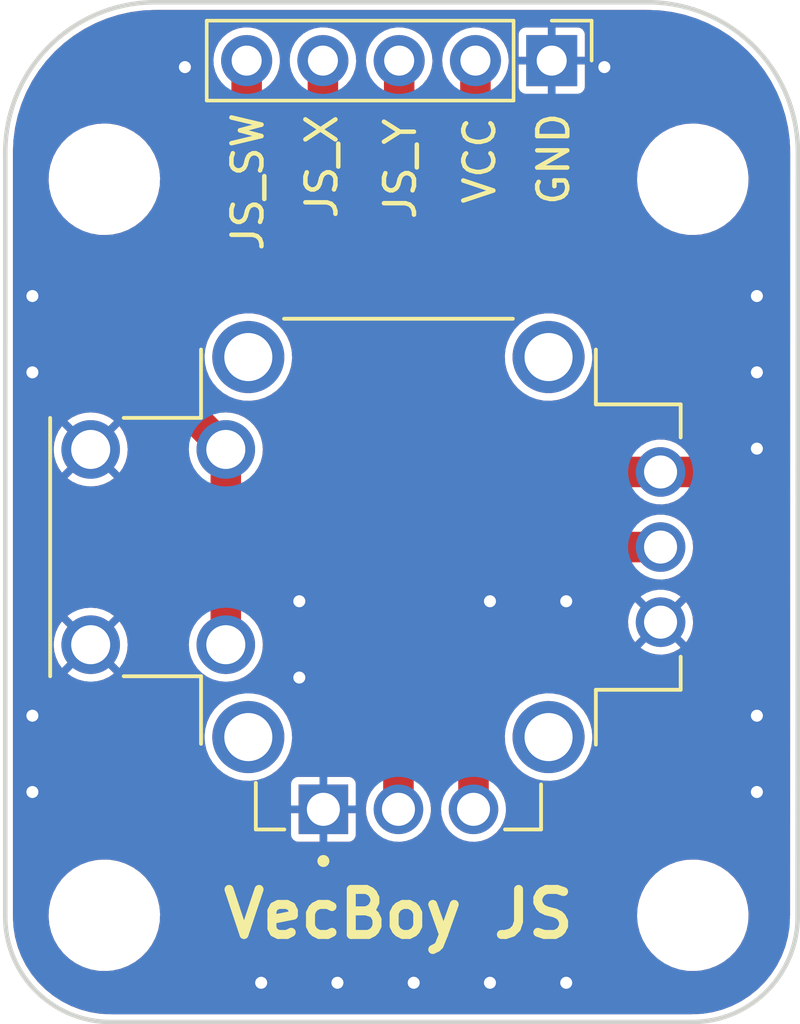
<source format=kicad_pcb>
(kicad_pcb (version 20211014) (generator pcbnew)

  (general
    (thickness 1.6)
  )

  (paper "A4")
  (layers
    (0 "F.Cu" signal)
    (31 "B.Cu" signal)
    (32 "B.Adhes" user "B.Adhesive")
    (33 "F.Adhes" user "F.Adhesive")
    (34 "B.Paste" user)
    (35 "F.Paste" user)
    (36 "B.SilkS" user "B.Silkscreen")
    (37 "F.SilkS" user "F.Silkscreen")
    (38 "B.Mask" user)
    (39 "F.Mask" user)
    (40 "Dwgs.User" user "User.Drawings")
    (41 "Cmts.User" user "User.Comments")
    (42 "Eco1.User" user "User.Eco1")
    (43 "Eco2.User" user "User.Eco2")
    (44 "Edge.Cuts" user)
    (45 "Margin" user)
    (46 "B.CrtYd" user "B.Courtyard")
    (47 "F.CrtYd" user "F.Courtyard")
    (48 "B.Fab" user)
    (49 "F.Fab" user)
    (50 "User.1" user)
    (51 "User.2" user)
    (52 "User.3" user)
    (53 "User.4" user)
    (54 "User.5" user)
    (55 "User.6" user)
    (56 "User.7" user)
    (57 "User.8" user)
    (58 "User.9" user)
  )

  (setup
    (stackup
      (layer "F.SilkS" (type "Top Silk Screen"))
      (layer "F.Paste" (type "Top Solder Paste"))
      (layer "F.Mask" (type "Top Solder Mask") (thickness 0.01))
      (layer "F.Cu" (type "copper") (thickness 0.035))
      (layer "dielectric 1" (type "core") (thickness 1.51) (material "FR4") (epsilon_r 4.5) (loss_tangent 0.02))
      (layer "B.Cu" (type "copper") (thickness 0.035))
      (layer "B.Mask" (type "Bottom Solder Mask") (thickness 0.01))
      (layer "B.Paste" (type "Bottom Solder Paste"))
      (layer "B.SilkS" (type "Bottom Silk Screen"))
      (copper_finish "None")
      (dielectric_constraints no)
    )
    (pad_to_mask_clearance 0)
    (pcbplotparams
      (layerselection 0x00010fc_ffffffff)
      (disableapertmacros false)
      (usegerberextensions true)
      (usegerberattributes true)
      (usegerberadvancedattributes true)
      (creategerberjobfile false)
      (svguseinch false)
      (svgprecision 6)
      (excludeedgelayer true)
      (plotframeref false)
      (viasonmask false)
      (mode 1)
      (useauxorigin false)
      (hpglpennumber 1)
      (hpglpenspeed 20)
      (hpglpendiameter 15.000000)
      (dxfpolygonmode true)
      (dxfimperialunits true)
      (dxfusepcbnewfont true)
      (psnegative false)
      (psa4output false)
      (plotreference true)
      (plotvalue true)
      (plotinvisibletext false)
      (sketchpadsonfab false)
      (subtractmaskfromsilk false)
      (outputformat 1)
      (mirror false)
      (drillshape 0)
      (scaleselection 1)
      (outputdirectory "gerber/")
    )
  )

  (net 0 "")
  (net 1 "GND")
  (net 2 "+3V3")
  (net 3 "JS_Y")
  (net 4 "JS_X")
  (net 5 "JS_SW")

  (footprint "MountingHole:MountingHole_3.2mm_M3" (layer "F.Cu") (at 151.5364 85.0138))

  (footprint "Connector_PinHeader_2.54mm:PinHeader_1x05_P2.54mm_Vertical" (layer "F.Cu") (at 146.8364 81.0638 -90))

  (footprint "MountingHole:MountingHole_3.2mm_M3" (layer "F.Cu") (at 131.9364 109.5138))

  (footprint "joypcb:CNK_THB001P" (layer "F.Cu") (at 141.732 97.2566 -90))

  (footprint "MountingHole:MountingHole_3.2mm_M3" (layer "F.Cu") (at 151.5364 109.5138))

  (footprint "MountingHole:MountingHole_3.2mm_M3" (layer "F.Cu") (at 131.9364 85.0138))

  (gr_line (start 132.1422 113.0644) (end 151.5224 113.0644) (layer "Edge.Cuts") (width 0.15) (tstamp 1c1c3c8c-61d3-43f7-bb0b-375ae8f95ae6))
  (gr_line (start 133.6402 79.121) (end 150.0326 79.121) (layer "Edge.Cuts") (width 0.15) (tstamp 29beed31-c27d-4ec1-956b-bab0b8427e1b))
  (gr_line (start 155.0364 84.1248) (end 155.0276 109.5592) (layer "Edge.Cuts") (width 0.15) (tstamp 312331f7-e2c2-4b05-a3b9-ca6b293b0000))
  (gr_arc (start 132.1422 113.0644) (mid 129.663649 112.037751) (end 128.637 109.5592) (layer "Edge.Cuts") (width 0.15) (tstamp 64173e37-c484-4e56-90a2-d89e21532473))
  (gr_arc (start 155.0276 109.5592) (mid 154.000951 112.037751) (end 151.5224 113.0644) (layer "Edge.Cuts") (width 0.15) (tstamp 67a677ef-42a8-4ba0-81ac-5a53233c023a))
  (gr_line (start 128.637 109.5592) (end 128.6364 84.1248) (layer "Edge.Cuts") (width 0.15) (tstamp a0ec91f8-597c-4711-9f2e-b7ca315b5aab))
  (gr_arc (start 128.6364 84.1248) (mid 130.101979 80.586579) (end 133.6402 79.121) (layer "Edge.Cuts") (width 0.15) (tstamp b72b2404-1a46-4402-9300-357324a36c89))
  (gr_arc (start 150.0326 79.121) (mid 153.570821 80.586579) (end 155.0364 84.1248) (layer "Edge.Cuts") (width 0.15) (tstamp bac5848b-d9b8-4922-91d1-b437aa8800f2))
  (gr_text "JS_Y" (at 141.7942 84.6672 90) (layer "F.SilkS") (tstamp 320c946e-39b4-4fc5-9228-9cb9be412557)
    (effects (font (size 1 1) (thickness 0.15)))
  )
  (gr_text "VCC" (at 144.4358 84.3878 90) (layer "F.SilkS") (tstamp 3ce88087-d47a-4661-ae0d-10b18c76d601)
    (effects (font (size 1 1) (thickness 0.15)))
  )
  (gr_text "JS_SW" (at 136.7142 85.099 90) (layer "F.SilkS") (tstamp 46f430aa-490b-437d-94f2-136129529f4b)
    (effects (font (size 1 1) (thickness 0.15)))
  )
  (gr_text "VecBoy JS" (at 141.732 109.474) (layer "F.SilkS") (tstamp 6147ca99-5d43-46ad-b5b6-79cfbd031394)
    (effects (font (size 1.5 1.5) (thickness 0.3)))
  )
  (gr_text "GND" (at 146.8996 84.337 90) (layer "F.SilkS") (tstamp a1319b1e-da36-467c-a288-adc4419b5464)
    (effects (font (size 1 1) (thickness 0.15)))
  )
  (gr_text "JS_X\n" (at 139.178 84.591 90) (layer "F.SilkS") (tstamp fe4180a4-b54a-40a4-8bec-387e3b3e884b)
    (effects (font (size 1 1) (thickness 0.15)))
  )

  (via (at 138.43 99.06) (size 0.8) (drill 0.4) (layers "F.Cu" "B.Cu") (free) (net 1) (tstamp 0609ec56-9f38-42a3-8d18-6bd25fa21606))
  (via (at 134.62 81.28) (size 0.8) (drill 0.4) (layers "F.Cu" "B.Cu") (free) (net 1) (tstamp 0848d9c1-3022-472b-adc8-e4db4203e681))
  (via (at 129.54 102.87) (size 0.8) (drill 0.4) (layers "F.Cu" "B.Cu") (free) (net 1) (tstamp 18c5f943-76b2-474d-9d2b-5b7288982000))
  (via (at 147.32 99.06) (size 0.8) (drill 0.4) (layers "F.Cu" "B.Cu") (free) (net 1) (tstamp 326b1743-c681-4853-a478-8b9ac523f512))
  (via (at 153.67 102.87) (size 0.8) (drill 0.4) (layers "F.Cu" "B.Cu") (free) (net 1) (tstamp 3c252a91-0dcc-432c-ac47-fa2579aee38d))
  (via (at 153.67 93.98) (size 0.8) (drill 0.4) (layers "F.Cu" "B.Cu") (free) (net 1) (tstamp 4f60e5b3-2088-4c4c-b292-19ce16112506))
  (via (at 139.7 111.76) (size 0.8) (drill 0.4) (layers "F.Cu" "B.Cu") (free) (net 1) (tstamp 80c94709-8783-4fad-805b-bfe313279822))
  (via (at 129.54 88.9) (size 0.8) (drill 0.4) (layers "F.Cu" "B.Cu") (free) (net 1) (tstamp 860bcd60-fe42-4ce8-aa36-863fe9612661))
  (via (at 138.43 101.6) (size 0.8) (drill 0.4) (layers "F.Cu" "B.Cu") (free) (net 1) (tstamp 87ecb513-9d9f-4224-a81b-1a1bbac2cb39))
  (via (at 153.67 91.44) (size 0.8) (drill 0.4) (layers "F.Cu" "B.Cu") (free) (net 1) (tstamp 914ac357-df72-49dd-8cb8-ba8bb06fbe5f))
  (via (at 144.78 111.76) (size 0.8) (drill 0.4) (layers "F.Cu" "B.Cu") (free) (net 1) (tstamp 93e4f56c-a5d9-4781-8e19-eb4f194a0c96))
  (via (at 144.78 99.06) (size 0.8) (drill 0.4) (layers "F.Cu" "B.Cu") (free) (net 1) (tstamp 95f3e033-227d-495c-9b31-13551a269402))
  (via (at 129.54 91.44) (size 0.8) (drill 0.4) (layers "F.Cu" "B.Cu") (free) (net 1) (tstamp a4f6b7e4-79c7-40bd-9735-bf4404efff08))
  (via (at 147.32 111.76) (size 0.8) (drill 0.4) (layers "F.Cu" "B.Cu") (free) (net 1) (tstamp b696e4de-8211-4f8a-83f0-282b5251338e))
  (via (at 148.59 81.28) (size 0.8) (drill 0.4) (layers "F.Cu" "B.Cu") (free) (net 1) (tstamp c09cca7e-4d29-4a37-9e7a-1720ffc73ee7))
  (via (at 129.54 105.41) (size 0.8) (drill 0.4) (layers "F.Cu" "B.Cu") (free) (net 1) (tstamp cc78eee3-df4a-4093-b906-0de67c8f79e3))
  (via (at 153.67 105.41) (size 0.8) (drill 0.4) (layers "F.Cu" "B.Cu") (free) (net 1) (tstamp d60af6ce-0a0e-4338-bbc6-1a3419d4f309))
  (via (at 137.16 111.76) (size 0.8) (drill 0.4) (layers "F.Cu" "B.Cu") (free) (net 1) (tstamp d704ff0b-fae5-4cb5-87fa-e13ac0000adf))
  (via (at 153.67 88.9) (size 0.8) (drill 0.4) (layers "F.Cu" "B.Cu") (free) (net 1) (tstamp f1a7a648-4f66-4a94-8572-fa2994886f54))
  (via (at 142.24 111.76) (size 0.8) (drill 0.4) (layers "F.Cu" "B.Cu") (free) (net 1) (tstamp fdf4bcfd-e7ad-466f-b4a0-77d5facc1e29))
  (segment (start 148.2852 100.965) (end 149.86 102.5398) (width 1.016) (layer "F.Cu") (net 2) (tstamp 08cf851c-4868-45ef-86b1-297151bc8d92))
  (segment (start 144.232 102.148) (end 145.415 100.965) (width 1.016) (layer "F.Cu") (net 2) (tstamp 3d15f6eb-514c-4ffa-83b9-a42a72e93991))
  (segment (start 143.9164 92.2782) (end 143.9164 89.8134) (width 1.016) (layer "F.Cu") (net 2) (tstamp 4f42f184-819e-41ea-b16e-03dfbc5f25d7))
  (segment (start 152.9842 101.3968) (end 152.9842 95.8596) (width 1.016) (layer "F.Cu") (net 2) (tstamp 54a77944-3bcb-452e-af50-70a5222119c8))
  (segment (start 149.86 102.5398) (end 151.8412 102.5398) (width 1.016) (layer "F.Cu") (net 2) (tstamp 55072a0d-9b51-4502-93a0-ecfabf83bccf))
  (segment (start 145.415 100.965) (end 148.2852 100.965) (width 1.016) (layer "F.Cu") (net 2) (tstamp 5a147a07-2932-44c3-b922-cf918a1142f7))
  (segment (start 151.8412 102.5398) (end 152.9842 101.3968) (width 1.016) (layer "F.Cu") (net 2) (tstamp 69676823-7306-4f19-b7ba-4da1ff7464ba))
  (segment (start 150.462 94.7566) (end 146.3948 94.7566) (width 1.016) (layer "F.Cu") (net 2) (tstamp 6ae35410-9e81-454b-b30c-557cbe1d0a33))
  (segment (start 144.2964 89.4334) (end 144.2964 81.0638) (width 1.016) (layer "F.Cu") (net 2) (tstamp a977fafb-35b8-4c99-9fc8-4603b6234327))
  (segment (start 143.9164 89.8134) (end 144.2964 89.4334) (width 1.016) (layer "F.Cu") (net 2) (tstamp b2764940-b998-453d-bbf9-5b3ede2d009f))
  (segment (start 152.9842 95.8596) (end 151.8812 94.7566) (width 1.016) (layer "F.Cu") (net 2) (tstamp cb8a2858-83f7-4a6d-983a-1b1a61b466d7))
  (segment (start 146.3948 94.7566) (end 143.9164 92.2782) (width 1.016) (layer "F.Cu") (net 2) (tstamp dfe6a8b9-0e95-4316-82f1-6dfdda916e36))
  (segment (start 144.232 105.9866) (end 144.232 102.148) (width 1.016) (layer "F.Cu") (net 2) (tstamp e3ddc35e-743a-4c1f-ad23-f3210189b7db))
  (segment (start 151.8812 94.7566) (end 150.462 94.7566) (width 1.016) (layer "F.Cu") (net 2) (tstamp e753c9a6-4a67-4ca8-b25e-c6ee0e47eca7))
  (segment (start 150.462 97.2566) (end 145.0086 97.2566) (width 1.016) (layer "F.Cu") (net 3) (tstamp 00960175-8176-406d-a3c3-f1f27adc2691))
  (segment (start 145.0086 97.2566) (end 141.7564 94.0044) (width 1.016) (layer "F.Cu") (net 3) (tstamp 56ae8cb4-18ea-4b44-b233-2125411eee51))
  (segment (start 141.7564 94.0044) (end 141.7564 81.0638) (width 1.016) (layer "F.Cu") (net 3) (tstamp e206b11f-38f5-408c-ac77-dfc6436a88f8))
  (segment (start 139.2164 95.8332) (end 141.732 98.3488) (width 1.016) (layer "F.Cu") (net 4) (tstamp 15619906-c6d7-4e05-84ac-c369731b5942))
  (segment (start 139.2164 81.0638) (end 139.2164 95.8332) (width 1.016) (layer "F.Cu") (net 4) (tstamp 75408b43-24fb-451d-8286-b92f3ad5a375))
  (segment (start 141.732 98.3488) (end 141.732 105.9866) (width 1.016) (layer "F.Cu") (net 4) (tstamp e85f58f9-6f2c-450d-8636-d55a567e1b0b))
  (segment (start 134.1882 92.2128) (end 134.1882 89.8906) (width 1.016) (layer "F.Cu") (net 5) (tstamp 33393aff-8d87-44aa-96b0-0582e43f6622))
  (segment (start 135.982 100.5066) (end 135.982 94.0066) (width 1.016) (layer "F.Cu") (net 5) (tstamp 4664d832-5e5e-4a2f-b8e1-7a6f03815de9))
  (segment (start 134.1882 89.8906) (end 136.6764 87.4024) (width 1.016) (layer "F.Cu") (net 5) (tstamp 84afb8b2-3040-4896-b2ae-c2827fd4a56b))
  (segment (start 136.6764 87.4024) (end 136.6764 81.0638) (width 1.016) (layer "F.Cu") (net 5) (tstamp a3684ee0-5bcd-4691-b5e1-cb03515e8997))
  (segment (start 135.982 94.0066) (end 134.1882 92.2128) (width 1.016) (layer "F.Cu") (net 5) (tstamp a96a61e7-87f8-4a16-b980-4f1f55d04630))

  (zone (net 1) (net_name "GND") (layer "F.Cu") (tstamp a6ffc2bc-7597-4af4-a913-b23b8bd1cc53) (hatch edge 0.508)
    (connect_pads (clearance 0.254))
    (min_thickness 0.254) (filled_areas_thickness no)
    (fill yes (thermal_gap 0.254) (thermal_bridge_width 0.254))
    (polygon
      (pts
        (xy 155.0416 113.1062)
        (xy 128.651 113.0554)
        (xy 128.651 79.121)
        (xy 155.0162 79.1464)
      )
    )
    (filled_polygon
      (layer "F.Cu")
      (pts
        (xy 150.019703 79.377921)
        (xy 150.0326 79.380486)
        (xy 150.04477 79.378065)
        (xy 150.055199 79.378065)
        (xy 150.068335 79.37706)
        (xy 150.395551 79.391347)
        (xy 150.441034 79.393333)
        (xy 150.451982 79.394291)
        (xy 150.851864 79.446936)
        (xy 150.862673 79.448843)
        (xy 151.256437 79.536137)
        (xy 151.267054 79.538982)
        (xy 151.651712 79.660265)
        (xy 151.662027 79.664018)
        (xy 152.034667 79.81837)
        (xy 152.044615 79.823009)
        (xy 152.242889 79.926225)
        (xy 152.402372 80.009247)
        (xy 152.41189 80.014743)
        (xy 152.752049 80.231447)
        (xy 152.761054 80.237752)
        (xy 153.081025 80.483275)
        (xy 153.089445 80.49034)
        (xy 153.281458 80.666287)
        (xy 153.386806 80.762821)
        (xy 153.394575 80.77059)
        (xy 153.483297 80.867413)
        (xy 153.66706 81.067955)
        (xy 153.674125 81.076375)
        (xy 153.919648 81.396346)
        (xy 153.925953 81.405351)
        (xy 154.142657 81.74551)
        (xy 154.148153 81.755028)
        (xy 154.185082 81.825967)
        (xy 154.329723 82.103817)
        (xy 154.334387 82.112777)
        (xy 154.33903 82.122733)
        (xy 154.493379 82.495366)
        (xy 154.497138 82.505695)
        (xy 154.618418 82.890345)
        (xy 154.621263 82.900962)
        (xy 154.708266 83.293409)
        (xy 154.708556 83.294719)
        (xy 154.710464 83.305536)
        (xy 154.752444 83.624405)
        (xy 154.763109 83.705417)
        (xy 154.764067 83.716367)
        (xy 154.78034 84.089065)
        (xy 154.779335 84.102201)
        (xy 154.779335 84.11263)
        (xy 154.776914 84.1248)
        (xy 154.779335 84.136971)
        (xy 154.779335 84.136972)
        (xy 154.779466 84.13763)
        (xy 154.781888 84.162256)
        (xy 154.777713 96.227628)
        (xy 154.773112 109.521706)
        (xy 154.770692 109.546239)
        (xy 154.768114 109.5592)
        (xy 154.770535 109.571372)
        (xy 154.770535 109.58378)
        (xy 154.770444 109.58378)
        (xy 154.771236 109.594765)
        (xy 154.759466 109.819348)
        (xy 154.755638 109.89239)
        (xy 154.75426 109.905507)
        (xy 154.703097 110.228537)
        (xy 154.700355 110.241437)
        (xy 154.615707 110.557348)
        (xy 154.611631 110.569891)
        (xy 154.49443 110.87521)
        (xy 154.489066 110.887259)
        (xy 154.340586 111.178667)
        (xy 154.333992 111.190088)
        (xy 154.304428 111.235613)
        (xy 154.155863 111.464384)
        (xy 154.148122 111.475039)
        (xy 154.006039 111.650496)
        (xy 153.942292 111.729217)
        (xy 153.933467 111.739017)
        (xy 153.702217 111.970267)
        (xy 153.692417 111.979092)
        (xy 153.438239 112.184922)
        (xy 153.427584 112.192663)
        (xy 153.290432 112.28173)
        (xy 153.153288 112.370792)
        (xy 153.141867 112.377386)
        (xy 152.850459 112.525866)
        (xy 152.83841 112.53123)
        (xy 152.533091 112.648431)
        (xy 152.520548 112.652507)
        (xy 152.204637 112.737155)
        (xy 152.191737 112.739897)
        (xy 151.868707 112.79106)
        (xy 151.855591 112.792438)
        (xy 151.557965 112.808036)
        (xy 151.54698 112.807244)
        (xy 151.54698 112.807335)
        (xy 151.534572 112.807335)
        (xy 151.5224 112.804914)
        (xy 151.509503 112.807479)
        (xy 151.484924 112.8099)
        (xy 132.179676 112.8099)
        (xy 132.155097 112.807479)
        (xy 132.1422 112.804914)
        (xy 132.130028 112.807335)
        (xy 132.11762 112.807335)
        (xy 132.11762 112.807244)
        (xy 132.106635 112.808036)
        (xy 131.809009 112.792438)
        (xy 131.795893 112.79106)
        (xy 131.472863 112.739897)
        (xy 131.459963 112.737155)
        (xy 131.144052 112.652507)
        (xy 131.131509 112.648431)
        (xy 130.82619 112.53123)
        (xy 130.814141 112.525866)
        (xy 130.522733 112.377386)
        (xy 130.511312 112.370792)
        (xy 130.374168 112.281731)
        (xy 130.237016 112.192663)
        (xy 130.226361 112.184922)
        (xy 129.972183 111.979092)
        (xy 129.962383 111.970267)
        (xy 129.731133 111.739017)
        (xy 129.722308 111.729217)
        (xy 129.658561 111.650496)
        (xy 129.516478 111.475039)
        (xy 129.508737 111.464384)
        (xy 129.360172 111.235613)
        (xy 129.330608 111.190088)
        (xy 129.324014 111.178667)
        (xy 129.175534 110.887259)
        (xy 129.17017 110.87521)
        (xy 129.052969 110.569891)
        (xy 129.048893 110.557348)
        (xy 128.964245 110.241437)
        (xy 128.961503 110.228537)
        (xy 128.91034 109.905507)
        (xy 128.908962 109.89239)
        (xy 128.905134 109.819348)
        (xy 128.893364 109.594765)
        (xy 128.894156 109.58378)
        (xy 128.894065 109.58378)
        (xy 128.894065 109.571372)
        (xy 128.896486 109.5592)
        (xy 128.895847 109.555986)
        (xy 130.077418 109.555986)
        (xy 130.102979 109.8239)
        (xy 130.104064 109.828334)
        (xy 130.104065 109.82834)
        (xy 130.146065 109.99998)
        (xy 130.166947 110.085318)
        (xy 130.267983 110.334763)
        (xy 130.403969 110.56701)
        (xy 130.572058 110.777195)
        (xy 130.768727 110.960913)
        (xy 130.989857 111.114316)
        (xy 131.230816 111.234191)
        (xy 131.23515 111.235612)
        (xy 131.235153 111.235613)
        (xy 131.482223 111.316607)
        (xy 131.482229 111.316608)
        (xy 131.486556 111.318027)
        (xy 131.491047 111.318807)
        (xy 131.491048 111.318807)
        (xy 131.747938 111.363411)
        (xy 131.747946 111.363412)
        (xy 131.751719 111.364067)
        (xy 131.755556 111.364258)
        (xy 131.835177 111.368222)
        (xy 131.835185 111.368222)
        (xy 131.836748 111.3683)
        (xy 132.004774 111.3683)
        (xy 132.007042 111.368135)
        (xy 132.007054 111.368135)
        (xy 132.137857 111.358644)
        (xy 132.204825 111.353785)
        (xy 132.20928 111.352801)
        (xy 132.209283 111.352801)
        (xy 132.46317 111.296747)
        (xy 132.463172 111.296746)
        (xy 132.467626 111.295763)
        (xy 132.7193 111.200413)
        (xy 132.954572 111.069731)
        (xy 133.005343 111.030984)
        (xy 133.164891 110.909221)
        (xy 133.164895 110.909217)
        (xy 133.168516 110.906454)
        (xy 133.356649 110.714003)
        (xy 133.463642 110.56701)
        (xy 133.512342 110.500104)
        (xy 133.512347 110.500097)
        (xy 133.51503 110.49641)
        (xy 133.640341 110.258233)
        (xy 133.729957 110.004462)
        (xy 133.755088 109.876956)
        (xy 133.78112 109.744883)
        (xy 133.781121 109.744877)
        (xy 133.782001 109.740411)
        (xy 133.782228 109.735855)
        (xy 133.791182 109.555986)
        (xy 149.677418 109.555986)
        (xy 149.702979 109.8239)
        (xy 149.704064 109.828334)
        (xy 149.704065 109.82834)
        (xy 149.746065 109.99998)
        (xy 149.766947 110.085318)
        (xy 149.867983 110.334763)
        (xy 150.003969 110.56701)
        (xy 150.172058 110.777195)
        (xy 150.368727 110.960913)
        (xy 150.589857 111.114316)
        (xy 150.830816 111.234191)
        (xy 150.83515 111.235612)
        (xy 150.835153 111.235613)
        (xy 151.082223 111.316607)
        (xy 151.082229 111.316608)
        (xy 151.086556 111.318027)
        (xy 151.091047 111.318807)
        (xy 151.091048 111.318807)
        (xy 151.347938 111.363411)
        (xy 151.347946 111.363412)
        (xy 151.351719 111.364067)
        (xy 151.355556 111.364258)
        (xy 151.435177 111.368222)
        (xy 151.435185 111.368222)
        (xy 151.436748 111.3683)
        (xy 151.604774 111.3683)
        (xy 151.607042 111.368135)
        (xy 151.607054 111.368135)
        (xy 151.737857 111.358644)
        (xy 151.804825 111.353785)
        (xy 151.80928 111.352801)
        (xy 151.809283 111.352801)
        (xy 152.06317 111.296747)
        (xy 152.063172 111.296746)
        (xy 152.067626 111.295763)
        (xy 152.3193 111.200413)
        (xy 152.554572 111.069731)
        (xy 152.605343 111.030984)
        (xy 152.764891 110.909221)
        (xy 152.764895 110.909217)
        (xy 152.768516 110.906454)
        (xy 152.956649 110.714003)
        (xy 153.063642 110.56701)
        (xy 153.112342 110.500104)
        (xy 153.112347 110.500097)
        (xy 153.11503 110.49641)
        (xy 153.240341 110.258233)
        (xy 153.329957 110.004462)
        (xy 153.355088 109.876956)
        (xy 153.38112 109.744883)
        (xy 153.381121 109.744877)
        (xy 153.382001 109.740411)
        (xy 153.382228 109.735855)
        (xy 153.395155 109.476183)
        (xy 153.395155 109.476177)
        (xy 153.395382 109.471614)
        (xy 153.369821 109.2037)
        (xy 153.305853 108.942282)
        (xy 153.204817 108.692837)
        (xy 153.068831 108.46059)
        (xy 152.900742 108.250405)
        (xy 152.704073 108.066687)
        (xy 152.482943 107.913284)
        (xy 152.241984 107.793409)
        (xy 152.23765 107.791988)
        (xy 152.237647 107.791987)
        (xy 151.990577 107.710993)
        (xy 151.990571 107.710992)
        (xy 151.986244 107.709573)
        (xy 151.981752 107.708793)
        (xy 151.724862 107.664189)
        (xy 151.724854 107.664188)
        (xy 151.721081 107.663533)
        (xy 151.711118 107.663037)
        (xy 151.637623 107.659378)
        (xy 151.637615 107.659378)
        (xy 151.636052 107.6593)
        (xy 151.468026 107.6593)
        (xy 151.465758 107.659465)
        (xy 151.465746 107.659465)
        (xy 151.334943 107.668956)
        (xy 151.267975 107.673815)
        (xy 151.26352 107.674799)
        (xy 151.263517 107.674799)
        (xy 151.00963 107.730853)
        (xy 151.009628 107.730854)
        (xy 151.005174 107.731837)
        (xy 150.7535 107.827187)
        (xy 150.518228 107.957869)
        (xy 150.514596 107.960641)
        (xy 150.307909 108.118379)
        (xy 150.307905 108.118383)
        (xy 150.304284 108.121146)
        (xy 150.116151 108.313597)
        (xy 150.113466 108.317286)
        (xy 149.960458 108.527496)
        (xy 149.960453 108.527503)
        (xy 149.95777 108.53119)
        (xy 149.832459 108.769367)
        (xy 149.742843 109.023138)
        (xy 149.74196 109.02762)
        (xy 149.707255 109.2037)
        (xy 149.690799 109.287189)
        (xy 149.690572 109.291742)
        (xy 149.690572 109.291745)
        (xy 149.677864 109.547029)
        (xy 149.677418 109.555986)
        (xy 133.791182 109.555986)
        (xy 133.795155 109.476183)
        (xy 133.795155 109.476177)
        (xy 133.795382 109.471614)
        (xy 133.769821 109.2037)
        (xy 133.705853 108.942282)
        (xy 133.604817 108.692837)
        (xy 133.468831 108.46059)
        (xy 133.300742 108.250405)
        (xy 133.104073 108.066687)
        (xy 132.882943 107.913284)
        (xy 132.641984 107.793409)
        (xy 132.63765 107.791988)
        (xy 132.637647 107.791987)
        (xy 132.390577 107.710993)
        (xy 132.390571 107.710992)
        (xy 132.386244 107.709573)
        (xy 132.381752 107.708793)
        (xy 132.124862 107.664189)
        (xy 132.124854 107.664188)
        (xy 132.121081 107.663533)
        (xy 132.111118 107.663037)
        (xy 132.037623 107.659378)
        (xy 132.037615 107.659378)
        (xy 132.036052 107.6593)
        (xy 131.868026 107.6593)
        (xy 131.865758 107.659465)
        (xy 131.865746 107.659465)
        (xy 131.734943 107.668956)
        (xy 131.667975 107.673815)
        (xy 131.66352 107.674799)
        (xy 131.663517 107.674799)
        (xy 131.40963 107.730853)
        (xy 131.409628 107.730854)
        (xy 131.405174 107.731837)
        (xy 131.1535 107.827187)
        (xy 130.918228 107.957869)
        (xy 130.914596 107.960641)
        (xy 130.707909 108.118379)
        (xy 130.707905 108.118383)
        (xy 130.704284 108.121146)
        (xy 130.516151 108.313597)
        (xy 130.513466 108.317286)
        (xy 130.360458 108.527496)
        (xy 130.360453 108.527503)
        (xy 130.35777 108.53119)
        (xy 130.232459 108.769367)
        (xy 130.142843 109.023138)
        (xy 130.14196 109.02762)
        (xy 130.107255 109.2037)
        (xy 130.090799 109.287189)
        (xy 130.090572 109.291742)
        (xy 130.090572 109.291745)
        (xy 130.077864 109.547029)
        (xy 130.077418 109.555986)
        (xy 128.895847 109.555986)
        (xy 128.89392 109.546299)
        (xy 128.8915 109.521725)
        (xy 128.891436 106.830428)
        (xy 138.153001 106.830428)
        (xy 138.154209 106.842688)
        (xy 138.165315 106.898531)
        (xy 138.174633 106.921027)
        (xy 138.216983 106.984408)
        (xy 138.234192 107.001617)
        (xy 138.297575 107.043968)
        (xy 138.320066 107.053284)
        (xy 138.375915 107.064393)
        (xy 138.38817 107.0656)
        (xy 139.086885 107.0656)
        (xy 139.102124 107.061125)
        (xy 139.103329 107.059735)
        (xy 139.105 107.052052)
        (xy 139.105 107.047484)
        (xy 139.359 107.047484)
        (xy 139.363475 107.062723)
        (xy 139.364865 107.063928)
        (xy 139.372548 107.065599)
        (xy 140.075828 107.065599)
        (xy 140.088088 107.064391)
        (xy 140.143931 107.053285)
        (xy 140.166427 107.043967)
        (xy 140.229808 107.001617)
        (xy 140.247017 106.984408)
        (xy 140.289368 106.921025)
        (xy 140.298684 106.898534)
        (xy 140.309793 106.842685)
        (xy 140.311 106.83043)
        (xy 140.311 106.131715)
        (xy 140.306525 106.116476)
        (xy 140.305135 106.115271)
        (xy 140.297452 106.1136)
        (xy 139.377115 106.1136)
        (xy 139.361876 106.118075)
        (xy 139.360671 106.119465)
        (xy 139.359 106.127148)
        (xy 139.359 107.047484)
        (xy 139.105 107.047484)
        (xy 139.105 106.131715)
        (xy 139.100525 106.116476)
        (xy 139.099135 106.115271)
        (xy 139.091452 106.1136)
        (xy 138.171116 106.1136)
        (xy 138.155877 106.118075)
        (xy 138.154672 106.119465)
        (xy 138.153001 106.127148)
        (xy 138.153001 106.830428)
        (xy 128.891436 106.830428)
        (xy 128.891413 105.841485)
        (xy 138.153 105.841485)
        (xy 138.157475 105.856724)
        (xy 138.158865 105.857929)
        (xy 138.166548 105.8596)
        (xy 139.086885 105.8596)
        (xy 139.102124 105.855125)
        (xy 139.103329 105.853735)
        (xy 139.105 105.846052)
        (xy 139.105 105.841485)
        (xy 139.359 105.841485)
        (xy 139.363475 105.856724)
        (xy 139.364865 105.857929)
        (xy 139.372548 105.8596)
        (xy 140.292884 105.8596)
        (xy 140.308123 105.855125)
        (xy 140.309328 105.853735)
        (xy 140.310999 105.846052)
        (xy 140.310999 105.142772)
        (xy 140.309791 105.130512)
        (xy 140.298685 105.074669)
        (xy 140.289367 105.052173)
        (xy 140.247017 104.988792)
        (xy 140.229808 104.971583)
        (xy 140.166425 104.929232)
        (xy 140.143934 104.919916)
        (xy 140.088085 104.908807)
        (xy 140.07583 104.9076)
        (xy 139.377115 104.9076)
        (xy 139.361876 104.912075)
        (xy 139.360671 104.913465)
        (xy 139.359 104.921148)
        (xy 139.359 105.841485)
        (xy 139.105 105.841485)
        (xy 139.105 104.925716)
        (xy 139.100525 104.910477)
        (xy 139.099135 104.909272)
        (xy 139.091452 104.907601)
        (xy 138.388172 104.907601)
        (xy 138.375912 104.908809)
        (xy 138.320069 104.919915)
        (xy 138.297573 104.929233)
        (xy 138.234192 104.971583)
        (xy 138.216983 104.988792)
        (xy 138.174632 105.052175)
        (xy 138.165316 105.074666)
        (xy 138.154207 105.130515)
        (xy 138.153 105.14277)
        (xy 138.153 105.841485)
        (xy 128.891413 105.841485)
        (xy 128.891358 103.545942)
        (xy 135.272951 103.545942)
        (xy 135.273248 103.551094)
        (xy 135.273248 103.551098)
        (xy 135.275007 103.5816)
        (xy 135.286719 103.784721)
        (xy 135.287856 103.789767)
        (xy 135.287857 103.789773)
        (xy 135.309295 103.884899)
        (xy 135.339301 104.018046)
        (xy 135.429284 104.239649)
        (xy 135.554254 104.44358)
        (xy 135.710852 104.624362)
        (xy 135.894874 104.77714)
        (xy 135.899326 104.779742)
        (xy 135.899331 104.779745)
        (xy 136.096919 104.895206)
        (xy 136.101377 104.897811)
        (xy 136.324817 104.983134)
        (xy 136.329883 104.984165)
        (xy 136.329884 104.984165)
        (xy 136.352627 104.988792)
        (xy 136.559191 105.030818)
        (xy 136.693499 105.035743)
        (xy 136.793043 105.039394)
        (xy 136.793048 105.039394)
        (xy 136.798207 105.039583)
        (xy 136.803327 105.038927)
        (xy 136.803329 105.038927)
        (xy 137.030316 105.009849)
        (xy 137.030317 105.009849)
        (xy 137.035444 105.009192)
        (xy 137.040394 105.007707)
        (xy 137.259577 104.941949)
        (xy 137.259582 104.941947)
        (xy 137.264532 104.940462)
        (xy 137.479319 104.835239)
        (xy 137.483524 104.832239)
        (xy 137.48353 104.832236)
        (xy 137.669832 104.699348)
        (xy 137.669834 104.699346)
        (xy 137.674036 104.696349)
        (xy 137.843454 104.527521)
        (xy 137.983023 104.33329)
        (xy 138.029304 104.239649)
        (xy 138.086701 104.123514)
        (xy 138.086702 104.123512)
        (xy 138.088995 104.118872)
        (xy 138.158524 103.890025)
        (xy 138.189743 103.652896)
        (xy 138.191485 103.5816)
        (xy 138.171887 103.343228)
        (xy 138.11362 103.111258)
        (xy 138.018249 102.891919)
        (xy 137.888335 102.691102)
        (xy 137.85947 102.659379)
        (xy 137.730844 102.518022)
        (xy 137.730842 102.518021)
        (xy 137.727366 102.5142)
        (xy 137.723315 102.511001)
        (xy 137.723311 102.510997)
        (xy 137.543725 102.369169)
        (xy 137.539667 102.365964)
        (xy 137.330277 102.250374)
        (xy 137.104819 102.170536)
        (xy 137.056046 102.161848)
        (xy 136.874438 102.129498)
        (xy 136.874434 102.129498)
        (xy 136.86935 102.128592)
        (xy 136.785548 102.127568)
        (xy 136.63536 102.125733)
        (xy 136.635358 102.125733)
        (xy 136.630191 102.12567)
        (xy 136.47168 102.149926)
        (xy 136.398876 102.161066)
        (xy 136.398874 102.161067)
        (xy 136.393767 102.161848)
        (xy 136.361906 102.172262)
        (xy 136.17134 102.234549)
        (xy 136.171338 102.23455)
        (xy 136.166427 102.236155)
        (xy 135.954275 102.346594)
        (xy 135.950142 102.349697)
        (xy 135.950139 102.349699)
        (xy 135.767145 102.487095)
        (xy 135.76301 102.4902)
        (xy 135.597767 102.663116)
        (xy 135.462985 102.860699)
        (xy 135.412635 102.96917)
        (xy 135.364804 103.072214)
        (xy 135.362284 103.077642)
        (xy 135.298366 103.30812)
        (xy 135.297817 103.313254)
        (xy 135.297817 103.313256)
        (xy 135.294614 103.343228)
        (xy 135.272951 103.545942)
        (xy 128.891358 103.545942)
        (xy 128.891309 101.461971)
        (xy 130.711578 101.461971)
        (xy 130.720875 101.473987)
        (xy 130.860647 101.571856)
        (xy 130.870133 101.577334)
        (xy 131.055069 101.663571)
        (xy 131.065361 101.667317)
        (xy 131.262456 101.720128)
        (xy 131.273251 101.722031)
        (xy 131.476525 101.739816)
        (xy 131.487475 101.739816)
        (xy 131.690749 101.722031)
        (xy 131.701544 101.720128)
        (xy 131.898639 101.667317)
        (xy 131.908931 101.663571)
        (xy 132.093867 101.577334)
        (xy 132.103353 101.571856)
        (xy 132.243963 101.473401)
        (xy 132.252338 101.462923)
        (xy 132.24527 101.449475)
        (xy 131.494812 100.699017)
        (xy 131.480868 100.691403)
        (xy 131.479035 100.691534)
        (xy 131.47242 100.695785)
        (xy 130.718008 101.450197)
        (xy 130.711578 101.461971)
        (xy 128.891309 101.461971)
        (xy 128.891287 100.512075)
        (xy 130.248784 100.512075)
        (xy 130.266569 100.715349)
        (xy 130.268472 100.726144)
        (xy 130.321283 100.923239)
        (xy 130.325029 100.933531)
        (xy 130.411266 101.118466)
        (xy 130.416744 101.127952)
        (xy 130.5152 101.268564)
        (xy 130.525677 101.276939)
        (xy 130.539125 101.26987)
        (xy 131.289583 100.519412)
        (xy 131.295961 100.507732)
        (xy 131.666803 100.507732)
        (xy 131.666934 100.509565)
        (xy 131.671185 100.51618)
        (xy 132.425597 101.270592)
        (xy 132.437371 101.277022)
        (xy 132.449387 101.267726)
        (xy 132.547256 101.127952)
        (xy 132.552734 101.118466)
        (xy 132.638971 100.933531)
        (xy 132.642717 100.923239)
        (xy 132.695528 100.726144)
        (xy 132.697431 100.715349)
        (xy 132.715216 100.512075)
        (xy 132.715216 100.501125)
        (xy 132.697431 100.297851)
        (xy 132.695528 100.287056)
        (xy 132.642717 100.089961)
        (xy 132.638971 100.079669)
        (xy 132.552734 99.894734)
        (xy 132.547256 99.885248)
        (xy 132.4488 99.744636)
        (xy 132.438323 99.736261)
        (xy 132.424875 99.74333)
        (xy 131.674417 100.493788)
        (xy 131.666803 100.507732)
        (xy 131.295961 100.507732)
        (xy 131.297197 100.505468)
        (xy 131.297066 100.503635)
        (xy 131.292815 100.49702)
        (xy 130.538403 99.742608)
        (xy 130.526629 99.736178)
        (xy 130.514613 99.745474)
        (xy 130.416744 99.885248)
        (xy 130.411266 99.894734)
        (xy 130.325029 100.079669)
        (xy 130.321283 100.089961)
        (xy 130.268472 100.287056)
        (xy 130.266569 100.297851)
        (xy 130.248784 100.501125)
        (xy 130.248784 100.512075)
        (xy 128.891287 100.512075)
        (xy 128.891264 99.550277)
        (xy 130.711661 99.550277)
        (xy 130.71873 99.563725)
        (xy 131.469188 100.314183)
        (xy 131.483132 100.321797)
        (xy 131.484965 100.321666)
        (xy 131.49158 100.317415)
        (xy 132.245992 99.563003)
        (xy 132.252422 99.551229)
        (xy 132.243125 99.539213)
        (xy 132.103353 99.441344)
        (xy 132.093867 99.435866)
        (xy 131.908931 99.349629)
        (xy 131.898639 99.345883)
        (xy 131.701544 99.293072)
        (xy 131.690749 99.291169)
        (xy 131.487475 99.273384)
        (xy 131.476525 99.273384)
        (xy 131.273251 99.291169)
        (xy 131.262456 99.293072)
        (xy 131.065361 99.345883)
        (xy 131.055069 99.349629)
        (xy 130.870134 99.435866)
        (xy 130.860648 99.441344)
        (xy 130.720036 99.5398)
        (xy 130.711661 99.550277)
        (xy 128.891264 99.550277)
        (xy 128.891188 96.316162)
        (xy 128.891156 94.961971)
        (xy 130.711578 94.961971)
        (xy 130.720875 94.973987)
        (xy 130.860647 95.071856)
        (xy 130.870133 95.077334)
        (xy 131.055069 95.163571)
        (xy 131.065361 95.167317)
        (xy 131.262456 95.220128)
        (xy 131.273251 95.222031)
        (xy 131.476525 95.239816)
        (xy 131.487475 95.239816)
        (xy 131.690749 95.222031)
        (xy 131.701544 95.220128)
        (xy 131.898639 95.167317)
        (xy 131.908931 95.163571)
        (xy 132.093867 95.077334)
        (xy 132.103353 95.071856)
        (xy 132.243963 94.973401)
        (xy 132.252338 94.962923)
        (xy 132.24527 94.949475)
        (xy 131.494812 94.199017)
        (xy 131.480868 94.191403)
        (xy 131.479035 94.191534)
        (xy 131.47242 94.195785)
        (xy 130.718008 94.950197)
        (xy 130.711578 94.961971)
        (xy 128.891156 94.961971)
        (xy 128.891133 94.012075)
        (xy 130.248784 94.012075)
        (xy 130.266569 94.215349)
        (xy 130.268472 94.226144)
        (xy 130.321283 94.423239)
        (xy 130.325029 94.433531)
        (xy 130.411266 94.618466)
        (xy 130.416744 94.627952)
        (xy 130.5152 94.768564)
        (xy 130.525677 94.776939)
        (xy 130.539125 94.76987)
        (xy 131.289583 94.019412)
        (xy 131.295961 94.007732)
        (xy 131.666803 94.007732)
        (xy 131.666934 94.009565)
        (xy 131.671185 94.01618)
        (xy 132.425597 94.770592)
        (xy 132.437371 94.777022)
        (xy 132.449387 94.767726)
        (xy 132.547256 94.627952)
        (xy 132.552734 94.618466)
        (xy 132.638971 94.433531)
        (xy 132.642717 94.423239)
        (xy 132.695528 94.226144)
        (xy 132.697431 94.215349)
        (xy 132.715216 94.012075)
        (xy 132.715216 94.001125)
        (xy 132.697431 93.797851)
        (xy 132.695528 93.787056)
        (xy 132.642717 93.589961)
        (xy 132.638971 93.579669)
        (xy 132.552734 93.394734)
        (xy 132.547256 93.385248)
        (xy 132.4488 93.244636)
        (xy 132.438323 93.236261)
        (xy 132.424875 93.24333)
        (xy 131.674417 93.993788)
        (xy 131.666803 94.007732)
        (xy 131.295961 94.007732)
        (xy 131.297197 94.005468)
        (xy 131.297066 94.003635)
        (xy 131.292815 93.99702)
        (xy 130.538403 93.242608)
        (xy 130.526629 93.236178)
        (xy 130.514613 93.245474)
        (xy 130.416744 93.385248)
        (xy 130.411266 93.394734)
        (xy 130.325029 93.579669)
        (xy 130.321283 93.589961)
        (xy 130.268472 93.787056)
        (xy 130.266569 93.797851)
        (xy 130.248784 94.001125)
        (xy 130.248784 94.012075)
        (xy 128.891133 94.012075)
        (xy 128.89111 93.050277)
        (xy 130.711661 93.050277)
        (xy 130.71873 93.063725)
        (xy 131.469188 93.814183)
        (xy 131.483132 93.821797)
        (xy 131.484965 93.821666)
        (xy 131.49158 93.817415)
        (xy 132.245992 93.063003)
        (xy 132.252422 93.051229)
        (xy 132.243125 93.039213)
        (xy 132.103353 92.941344)
        (xy 132.093867 92.935866)
        (xy 131.908931 92.849629)
        (xy 131.898639 92.845883)
        (xy 131.701544 92.793072)
        (xy 131.690749 92.791169)
        (xy 131.487475 92.773384)
        (xy 131.476525 92.773384)
        (xy 131.273251 92.791169)
        (xy 131.262456 92.793072)
        (xy 131.065361 92.845883)
        (xy 131.055069 92.849629)
        (xy 130.870134 92.935866)
        (xy 130.860648 92.941344)
        (xy 130.720036 93.0398)
        (xy 130.711661 93.050277)
        (xy 128.89111 93.050277)
        (xy 128.89109 92.186008)
        (xy 133.420976 92.186008)
        (xy 133.421569 92.1933)
        (xy 133.421569 92.193303)
        (xy 133.425285 92.238983)
        (xy 133.4257 92.249198)
        (xy 133.4257 92.257325)
        (xy 133.429011 92.285724)
        (xy 133.429438 92.290044)
        (xy 133.435391 92.363226)
        (xy 133.437647 92.370188)
        (xy 133.438843 92.376176)
        (xy 133.440251 92.382133)
        (xy 133.441099 92.389407)
        (xy 133.443597 92.396289)
        (xy 133.443598 92.396293)
        (xy 133.466145 92.458407)
        (xy 133.467555 92.462511)
        (xy 133.490187 92.532375)
        (xy 133.493987 92.538638)
        (xy 133.496525 92.54418)
        (xy 133.499267 92.549656)
        (xy 133.501766 92.556541)
        (xy 133.505781 92.562665)
        (xy 133.542015 92.617932)
        (xy 133.54433 92.6216)
        (xy 133.582427 92.684381)
        (xy 133.586141 92.688586)
        (xy 133.586143 92.688589)
        (xy 133.589867 92.692805)
        (xy 133.589838 92.692831)
        (xy 133.592438 92.695762)
        (xy 133.595242 92.699116)
        (xy 133.599254 92.705235)
        (xy 133.604566 92.710267)
        (xy 133.655786 92.758788)
        (xy 133.658228 92.761166)
        (xy 134.718796 93.821734)
        (xy 134.752822 93.884046)
        (xy 134.755222 93.921811)
        (xy 134.749702 93.984903)
        (xy 134.747804 94.0066)
        (xy 134.766554 94.220916)
        (xy 134.794169 94.323975)
        (xy 134.817582 94.411353)
        (xy 134.822235 94.42872)
        (xy 134.824557 94.433701)
        (xy 134.824558 94.433702)
        (xy 134.910829 94.618711)
        (xy 134.910832 94.618716)
        (xy 134.913155 94.623698)
        (xy 134.916311 94.628205)
        (xy 134.916312 94.628207)
        (xy 135.015506 94.76987)
        (xy 135.036551 94.799926)
        (xy 135.182595 94.94597)
        (xy 135.216621 95.008282)
        (xy 135.2195 95.035065)
        (xy 135.2195 99.478135)
        (xy 135.199498 99.546256)
        (xy 135.182595 99.56723)
        (xy 135.036551 99.713274)
        (xy 135.033394 99.717782)
        (xy 135.033392 99.717785)
        (xy 134.969101 99.809603)
        (xy 134.913155 99.889502)
        (xy 134.910832 99.894484)
        (xy 134.910829 99.894489)
        (xy 134.859832 100.003853)
        (xy 134.822235 100.08448)
        (xy 134.766554 100.292284)
        (xy 134.747804 100.5066)
        (xy 134.766554 100.720916)
        (xy 134.822235 100.92872)
        (xy 134.824557 100.933701)
        (xy 134.824558 100.933702)
        (xy 134.910829 101.118711)
        (xy 134.910832 101.118716)
        (xy 134.913155 101.123698)
        (xy 134.916311 101.128205)
        (xy 134.916312 101.128207)
        (xy 135.015506 101.26987)
        (xy 135.036551 101.299926)
        (xy 135.188674 101.452049)
        (xy 135.193182 101.455206)
        (xy 135.193185 101.455208)
        (xy 135.354171 101.567931)
        (xy 135.364902 101.575445)
        (xy 135.369884 101.577768)
        (xy 135.369889 101.577771)
        (xy 135.528077 101.651535)
        (xy 135.55988 101.666365)
        (xy 135.565188 101.667787)
        (xy 135.56519 101.667788)
        (xy 135.576868 101.670917)
        (xy 135.767684 101.722046)
        (xy 135.982 101.740796)
        (xy 136.196316 101.722046)
        (xy 136.387132 101.670917)
        (xy 136.39881 101.667788)
        (xy 136.398812 101.667787)
        (xy 136.40412 101.666365)
        (xy 136.435923 101.651535)
        (xy 136.594111 101.577771)
        (xy 136.594116 101.577768)
        (xy 136.599098 101.575445)
        (xy 136.609829 101.567931)
        (xy 136.770815 101.455208)
        (xy 136.770818 101.455206)
        (xy 136.775326 101.452049)
        (xy 136.927449 101.299926)
        (xy 136.948495 101.26987)
        (xy 137.047688 101.128207)
        (xy 137.047689 101.128205)
        (xy 137.050845 101.123698)
        (xy 137.053168 101.118716)
        (xy 137.053171 101.118711)
        (xy 137.139442 100.933702)
        (xy 137.139443 100.933701)
        (xy 137.141765 100.92872)
        (xy 137.197446 100.720916)
        (xy 137.216196 100.5066)
        (xy 137.197446 100.292284)
        (xy 137.141765 100.08448)
        (xy 137.104168 100.003853)
        (xy 137.053171 99.894489)
        (xy 137.053168 99.894484)
        (xy 137.050845 99.889502)
        (xy 136.994899 99.809603)
        (xy 136.930608 99.717785)
        (xy 136.930606 99.717782)
        (xy 136.927449 99.713274)
        (xy 136.781405 99.56723)
        (xy 136.747379 99.504918)
        (xy 136.7445 99.478135)
        (xy 136.7445 95.035065)
        (xy 136.764502 94.966944)
        (xy 136.781405 94.94597)
        (xy 136.927449 94.799926)
        (xy 136.948495 94.76987)
        (xy 137.047688 94.628207)
        (xy 137.047689 94.628205)
        (xy 137.050845 94.623698)
        (xy 137.053168 94.618716)
        (xy 137.053171 94.618711)
        (xy 137.139442 94.433702)
        (xy 137.139443 94.433701)
        (xy 137.141765 94.42872)
        (xy 137.146419 94.411353)
        (xy 137.169831 94.323975)
        (xy 137.197446 94.220916)
        (xy 137.216196 94.0066)
        (xy 137.197446 93.792284)
        (xy 137.141765 93.58448)
        (xy 137.053285 93.394734)
        (xy 137.053171 93.394489)
        (xy 137.053168 93.394484)
        (xy 137.050845 93.389502)
        (xy 136.949409 93.244636)
        (xy 136.930608 93.217785)
        (xy 136.930606 93.217782)
        (xy 136.927449 93.213274)
        (xy 136.775326 93.061151)
        (xy 136.770818 93.057994)
        (xy 136.770815 93.057992)
        (xy 136.603607 92.940912)
        (xy 136.603605 92.940911)
        (xy 136.599098 92.937755)
        (xy 136.594116 92.935432)
        (xy 136.594111 92.935429)
        (xy 136.409102 92.849158)
        (xy 136.409101 92.849157)
        (xy 136.40412 92.846835)
        (xy 136.398812 92.845413)
        (xy 136.39881 92.845412)
        (xy 136.3196 92.824188)
        (xy 136.196316 92.791154)
        (xy 135.982 92.772404)
        (xy 135.976525 92.772883)
        (xy 135.897211 92.779822)
        (xy 135.827606 92.765833)
        (xy 135.797134 92.743396)
        (xy 134.987605 91.933867)
        (xy 134.953579 91.871555)
        (xy 134.9507 91.844772)
        (xy 134.9507 90.895942)
        (xy 135.272951 90.895942)
        (xy 135.273248 90.901094)
        (xy 135.273248 90.901098)
        (xy 135.275007 90.9316)
        (xy 135.286719 91.134721)
        (xy 135.287856 91.139767)
        (xy 135.287857 91.139773)
        (xy 135.309295 91.234899)
        (xy 135.339301 91.368046)
        (xy 135.429284 91.589649)
        (xy 135.554254 91.79358)
        (xy 135.710852 91.974362)
        (xy 135.894874 92.12714)
        (xy 135.899326 92.129742)
        (xy 135.899331 92.129745)
        (xy 136.07051 92.229774)
        (xy 136.101377 92.247811)
        (xy 136.324817 92.333134)
        (xy 136.329883 92.334165)
        (xy 136.329884 92.334165)
        (xy 136.384729 92.345323)
        (xy 136.559191 92.380818)
        (xy 136.693499 92.385743)
        (xy 136.793043 92.389394)
        (xy 136.793048 92.389394)
        (xy 136.798207 92.389583)
        (xy 136.803327 92.388927)
        (xy 136.803329 92.388927)
        (xy 137.030316 92.359849)
        (xy 137.030317 92.359849)
        (xy 137.035444 92.359192)
        (xy 137.05515 92.35328)
        (xy 137.259577 92.291949)
        (xy 137.259582 92.291947)
        (xy 137.264532 92.290462)
        (xy 137.479319 92.185239)
        (xy 137.483524 92.182239)
        (xy 137.48353 92.182236)
        (xy 137.669832 92.049348)
        (xy 137.669834 92.049346)
        (xy 137.674036 92.046349)
        (xy 137.843454 91.877521)
        (xy 137.983023 91.68329)
        (xy 138.029304 91.589649)
        (xy 138.086701 91.473514)
        (xy 138.086702 91.473512)
        (xy 138.088995 91.468872)
        (xy 138.158524 91.240025)
        (xy 138.189743 91.002896)
        (xy 138.191485 90.9316)
        (xy 138.171887 90.693228)
        (xy 138.11362 90.461258)
        (xy 138.057801 90.332882)
        (xy 138.020309 90.246656)
        (xy 138.020307 90.246653)
        (xy 138.018249 90.241919)
        (xy 137.888335 90.041102)
        (xy 137.85947 90.009379)
        (xy 137.730844 89.868022)
        (xy 137.730842 89.868021)
        (xy 137.727366 89.8642)
        (xy 137.723315 89.861001)
        (xy 137.723311 89.860997)
        (xy 137.54769 89.7223)
        (xy 137.539667 89.715964)
        (xy 137.430034 89.655443)
        (xy 137.334808 89.602875)
        (xy 137.334805 89.602874)
        (xy 137.330277 89.600374)
        (xy 137.104819 89.520536)
        (xy 137.056046 89.511848)
        (xy 136.874438 89.479498)
        (xy 136.874434 89.479498)
        (xy 136.86935 89.478592)
        (xy 136.785548 89.477568)
        (xy 136.63536 89.475733)
        (xy 136.635358 89.475733)
        (xy 136.630191 89.47567)
        (xy 136.47168 89.499926)
        (xy 136.398876 89.511066)
        (xy 136.398874 89.511067)
        (xy 136.393767 89.511848)
        (xy 136.28988 89.545804)
        (xy 136.17134 89.584549)
        (xy 136.171338 89.58455)
        (xy 136.166427 89.586155)
        (xy 136.108167 89.616483)
        (xy 135.970525 89.688135)
        (xy 135.954275 89.696594)
        (xy 135.950142 89.699697)
        (xy 135.950139 89.699699)
        (xy 135.77637 89.830169)
        (xy 135.76301 89.8402)
        (xy 135.759438 89.843938)
        (xy 135.615219 89.994854)
        (xy 135.597767 90.013116)
        (xy 135.462985 90.210699)
        (xy 135.362284 90.427642)
        (xy 135.298366 90.65812)
        (xy 135.297817 90.663254)
        (xy 135.297817 90.663256)
        (xy 135.294614 90.693228)
        (xy 135.272951 90.895942)
        (xy 134.9507 90.895942)
        (xy 134.9507 90.258628)
        (xy 134.970702 90.190507)
        (xy 134.987605 90.169533)
        (xy 137.167928 87.98921)
        (xy 137.182341 87.976823)
        (xy 137.194065 87.968195)
        (xy 137.199964 87.963854)
        (xy 137.234379 87.923345)
        (xy 137.241309 87.915829)
        (xy 137.247053 87.910085)
        (xy 137.249327 87.907211)
        (xy 137.249333 87.907204)
        (xy 137.264772 87.887689)
        (xy 137.267563 87.884285)
        (xy 137.310345 87.833928)
        (xy 137.310348 87.833924)
        (xy 137.315084 87.828349)
        (xy 137.318412 87.821832)
        (xy 137.321789 87.816768)
        (xy 137.325016 87.811544)
        (xy 137.32956 87.8058)
        (xy 137.360632 87.739318)
        (xy 137.362563 87.735367)
        (xy 137.392613 87.676517)
        (xy 137.395943 87.669996)
        (xy 137.397684 87.662881)
        (xy 137.399821 87.657135)
        (xy 137.401745 87.651352)
        (xy 137.404844 87.644721)
        (xy 137.419794 87.572843)
        (xy 137.420763 87.568562)
        (xy 137.43687 87.502739)
        (xy 137.438204 87.497288)
        (xy 137.4389 87.48607)
        (xy 137.438939 87.486072)
        (xy 137.439172 87.482171)
        (xy 137.439561 87.477812)
        (xy 137.441052 87.470644)
        (xy 137.438946 87.392823)
        (xy 137.4389 87.389414)
        (xy 137.4389 81.919961)
        (xy 137.458902 81.85184)
        (xy 137.468026 81.839392)
        (xy 137.586849 81.696524)
        (xy 137.586856 81.696514)
        (xy 137.590547 81.692076)
        (xy 137.689734 81.514965)
        (xy 137.69159 81.509498)
        (xy 137.691592 81.509493)
        (xy 137.753128 81.328214)
        (xy 137.753129 81.328209)
        (xy 137.754984 81.322745)
        (xy 137.755812 81.317036)
        (xy 137.755813 81.317031)
        (xy 137.783579 81.125527)
        (xy 137.784112 81.121853)
        (xy 137.785632 81.0638)
        (xy 137.782964 81.034764)
        (xy 138.107548 81.034764)
        (xy 138.120824 81.237322)
        (xy 138.122245 81.242918)
        (xy 138.122246 81.242923)
        (xy 138.163498 81.405351)
        (xy 138.170792 81.434069)
        (xy 138.173209 81.439312)
        (xy 138.21041 81.520008)
        (xy 138.255777 81.618416)
        (xy 138.25911 81.623132)
        (xy 138.345598 81.74551)
        (xy 138.372933 81.784189)
        (xy 138.415823 81.82597)
        (xy 138.450659 81.887829)
        (xy 138.4539 81.916222)
        (xy 138.4539 95.765824)
        (xy 138.452467 95.784774)
        (xy 138.450276 95.799173)
        (xy 138.450276 95.799179)
        (xy 138.449176 95.806408)
        (xy 138.449769 95.8137)
        (xy 138.449769 95.813703)
        (xy 138.453485 95.859383)
        (xy 138.4539 95.869598)
        (xy 138.4539 95.877725)
        (xy 138.457211 95.906124)
        (xy 138.457638 95.910444)
        (xy 138.463591 95.983626)
        (xy 138.465847 95.990588)
        (xy 138.467043 95.996576)
        (xy 138.468451 96.002533)
        (xy 138.469299 96.009807)
        (xy 138.471797 96.016689)
        (xy 138.471798 96.016693)
        (xy 138.494345 96.078807)
        (xy 138.495755 96.082911)
        (xy 138.518387 96.152775)
        (xy 138.522187 96.159038)
        (xy 138.524725 96.16458)
        (xy 138.527467 96.170056)
        (xy 138.529966 96.176941)
        (xy 138.533981 96.183065)
        (xy 138.570215 96.238332)
        (xy 138.57253 96.242)
        (xy 138.610627 96.304781)
        (xy 138.614341 96.308986)
        (xy 138.614343 96.308989)
        (xy 138.618067 96.313205)
        (xy 138.618038 96.313231)
        (xy 138.620638 96.316162)
        (xy 138.623442 96.319516)
        (xy 138.627454 96.325635)
        (xy 138.632766 96.330667)
        (xy 138.683986 96.379188)
        (xy 138.686428 96.381566)
        (xy 140.932595 98.627733)
        (xy 140.966621 98.690045)
        (xy 140.9695 98.716828)
        (xy 140.9695 105.166333)
        (xy 140.949498 105.234454)
        (xy 140.942449 105.244339)
        (xy 140.826358 105.391598)
        (xy 140.826353 105.391605)
        (xy 140.822776 105.396143)
        (xy 140.820085 105.401259)
        (xy 140.820083 105.401261)
        (xy 140.733091 105.566606)
        (xy 140.730399 105.571723)
        (xy 140.671566 105.761198)
        (xy 140.648247 105.958221)
        (xy 140.661222 106.156195)
        (xy 140.710059 106.348488)
        (xy 140.79312 106.528662)
        (xy 140.796453 106.533378)
        (xy 140.844 106.600655)
        (xy 140.907625 106.690683)
        (xy 141.049738 106.829123)
        (xy 141.2147 106.939348)
        (xy 141.220008 106.941629)
        (xy 141.220009 106.941629)
        (xy 141.391684 107.015386)
        (xy 141.391687 107.015387)
        (xy 141.396987 107.017664)
        (xy 141.402616 107.018938)
        (xy 141.402617 107.018938)
        (xy 141.584856 107.060175)
        (xy 141.584862 107.060176)
        (xy 141.590493 107.06145)
        (xy 141.596264 107.061677)
        (xy 141.596266 107.061677)
        (xy 141.653563 107.063928)
        (xy 141.788739 107.069239)
        (xy 141.888231 107.054814)
        (xy 141.979363 107.041601)
        (xy 141.979368 107.0416)
        (xy 141.985084 107.040771)
        (xy 141.990556 107.038913)
        (xy 141.990558 107.038913)
        (xy 142.167489 106.978852)
        (xy 142.167491 106.978851)
        (xy 142.172953 106.976997)
        (xy 142.346055 106.880056)
        (xy 142.498592 106.753192)
        (xy 142.625456 106.600655)
        (xy 142.722397 106.427553)
        (xy 142.747457 106.353731)
        (xy 142.784313 106.245158)
        (xy 142.784313 106.245156)
        (xy 142.786171 106.239684)
        (xy 142.787 106.233968)
        (xy 142.787001 106.233963)
        (xy 142.814106 106.047013)
        (xy 142.814639 106.043339)
        (xy 142.816125 105.9866)
        (xy 142.813517 105.958221)
        (xy 143.148247 105.958221)
        (xy 143.161222 106.156195)
        (xy 143.210059 106.348488)
        (xy 143.29312 106.528662)
        (xy 143.296453 106.533378)
        (xy 143.344 106.600655)
        (xy 143.407625 106.690683)
        (xy 143.549738 106.829123)
        (xy 143.7147 106.939348)
        (xy 143.720008 106.941629)
        (xy 143.720009 106.941629)
        (xy 143.891684 107.015386)
        (xy 143.891687 107.015387)
        (xy 143.896987 107.017664)
        (xy 143.902616 107.018938)
        (xy 143.902617 107.018938)
        (xy 144.084856 107.060175)
        (xy 144.084862 107.060176)
        (xy 144.090493 107.06145)
        (xy 144.096264 107.061677)
        (xy 144.096266 107.061677)
        (xy 144.153563 107.063928)
        (xy 144.288739 107.069239)
        (xy 144.388231 107.054814)
        (xy 144.479363 107.041601)
        (xy 144.479368 107.0416)
        (xy 144.485084 107.040771)
        (xy 144.490556 107.038913)
        (xy 144.490558 107.038913)
        (xy 144.667489 106.978852)
        (xy 144.667491 106.978851)
        (xy 144.672953 106.976997)
        (xy 144.846055 106.880056)
        (xy 144.998592 106.753192)
        (xy 145.125456 106.600655)
        (xy 145.222397 106.427553)
        (xy 145.247457 106.353731)
        (xy 145.284313 106.245158)
        (xy 145.284313 106.245156)
        (xy 145.286171 106.239684)
        (xy 145.287 106.233968)
        (xy 145.287001 106.233963)
        (xy 145.314106 106.047013)
        (xy 145.314639 106.043339)
        (xy 145.316125 105.9866)
        (xy 145.297971 105.789034)
        (xy 145.291739 105.766935)
        (xy 145.245687 105.603648)
        (xy 145.244118 105.598084)
        (xy 145.156369 105.420146)
        (xy 145.037662 105.261179)
        (xy 145.033423 105.257261)
        (xy 145.029556 105.252966)
        (xy 145.030848 105.251803)
        (xy 144.998523 105.197754)
        (xy 144.9945 105.166167)
        (xy 144.9945 103.545942)
        (xy 145.272951 103.545942)
        (xy 145.273248 103.551094)
        (xy 145.273248 103.551098)
        (xy 145.275007 103.5816)
        (xy 145.286719 103.784721)
        (xy 145.287856 103.789767)
        (xy 145.287857 103.789773)
        (xy 145.309295 103.884899)
        (xy 145.339301 104.018046)
        (xy 145.429284 104.239649)
        (xy 145.554254 104.44358)
        (xy 145.710852 104.624362)
        (xy 145.894874 104.77714)
        (xy 145.899326 104.779742)
        (xy 145.899331 104.779745)
        (xy 146.096919 104.895206)
        (xy 146.101377 104.897811)
        (xy 146.324817 104.983134)
        (xy 146.329883 104.984165)
        (xy 146.329884 104.984165)
        (xy 146.352627 104.988792)
        (xy 146.559191 105.030818)
        (xy 146.693499 105.035743)
        (xy 146.793043 105.039394)
        (xy 146.793048 105.039394)
        (xy 146.798207 105.039583)
        (xy 146.803327 105.038927)
        (xy 146.803329 105.038927)
        (xy 147.030316 105.009849)
        (xy 147.030317 105.009849)
        (xy 147.035444 105.009192)
        (xy 147.040394 105.007707)
        (xy 147.259577 104.941949)
        (xy 147.259582 104.941947)
        (xy 147.264532 104.940462)
        (xy 147.479319 104.835239)
        (xy 147.483524 104.832239)
        (xy 147.48353 104.832236)
        (xy 147.669832 104.699348)
        (xy 147.669834 104.699346)
        (xy 147.674036 104.696349)
        (xy 147.843454 104.527521)
        (xy 147.983023 104.33329)
        (xy 148.029304 104.239649)
        (xy 148.086701 104.123514)
        (xy 148.086702 104.123512)
        (xy 148.088995 104.118872)
        (xy 148.158524 103.890025)
        (xy 148.189743 103.652896)
        (xy 148.191485 103.5816)
        (xy 148.171887 103.343228)
        (xy 148.11362 103.111258)
        (xy 148.018249 102.891919)
        (xy 147.888335 102.691102)
        (xy 147.85947 102.659379)
        (xy 147.730844 102.518022)
        (xy 147.730842 102.518021)
        (xy 147.727366 102.5142)
        (xy 147.723315 102.511001)
        (xy 147.723311 102.510997)
        (xy 147.543725 102.369169)
        (xy 147.539667 102.365964)
        (xy 147.330277 102.250374)
        (xy 147.104819 102.170536)
        (xy 147.056046 102.161848)
        (xy 146.874438 102.129498)
        (xy 146.874434 102.129498)
        (xy 146.86935 102.128592)
        (xy 146.785548 102.127568)
        (xy 146.63536 102.125733)
        (xy 146.635358 102.125733)
        (xy 146.630191 102.12567)
        (xy 146.47168 102.149926)
        (xy 146.398876 102.161066)
        (xy 146.398874 102.161067)
        (xy 146.393767 102.161848)
        (xy 146.361906 102.172262)
        (xy 146.17134 102.234549)
        (xy 146.171338 102.23455)
        (xy 146.166427 102.236155)
        (xy 145.954275 102.346594)
        (xy 145.950142 102.349697)
        (xy 145.950139 102.349699)
        (xy 145.767145 102.487095)
        (xy 145.76301 102.4902)
        (xy 145.597767 102.663116)
        (xy 145.462985 102.860699)
        (xy 145.412635 102.96917)
        (xy 145.364804 103.072214)
        (xy 145.362284 103.077642)
        (xy 145.298366 103.30812)
        (xy 145.297817 103.313254)
        (xy 145.297817 103.313256)
        (xy 145.294614 103.343228)
        (xy 145.272951 103.545942)
        (xy 144.9945 103.545942)
        (xy 144.9945 102.516028)
        (xy 145.014502 102.447907)
        (xy 145.031405 102.426933)
        (xy 145.693933 101.764405)
        (xy 145.756245 101.730379)
        (xy 145.783028 101.7275)
        (xy 147.917172 101.7275)
        (xy 147.985293 101.747502)
        (xy 148.006267 101.764405)
        (xy 149.27319 103.031328)
        (xy 149.285577 103.045741)
        (xy 149.298546 103.063364)
        (xy 149.304129 103.068107)
        (xy 149.339055 103.097779)
        (xy 149.346571 103.104709)
        (xy 149.352315 103.110453)
        (xy 149.355191 103.112728)
        (xy 149.355195 103.112732)
        (xy 149.374725 103.128184)
        (xy 149.378124 103.130971)
        (xy 149.386589 103.138162)
        (xy 149.434051 103.178484)
        (xy 149.44057 103.181813)
        (xy 149.445688 103.185226)
        (xy 149.450865 103.188423)
        (xy 149.4566 103.192961)
        (xy 149.463226 103.196058)
        (xy 149.463228 103.196059)
        (xy 149.523101 103.224041)
        (xy 149.527053 103.225973)
        (xy 149.585882 103.256013)
        (xy 149.585884 103.256014)
        (xy 149.592404 103.259343)
        (xy 149.59952 103.261084)
        (xy 149.605264 103.26322)
        (xy 149.611046 103.265144)
        (xy 149.61768 103.268244)
        (xy 149.689555 103.283194)
        (xy 149.693839 103.284164)
        (xy 149.765112 103.301604)
        (xy 149.770714 103.301952)
        (xy 149.770717 103.301952)
        (xy 149.77633 103.3023)
        (xy 149.776328 103.302337)
        (xy 149.780227 103.302573)
        (xy 149.784598 103.302963)
        (xy 149.791757 103.304452)
        (xy 149.869577 103.302346)
        (xy 149.872986 103.3023)
        (xy 151.773824 103.3023)
        (xy 151.792774 103.303733)
        (xy 151.807173 103.305924)
        (xy 151.807179 103.305924)
        (xy 151.814408 103.307024)
        (xy 151.8217 103.306431)
        (xy 151.821703 103.306431)
        (xy 151.867383 103.302715)
        (xy 151.877598 103.3023)
        (xy 151.885725 103.3023)
        (xy 151.889361 103.301876)
        (xy 151.889363 103.301876)
        (xy 151.892815 103.301473)
        (xy 151.914124 103.298989)
        (xy 151.918444 103.298562)
        (xy 151.991626 103.292609)
        (xy 151.998588 103.290353)
        (xy 152.004576 103.289157)
        (xy 152.010533 103.287749)
        (xy 152.017807 103.286901)
        (xy 152.024689 103.284403)
        (xy 152.024693 103.284402)
        (xy 152.086807 103.261855)
        (xy 152.090911 103.260445)
        (xy 152.160775 103.237813)
        (xy 152.167038 103.234013)
        (xy 152.17258 103.231475)
        (xy 152.178056 103.228733)
        (xy 152.184941 103.226234)
        (xy 152.230966 103.196059)
        (xy 152.246332 103.185985)
        (xy 152.25 103.18367)
        (xy 152.312781 103.145573)
        (xy 152.316986 103.141859)
        (xy 152.316989 103.141857)
        (xy 152.321205 103.138133)
        (xy 152.321231 103.138162)
        (xy 152.324162 103.135562)
        (xy 152.327516 103.132758)
        (xy 152.333635 103.128746)
        (xy 152.387189 103.072213)
        (xy 152.389566 103.069772)
        (xy 153.475728 101.98361)
        (xy 153.490141 101.971223)
        (xy 153.501865 101.962595)
        (xy 153.507764 101.958254)
        (xy 153.542179 101.917745)
        (xy 153.549109 101.910229)
        (xy 153.554853 101.904485)
        (xy 153.557127 101.901611)
        (xy 153.557133 101.901604)
        (xy 153.572572 101.882089)
        (xy 153.575363 101.878685)
        (xy 153.618145 101.828328)
        (xy 153.618148 101.828324)
        (xy 153.622884 101.822749)
        (xy 153.626212 101.816232)
        (xy 153.629589 101.811168)
        (xy 153.632816 101.805944)
        (xy 153.63736 101.8002)
        (xy 153.660247 101.751231)
        (xy 153.668432 101.733718)
        (xy 153.670363 101.729767)
        (xy 153.700413 101.670917)
        (xy 153.703743 101.664396)
        (xy 153.705484 101.657281)
        (xy 153.707621 101.651535)
        (xy 153.709545 101.645752)
        (xy 153.712644 101.639121)
        (xy 153.727594 101.567243)
        (xy 153.728563 101.562962)
        (xy 153.74467 101.497139)
        (xy 153.746004 101.491688)
        (xy 153.7467 101.48047)
        (xy 153.746739 101.480472)
        (xy 153.746972 101.476571)
        (xy 153.747361 101.472212)
        (xy 153.748852 101.465044)
        (xy 153.746746 101.387223)
        (xy 153.7467 101.383814)
        (xy 153.7467 95.926976)
        (xy 153.748133 95.908026)
        (xy 153.750324 95.893627)
        (xy 153.750324 95.893623)
        (xy 153.751424 95.886393)
        (xy 153.747115 95.833414)
        (xy 153.7467 95.8232)
        (xy 153.7467 95.815075)
        (xy 153.74569 95.806408)
        (xy 153.743393 95.786714)
        (xy 153.74296 95.782335)
        (xy 153.737603 95.716468)
        (xy 153.73701 95.709174)
        (xy 153.734756 95.702217)
        (xy 153.733567 95.696263)
        (xy 153.732149 95.690265)
        (xy 153.731301 95.682993)
        (xy 153.706252 95.613983)
        (xy 153.704835 95.609856)
        (xy 153.684468 95.546986)
        (xy 153.684467 95.546984)
        (xy 153.682213 95.540026)
        (xy 153.678417 95.53377)
        (xy 153.675867 95.528201)
        (xy 153.67313 95.522737)
        (xy 153.670634 95.515859)
        (xy 153.630364 95.454438)
        (xy 153.628044 95.450759)
        (xy 153.603166 95.40976)
        (xy 153.589973 95.388019)
        (xy 153.582533 95.379595)
        (xy 153.582562 95.379569)
        (xy 153.579962 95.376638)
        (xy 153.577158 95.373284)
        (xy 153.573146 95.367165)
        (xy 153.516613 95.313611)
        (xy 153.514172 95.311234)
        (xy 152.46801 94.265072)
        (xy 152.455623 94.250659)
        (xy 152.446995 94.238935)
        (xy 152.442654 94.233036)
        (xy 152.402145 94.198621)
        (xy 152.394629 94.191691)
        (xy 152.388885 94.185947)
        (xy 152.386011 94.183673)
        (xy 152.386004 94.183667)
        (xy 152.366489 94.168228)
        (xy 152.363085 94.165437)
        (xy 152.312728 94.122655)
        (xy 152.312724 94.122652)
        (xy 152.307149 94.117916)
        (xy 152.300632 94.114588)
        (xy 152.295568 94.111211)
        (xy 152.290344 94.107984)
        (xy 152.2846 94.10344)
        (xy 152.258309 94.091152)
        (xy 152.218118 94.072368)
        (xy 152.214167 94.070437)
        (xy 152.155317 94.040387)
        (xy 152.148796 94.037057)
        (xy 152.141681 94.035316)
        (xy 152.135935 94.033179)
        (xy 152.130152 94.031255)
        (xy 152.123521 94.028156)
        (xy 152.051643 94.013206)
        (xy 152.047371 94.012239)
        (xy 151.976088 93.994796)
        (xy 151.970489 93.994449)
        (xy 151.970485 93.994448)
        (xy 151.96487 93.9941)
        (xy 151.964872 93.994061)
        (xy 151.960971 93.993828)
        (xy 151.956612 93.993439)
        (xy 151.949444 93.991948)
        (xy 151.942127 93.992146)
        (xy 151.871623 93.994054)
        (xy 151.868214 93.9941)
        (xy 151.276866 93.9941)
        (xy 151.208745 93.974098)
        (xy 151.191337 93.960625)
        (xy 151.126213 93.900425)
        (xy 151.12621 93.900423)
        (xy 151.121973 93.896506)
        (xy 150.954182 93.790638)
        (xy 150.769908 93.71712)
        (xy 150.575322 93.678414)
        (xy 150.569547 93.678338)
        (xy 150.569543 93.678338)
        (xy 150.470535 93.677042)
        (xy 150.376941 93.675817)
        (xy 150.371244 93.676796)
        (xy 150.371243 93.676796)
        (xy 150.30277 93.688562)
        (xy 150.181408 93.709416)
        (xy 149.995272 93.778085)
        (xy 149.99031 93.781037)
        (xy 149.82973 93.876571)
        (xy 149.829727 93.876573)
        (xy 149.824767 93.879524)
        (xy 149.73229 93.960625)
        (xy 149.729775 93.962831)
        (xy 149.665371 93.992708)
        (xy 149.646697 93.9941)
        (xy 146.762828 93.9941)
        (xy 146.694707 93.974098)
        (xy 146.673733 93.957195)
        (xy 144.715805 91.999267)
        (xy 144.681779 91.936955)
        (xy 144.6789 91.910172)
        (xy 144.6789 90.895942)
        (xy 145.272951 90.895942)
        (xy 145.273248 90.901094)
        (xy 145.273248 90.901098)
        (xy 145.275007 90.9316)
        (xy 145.286719 91.134721)
        (xy 145.287856 91.139767)
        (xy 145.287857 91.139773)
        (xy 145.309295 91.234899)
        (xy 145.339301 91.368046)
        (xy 145.429284 91.589649)
        (xy 145.554254 91.79358)
        (xy 145.710852 91.974362)
        (xy 145.894874 92.12714)
        (xy 145.899326 92.129742)
        (xy 145.899331 92.129745)
        (xy 146.07051 92.229774)
        (xy 146.101377 92.247811)
        (xy 146.324817 92.333134)
        (xy 146.329883 92.334165)
        (xy 146.329884 92.334165)
        (xy 146.384729 92.345323)
        (xy 146.559191 92.380818)
        (xy 146.693499 92.385743)
        (xy 146.793043 92.389394)
        (xy 146.793048 92.389394)
        (xy 146.798207 92.389583)
        (xy 146.803327 92.388927)
        (xy 146.803329 92.388927)
        (xy 147.030316 92.359849)
        (xy 147.030317 92.359849)
        (xy 147.035444 92.359192)
        (xy 147.05515 92.35328)
        (xy 147.259577 92.291949)
        (xy 147.259582 92.291947)
        (xy 147.264532 92.290462)
        (xy 147.479319 92.185239)
        (xy 147.483524 92.182239)
        (xy 147.48353 92.182236)
        (xy 147.669832 92.049348)
        (xy 147.669834 92.049346)
        (xy 147.674036 92.046349)
        (xy 147.843454 91.877521)
        (xy 147.983023 91.68329)
        (xy 148.029304 91.589649)
        (xy 148.086701 91.473514)
        (xy 148.086702 91.473512)
        (xy 148.088995 91.468872)
        (xy 148.158524 91.240025)
        (xy 148.189743 91.002896)
        (xy 148.191485 90.9316)
        (xy 148.171887 90.693228)
        (xy 148.11362 90.461258)
        (xy 148.057801 90.332882)
        (xy 148.020309 90.246656)
        (xy 148.020307 90.246653)
        (xy 148.018249 90.241919)
        (xy 147.888335 90.041102)
        (xy 147.85947 90.009379)
        (xy 147.730844 89.868022)
        (xy 147.730842 89.868021)
        (xy 147.727366 89.8642)
        (xy 147.723315 89.861001)
        (xy 147.723311 89.860997)
        (xy 147.54769 89.7223)
        (xy 147.539667 89.715964)
        (xy 147.430034 89.655443)
        (xy 147.334808 89.602875)
        (xy 147.334805 89.602874)
        (xy 147.330277 89.600374)
        (xy 147.104819 89.520536)
        (xy 147.056046 89.511848)
        (xy 146.874438 89.479498)
        (xy 146.874434 89.479498)
        (xy 146.86935 89.478592)
        (xy 146.785548 89.477568)
        (xy 146.63536 89.475733)
        (xy 146.635358 89.475733)
        (xy 146.630191 89.47567)
        (xy 146.47168 89.499926)
        (xy 146.398876 89.511066)
        (xy 146.398874 89.511067)
        (xy 146.393767 89.511848)
        (xy 146.28988 89.545804)
        (xy 146.17134 89.584549)
        (xy 146.171338 89.58455)
        (xy 146.166427 89.586155)
        (xy 146.108167 89.616483)
        (xy 145.970525 89.688135)
        (xy 145.954275 89.696594)
        (xy 145.950142 89.699697)
        (xy 145.950139 89.699699)
        (xy 145.77637 89.830169)
        (xy 145.76301 89.8402)
        (xy 145.759438 89.843938)
        (xy 145.615219 89.994854)
        (xy 145.597767 90.013116)
        (xy 145.462985 90.210699)
        (xy 145.362284 90.427642)
        (xy 145.298366 90.65812)
        (xy 145.297817 90.663254)
        (xy 145.297817 90.663256)
        (xy 145.294614 90.693228)
        (xy 145.272951 90.895942)
        (xy 144.6789 90.895942)
        (xy 144.6789 90.181428)
        (xy 144.698902 90.113307)
        (xy 144.715805 90.092333)
        (xy 144.787928 90.02021)
        (xy 144.802341 90.007823)
        (xy 144.814065 89.999195)
        (xy 144.819964 89.994854)
        (xy 144.854379 89.954345)
        (xy 144.861309 89.946829)
        (xy 144.867053 89.941085)
        (xy 144.869327 89.938211)
        (xy 144.869333 89.938204)
        (xy 144.884772 89.918689)
        (xy 144.887563 89.915285)
        (xy 144.930345 89.864928)
        (xy 144.930348 89.864924)
        (xy 144.935084 89.859349)
        (xy 144.938412 89.852832)
        (xy 144.941789 89.847768)
        (xy 144.945016 89.842544)
        (xy 144.94956 89.8368)
        (xy 144.980632 89.770318)
        (xy 144.982563 89.766367)
        (xy 145.012613 89.707517)
        (xy 145.015943 89.700996)
        (xy 145.017684 89.693881)
        (xy 145.019821 89.688135)
        (xy 145.021745 89.682352)
        (xy 145.024844 89.675721)
        (xy 145.039794 89.603843)
        (xy 145.040763 89.599562)
        (xy 145.055514 89.539283)
        (xy 145.058204 89.528288)
        (xy 145.0589 89.51707)
        (xy 145.058939 89.517072)
        (xy 145.059172 89.513171)
        (xy 145.059561 89.508812)
        (xy 145.061052 89.501644)
        (xy 145.058946 89.423823)
        (xy 145.0589 89.420414)
        (xy 145.0589 85.055986)
        (xy 149.677418 85.055986)
        (xy 149.702979 85.3239)
        (xy 149.766947 85.585318)
        (xy 149.867983 85.834763)
        (xy 150.003969 86.06701)
        (xy 150.172058 86.277195)
        (xy 150.368727 86.460913)
        (xy 150.589857 86.614316)
        (xy 150.830816 86.734191)
        (xy 150.83515 86.735612)
        (xy 150.835153 86.735613)
        (xy 151.082223 86.816607)
        (xy 151.082229 86.816608)
        (xy 151.086556 86.818027)
        (xy 151.091047 86.818807)
        (xy 151.091048 86.818807)
        (xy 151.347938 86.863411)
        (xy 151.347946 86.863412)
        (xy 151.351719 86.864067)
        (xy 151.355556 86.864258)
        (xy 151.435177 86.868222)
        (xy 151.435185 86.868222)
        (xy 151.436748 86.8683)
        (xy 151.604774 86.8683)
        (xy 151.607042 86.868135)
        (xy 151.607054 86.868135)
        (xy 151.737857 86.858644)
        (xy 151.804825 86.853785)
        (xy 151.80928 86.852801)
        (xy 151.809283 86.852801)
        (xy 152.06317 86.796747)
        (xy 152.063172 86.796746)
        (xy 152.067626 86.795763)
        (xy 152.3193 86.700413)
        (xy 152.554572 86.569731)
        (xy 152.701242 86.457796)
        (xy 152.764891 86.409221)
        (xy 152.764895 86.409217)
        (xy 152.768516 86.406454)
        (xy 152.956649 86.214003)
        (xy 153.063642 86.06701)
        (xy 153.112342 86.000104)
        (xy 153.112347 86.000097)
        (xy 153.11503 85.99641)
        (xy 153.240341 85.758233)
        (xy 153.329957 85.504462)
        (xy 153.355088 85.376956)
        (xy 153.38112 85.244883)
        (xy 153.381121 85.244877)
        (xy 153.382001 85.240411)
        (xy 153.391182 85.055986)
        (xy 153.395155 84.976183)
        (xy 153.395155 84.976177)
        (xy 153.395382 84.971614)
        (xy 153.369821 84.7037)
        (xy 153.305853 84.442282)
        (xy 153.204817 84.192837)
        (xy 153.068831 83.96059)
        (xy 152.900742 83.750405)
        (xy 152.704073 83.566687)
        (xy 152.482943 83.413284)
        (xy 152.241984 83.293409)
        (xy 152.23765 83.291988)
        (xy 152.237647 83.291987)
        (xy 151.990577 83.210993)
        (xy 151.990571 83.210992)
        (xy 151.986244 83.209573)
        (xy 151.981752 83.208793)
        (xy 151.724862 83.164189)
        (xy 151.724854 83.164188)
        (xy 151.721081 83.163533)
        (xy 151.711118 83.163037)
        (xy 151.637623 83.159378)
        (xy 151.637615 83.159378)
        (xy 151.636052 83.1593)
        (xy 151.468026 83.1593)
        (xy 151.465758 83.159465)
        (xy 151.465746 83.159465)
        (xy 151.334943 83.168956)
        (xy 151.267975 83.173815)
        (xy 151.26352 83.174799)
        (xy 151.263517 83.174799)
        (xy 151.00963 83.230853)
        (xy 151.009628 83.230854)
        (xy 151.005174 83.231837)
        (xy 150.7535 83.327187)
        (xy 150.518228 83.457869)
        (xy 150.514596 83.460641)
        (xy 150.307909 83.618379)
        (xy 150.307905 83.618383)
        (xy 150.304284 83.621146)
        (xy 150.116151 83.813597)
        (xy 150.113466 83.817286)
        (xy 149.960458 84.027496)
        (xy 149.960453 84.027503)
        (xy 149.95777 84.03119)
        (xy 149.832459 84.269367)
        (xy 149.742843 84.523138)
        (xy 149.74196 84.52762)
        (xy 149.707255 84.7037)
        (xy 149.690799 84.787189)
        (xy 149.690572 84.791742)
        (xy 149.690572 84.791745)
        (xy 149.681391 84.976183)
        (xy 149.677418 85.055986)
        (xy 145.0589 85.055986)
        (xy 145.0589 81.932628)
        (xy 145.732401 81.932628)
        (xy 145.733609 81.944888)
        (xy 145.744715 82.000731)
        (xy 145.754033 82.023227)
        (xy 145.796383 82.086608)
        (xy 145.813592 82.103817)
        (xy 145.876975 82.146168)
        (xy 145.899466 82.155484)
        (xy 145.955315 82.166593)
        (xy 145.96757 82.1678)
        (xy 146.691285 82.1678)
        (xy 146.706524 82.163325)
        (xy 146.707729 82.161935)
        (xy 146.7094 82.154252)
        (xy 146.7094 82.149684)
        (xy 146.9634 82.149684)
        (xy 146.967875 82.164923)
        (xy 146.969265 82.166128)
        (xy 146.976948 82.167799)
        (xy 147.705228 82.167799)
        (xy 147.717488 82.166591)
        (xy 147.773331 82.155485)
        (xy 147.795827 82.146167)
        (xy 147.859208 82.103817)
        (xy 147.876417 82.086608)
        (xy 147.918768 82.023225)
        (xy 147.928084 82.000734)
        (xy 147.939193 81.944885)
        (xy 147.9404 81.93263)
        (xy 147.9404 81.208915)
        (xy 147.935925 81.193676)
        (xy 147.934535 81.192471)
        (xy 147.926852 81.1908)
        (xy 146.981515 81.1908)
        (xy 146.966276 81.195275)
        (xy 146.965071 81.196665)
        (xy 146.9634 81.204348)
        (xy 146.9634 82.149684)
        (xy 146.7094 82.149684)
        (xy 146.7094 81.208915)
        (xy 146.704925 81.193676)
        (xy 146.703535 81.192471)
        (xy 146.695852 81.1908)
        (xy 145.750516 81.1908)
        (xy 145.735277 81.195275)
        (xy 145.734072 81.196665)
        (xy 145.732401 81.204348)
        (xy 145.732401 81.932628)
        (xy 145.0589 81.932628)
        (xy 145.0589 81.919961)
        (xy 145.078902 81.85184)
        (xy 145.088026 81.839392)
        (xy 145.206849 81.696524)
        (xy 145.206856 81.696514)
        (xy 145.210547 81.692076)
        (xy 145.309734 81.514965)
        (xy 145.31159 81.509498)
        (xy 145.311592 81.509493)
        (xy 145.373128 81.328214)
        (xy 145.373129 81.328209)
        (xy 145.374984 81.322745)
        (xy 145.375812 81.317036)
        (xy 145.375813 81.317031)
        (xy 145.403579 81.125527)
        (xy 145.404112 81.121853)
        (xy 145.405632 81.0638)
        (xy 145.392298 80.918685)
        (xy 145.7324 80.918685)
        (xy 145.736875 80.933924)
        (xy 145.738265 80.935129)
        (xy 145.745948 80.9368)
        (xy 146.691285 80.9368)
        (xy 146.706524 80.932325)
        (xy 146.707729 80.930935)
        (xy 146.7094 80.923252)
        (xy 146.7094 80.918685)
        (xy 146.9634 80.918685)
        (xy 146.967875 80.933924)
        (xy 146.969265 80.935129)
        (xy 146.976948 80.9368)
        (xy 147.922284 80.9368)
        (xy 147.937523 80.932325)
        (xy 147.938728 80.930935)
        (xy 147.940399 80.923252)
        (xy 147.940399 80.194972)
        (xy 147.939191 80.182712)
        (xy 147.928085 80.126869)
        (xy 147.918767 80.104373)
        (xy 147.876417 80.040992)
        (xy 147.859208 80.023783)
        (xy 147.795825 79.981432)
        (xy 147.773334 79.972116)
        (xy 147.717485 79.961007)
        (xy 147.70523 79.9598)
        (xy 146.981515 79.9598)
        (xy 146.966276 79.964275)
        (xy 146.965071 79.965665)
        (xy 146.9634 79.973348)
        (xy 146.9634 80.918685)
        (xy 146.7094 80.918685)
        (xy 146.7094 79.977916)
        (xy 146.704925 79.962677)
        (xy 146.703535 79.961472)
        (xy 146.695852 79.959801)
        (xy 145.967572 79.959801)
        (xy 145.955312 79.961009)
        (xy 145.899469 79.972115)
        (xy 145.876973 79.981433)
        (xy 145.813592 80.023783)
        (xy 145.796383 80.040992)
        (xy 145.754032 80.104375)
        (xy 145.744716 80.126866)
        (xy 145.733607 80.182715)
        (xy 145.7324 80.19497)
        (xy 145.7324 80.918685)
        (xy 145.392298 80.918685)
        (xy 145.387058 80.861659)
        (xy 145.38549 80.856099)
        (xy 145.333525 80.671846)
        (xy 145.333524 80.671844)
        (xy 145.331957 80.666287)
        (xy 145.321378 80.644833)
        (xy 145.244731 80.489409)
        (xy 145.242176 80.484228)
        (xy 145.12072 80.321579)
        (xy 144.971658 80.183787)
        (xy 144.966775 80.180706)
        (xy 144.966771 80.180703)
        (xy 144.804864 80.078548)
        (xy 144.799981 80.075467)
        (xy 144.611439 80.000246)
        (xy 144.605779 79.99912)
        (xy 144.605775 79.999119)
        (xy 144.418013 79.961771)
        (xy 144.41801 79.961771)
        (xy 144.412346 79.960644)
        (xy 144.406571 79.960568)
        (xy 144.406567 79.960568)
        (xy 144.305193 79.959241)
        (xy 144.209371 79.957987)
        (xy 144.203674 79.958966)
        (xy 144.203673 79.958966)
        (xy 144.07293 79.981432)
        (xy 144.00931 79.992364)
        (xy 143.818863 80.062624)
        (xy 143.64441 80.166412)
        (xy 143.64007 80.170218)
        (xy 143.640066 80.170221)
        (xy 143.545864 80.252835)
        (xy 143.491792 80.300255)
        (xy 143.36612 80.459669)
        (xy 143.363431 80.46478)
        (xy 143.363429 80.464783)
        (xy 143.350473 80.489409)
        (xy 143.271603 80.639315)
        (xy 143.211407 80.833178)
        (xy 143.187548 81.034764)
        (xy 143.200824 81.237322)
        (xy 143.202245 81.242918)
        (xy 143.202246 81.242923)
        (xy 143.243498 81.405351)
        (xy 143.250792 81.434069)
        (xy 143.253209 81.439312)
        (xy 143.29041 81.520008)
        (xy 143.335777 81.618416)
        (xy 143.33911 81.623132)
        (xy 143.425598 81.74551)
        (xy 143.452933 81.784189)
        (xy 143.495823 81.82597)
        (xy 143.530659 81.887829)
        (xy 143.5339 81.916222)
        (xy 143.5339 89.065372)
        (xy 143.513898 89.133493)
        (xy 143.496995 89.154467)
        (xy 143.424872 89.22659)
        (xy 143.41046 89.238976)
        (xy 143.392836 89.251946)
        (xy 143.360304 89.290238)
        (xy 143.358421 89.292455)
        (xy 143.351491 89.299971)
        (xy 143.345747 89.305715)
        (xy 143.343473 89.308589)
        (xy 143.343467 89.308596)
        (xy 143.328028 89.328111)
        (xy 143.325237 89.331515)
        (xy 143.282455 89.381872)
        (xy 143.282452 89.381876)
        (xy 143.277716 89.387451)
        (xy 143.274388 89.393968)
        (xy 143.271011 89.399032)
        (xy 143.267784 89.404256)
        (xy 143.26324 89.41)
        (xy 143.260141 89.416631)
        (xy 143.232168 89.476482)
        (xy 143.230237 89.480433)
        (xy 143.219406 89.501644)
        (xy 143.196857 89.545804)
        (xy 143.195116 89.552919)
        (xy 143.192979 89.558665)
        (xy 143.191055 89.564448)
        (xy 143.187956 89.571079)
        (xy 143.186466 89.578243)
        (xy 143.173008 89.642947)
        (xy 143.172039 89.647229)
        (xy 143.154596 89.718512)
        (xy 143.1539 89.72973)
        (xy 143.153861 89.729728)
        (xy 143.153628 89.733629)
        (xy 143.153239 89.737988)
        (xy 143.151748 89.745156)
        (xy 143.151946 89.752473)
        (xy 143.153854 89.822977)
        (xy 143.1539 89.826386)
        (xy 143.1539 92.210824)
        (xy 143.152467 92.229774)
        (xy 143.150276 92.244173)
        (xy 143.150276 92.244179)
        (xy 143.149176 92.251408)
        (xy 143.149769 92.2587)
        (xy 143.149769 92.258703)
        (xy 143.153485 92.304383)
        (xy 143.1539 92.314598)
        (xy 143.1539 92.322725)
        (xy 143.157211 92.351124)
        (xy 143.157638 92.355444)
        (xy 143.163591 92.428626)
        (xy 143.165847 92.435588)
        (xy 143.167043 92.441576)
        (xy 143.168451 92.447533)
        (xy 143.169299 92.454807)
        (xy 143.171797 92.461689)
        (xy 143.171798 92.461693)
        (xy 143.194345 92.523807)
        (xy 143.195755 92.527911)
        (xy 143.218387 92.597775)
        (xy 143.222187 92.604038)
        (xy 143.224725 92.60958)
        (xy 143.227467 92.615056)
        (xy 143.229966 92.621941)
        (xy 143.233981 92.628065)
        (xy 143.270215 92.683332)
        (xy 143.27253 92.687)
        (xy 143.310627 92.749781)
        (xy 143.314341 92.753986)
        (xy 143.314343 92.753989)
        (xy 143.318067 92.758205)
        (xy 143.318038 92.758231)
        (xy 143.320638 92.761162)
        (xy 143.323442 92.764516)
        (xy 143.327454 92.770635)
        (xy 143.332766 92.775667)
        (xy 143.383986 92.824188)
        (xy 143.386428 92.826566)
        (xy 145.80799 95.248128)
        (xy 145.820377 95.262541)
        (xy 145.833346 95.280164)
        (xy 145.838929 95.284907)
        (xy 145.873855 95.314579)
        (xy 145.881371 95.321509)
        (xy 145.887115 95.327253)
        (xy 145.889989 95.329527)
        (xy 145.889996 95.329533)
        (xy 145.909511 95.344972)
        (xy 145.912915 95.347763)
        (xy 145.963272 95.390545)
        (xy 145.963276 95.390548)
        (xy 145.968851 95.395284)
        (xy 145.975368 95.398612)
        (xy 145.980432 95.401989)
        (xy 145.985656 95.405216)
        (xy 145.9914 95.40976)
        (xy 146.057904 95.440842)
        (xy 146.061801 95.442747)
        (xy 146.127204 95.476143)
        (xy 146.134318 95.477883)
        (xy 146.14006 95.480019)
        (xy 146.145851 95.481946)
        (xy 146.15248 95.485044)
        (xy 146.224369 95.499997)
        (xy 146.228635 95.500963)
        (xy 146.299912 95.518404)
        (xy 146.305514 95.518752)
        (xy 146.305517 95.518752)
        (xy 146.31113 95.5191)
        (xy 146.311128 95.519139)
        (xy 146.315029 95.519372)
        (xy 146.319388 95.519761)
        (xy 146.326556 95.521252)
        (xy 146.333873 95.521054)
        (xy 146.404377 95.519146)
        (xy 146.407786 95.5191)
        (xy 149.646364 95.5191)
        (xy 149.714485 95.539102)
        (xy 149.734285 95.554846)
        (xy 149.775598 95.595091)
        (xy 149.775604 95.595096)
        (xy 149.779738 95.599123)
        (xy 149.9447 95.709348)
        (xy 149.950008 95.711629)
        (xy 149.950009 95.711629)
        (xy 150.121684 95.785386)
        (xy 150.121687 95.785387)
        (xy 150.126987 95.787664)
        (xy 150.132616 95.788938)
        (xy 150.132617 95.788938)
        (xy 150.314856 95.830175)
        (xy 150.314862 95.830176)
        (xy 150.320493 95.83145)
        (xy 150.326264 95.831677)
        (xy 150.326266 95.831677)
        (xy 150.386816 95.834056)
        (xy 150.518739 95.839239)
        (xy 150.629361 95.8232)
        (xy 150.709363 95.811601)
        (xy 150.709368 95.8116)
        (xy 150.715084 95.810771)
        (xy 150.720556 95.808913)
        (xy 150.720558 95.808913)
        (xy 150.897489 95.748852)
        (xy 150.897491 95.748851)
        (xy 150.902953 95.746997)
        (xy 151.076055 95.650056)
        (xy 151.191229 95.554267)
        (xy 151.198492 95.548226)
        (xy 151.263656 95.520045)
        (xy 151.279061 95.5191)
        (xy 151.513172 95.5191)
        (xy 151.581293 95.539102)
        (xy 151.602267 95.556005)
        (xy 152.184795 96.138533)
        (xy 152.218821 96.200845)
        (xy 152.2217 96.227628)
        (xy 152.2217 101.028772)
        (xy 152.201698 101.096893)
        (xy 152.184795 101.117868)
        (xy 151.562266 101.740396)
        (xy 151.499954 101.774421)
        (xy 151.473171 101.7773)
        (xy 150.228028 101.7773)
        (xy 150.159907 101.757298)
        (xy 150.138933 101.740395)
        (xy 149.003583 100.605045)
        (xy 149.79831 100.605045)
        (xy 149.808192 100.617534)
        (xy 149.940135 100.705696)
        (xy 149.950251 100.711188)
        (xy 150.121828 100.784904)
        (xy 150.132782 100.788463)
        (xy 150.31492 100.829676)
        (xy 150.326334 100.831179)
        (xy 150.512944 100.838511)
        (xy 150.524426 100.837909)
        (xy 150.709253 100.811111)
        (xy 150.720436 100.808426)
        (xy 150.897277 100.748397)
        (xy 150.907792 100.743715)
        (xy 151.070724 100.652468)
        (xy 151.080217 100.645944)
        (xy 151.116255 100.615972)
        (xy 151.124707 100.603387)
        (xy 151.118534 100.592739)
        (xy 150.474812 99.949017)
        (xy 150.460868 99.941403)
        (xy 150.459035 99.941534)
        (xy 150.45242 99.945785)
        (xy 149.804506 100.593699)
        (xy 149.79831 100.605045)
        (xy 149.003583 100.605045)
        (xy 148.87201 100.473472)
        (xy 148.859623 100.459059)
        (xy 148.850995 100.447335)
        (xy 148.846654 100.441436)
        (xy 148.806145 100.407021)
        (xy 148.798629 100.400091)
        (xy 148.792885 100.394347)
        (xy 148.790011 100.392073)
        (xy 148.790004 100.392067)
        (xy 148.770489 100.376628)
        (xy 148.767085 100.373837)
        (xy 148.716728 100.331055)
        (xy 148.716724 100.331052)
        (xy 148.711149 100.326316)
        (xy 148.704632 100.322988)
        (xy 148.699568 100.319611)
        (xy 148.694344 100.316384)
        (xy 148.6886 100.31184)
        (xy 148.648645 100.293166)
        (xy 148.622118 100.280768)
        (xy 148.618167 100.278837)
        (xy 148.559317 100.248787)
        (xy 148.552796 100.245457)
        (xy 148.545681 100.243716)
        (xy 148.539935 100.241579)
        (xy 148.534152 100.239655)
        (xy 148.527521 100.236556)
        (xy 148.455643 100.221606)
        (xy 148.451371 100.220639)
        (xy 148.380088 100.203196)
        (xy 148.374489 100.202849)
        (xy 148.374485 100.202848)
        (xy 148.36887 100.2025)
        (xy 148.368872 100.202461)
        (xy 148.364971 100.202228)
        (xy 148.360612 100.201839)
        (xy 148.353444 100.200348)
        (xy 148.346127 100.200546)
        (xy 148.275623 100.202454)
        (xy 148.272214 100.2025)
        (xy 145.482377 100.2025)
        (xy 145.463427 100.201067)
        (xy 145.449028 100.198876)
        (xy 145.449022 100.198876)
        (xy 145.441793 100.197776)
        (xy 145.434501 100.198369)
        (xy 145.434498 100.198369)
        (xy 145.388818 100.202085)
        (xy 145.378603 100.2025)
        (xy 145.370475 100.2025)
        (xy 145.366853 100.202922)
        (xy 145.36684 100.202923)
        (xy 145.342086 100.205809)
        (xy 145.337727 100.20624)
        (xy 145.264574 100.212191)
        (xy 145.257612 100.214447)
        (xy 145.251624 100.215643)
        (xy 145.245667 100.217051)
        (xy 145.238393 100.217899)
        (xy 145.231511 100.220397)
        (xy 145.231507 100.220398)
        (xy 145.169393 100.242945)
        (xy 145.165289 100.244355)
        (xy 145.095425 100.266987)
        (xy 145.089162 100.270787)
        (xy 145.08362 100.273325)
        (xy 145.078144 100.276067)
        (xy 145.071259 100.278566)
        (xy 145.065135 100.282581)
        (xy 145.009868 100.318815)
        (xy 145.0062 100.32113)
        (xy 144.943419 100.359227)
        (xy 144.939214 100.362941)
        (xy 144.939211 100.362943)
        (xy 144.934995 100.366667)
        (xy 144.934969 100.366638)
        (xy 144.932038 100.369238)
        (xy 144.928684 100.372042)
        (xy 144.922565 100.376054)
        (xy 144.89323 100.407021)
        (xy 144.869012 100.432586)
        (xy 144.866634 100.435028)
        (xy 143.740472 101.56119)
        (xy 143.726059 101.573577)
        (xy 143.708436 101.586546)
        (xy 143.703692 101.592129)
        (xy 143.703693 101.592129)
        (xy 143.674021 101.627055)
        (xy 143.667091 101.634571)
        (xy 143.661347 101.640315)
        (xy 143.659073 101.643189)
        (xy 143.659067 101.643196)
        (xy 143.643628 101.662711)
        (xy 143.640837 101.666115)
        (xy 143.598055 101.716472)
        (xy 143.598052 101.716476)
        (xy 143.593316 101.722051)
        (xy 143.589988 101.728568)
        (xy 143.586611 101.733632)
        (xy 143.583384 101.738856)
        (xy 143.57884 101.7446)
        (xy 143.575741 101.751231)
        (xy 143.547768 101.811082)
        (xy 143.545837 101.815033)
        (xy 143.512457 101.880404)
        (xy 143.510716 101.887519)
        (xy 143.508579 101.893265)
        (xy 143.506655 101.899048)
        (xy 143.503556 101.905679)
        (xy 143.501857 101.91385)
        (xy 143.488608 101.977547)
        (xy 143.487639 101.981829)
        (xy 143.470196 102.053112)
        (xy 143.4695 102.06433)
        (xy 143.469461 102.064328)
        (xy 143.469228 102.068229)
        (xy 143.468839 102.072588)
        (xy 143.467348 102.079756)
        (xy 143.467546 102.087073)
        (xy 143.469454 102.157577)
        (xy 143.4695 102.160986)
        (xy 143.4695 105.166333)
        (xy 143.449498 105.234454)
        (xy 143.442449 105.244339)
        (xy 143.326358 105.391598)
        (xy 143.326353 105.391605)
        (xy 143.322776 105.396143)
        (xy 143.320085 105.401259)
        (xy 143.320083 105.401261)
        (xy 143.233091 105.566606)
        (xy 143.230399 105.571723)
        (xy 143.171566 105.761198)
        (xy 143.148247 105.958221)
        (xy 142.813517 105.958221)
        (xy 142.797971 105.789034)
        (xy 142.791739 105.766935)
        (xy 142.745687 105.603648)
        (xy 142.744118 105.598084)
        (xy 142.656369 105.420146)
        (xy 142.537662 105.261179)
        (xy 142.533423 105.257261)
        (xy 142.529556 105.252966)
        (xy 142.530848 105.251803)
        (xy 142.498523 105.197754)
        (xy 142.4945 105.166167)
        (xy 142.4945 99.734)
        (xy 149.379126 99.734)
        (xy 149.39134 99.920348)
        (xy 149.393141 99.931718)
        (xy 149.43911 100.112721)
        (xy 149.442951 100.123567)
        (xy 149.521137 100.293166)
        (xy 149.526888 100.303127)
        (xy 149.602967 100.410778)
        (xy 149.613556 100.419166)
        (xy 149.626858 100.412137)
        (xy 150.269583 99.769412)
        (xy 150.275961 99.757732)
        (xy 150.646803 99.757732)
        (xy 150.646934 99.759565)
        (xy 150.651185 99.76618)
        (xy 151.296976 100.411971)
        (xy 151.310284 100.419238)
        (xy 151.320323 100.412116)
        (xy 151.351344 100.374817)
        (xy 151.357868 100.365324)
        (xy 151.449115 100.202392)
        (xy 151.453797 100.191877)
        (xy 151.513826 100.015036)
        (xy 151.516511 100.003853)
        (xy 151.543605 99.816986)
        (xy 151.544235 99.809603)
        (xy 151.545526 99.760304)
        (xy 151.545283 99.752905)
        (xy 151.528007 99.564879)
        (xy 151.52591 99.553565)
        (xy 151.475217 99.373824)
        (xy 151.471095 99.363085)
        (xy 151.388494 99.195588)
        (xy 151.382484 99.185781)
        (xy 151.320622 99.102937)
        (xy 151.309364 99.094488)
        (xy 151.296945 99.10126)
        (xy 150.654417 99.743788)
        (xy 150.646803 99.757732)
        (xy 150.275961 99.757732)
        (xy 150.277197 99.755468)
        (xy 150.277066 99.753635)
        (xy 150.272815 99.74702)
        (xy 149.62729 99.101495)
        (xy 149.614449 99.094483)
        (xy 149.60376 99.102278)
        (xy 149.556775 99.161879)
        (xy 149.550504 99.171535)
        (xy 149.463555 99.336798)
        (xy 149.45915 99.347432)
        (xy 149.40377 99.525785)
        (xy 149.401378 99.537039)
        (xy 149.379427 99.722499)
        (xy 149.379126 99.734)
        (xy 142.4945 99.734)
        (xy 142.4945 98.909316)
        (xy 149.798253 98.909316)
        (xy 149.804086 98.919081)
        (xy 150.449188 99.564183)
        (xy 150.463132 99.571797)
        (xy 150.464965 99.571666)
        (xy 150.47158 99.567415)
        (xy 151.119469 98.919526)
        (xy 151.127083 98.905582)
        (xy 151.127047 98.905068)
        (xy 151.122387 98.898122)
        (xy 151.116784 98.893823)
        (xy 150.958838 98.794166)
        (xy 150.948591 98.788945)
        (xy 150.77513 98.719741)
        (xy 150.764102 98.716474)
        (xy 150.580936 98.68004)
        (xy 150.56949 98.678837)
        (xy 150.382761 98.676393)
        (xy 150.371283 98.677296)
        (xy 150.187232 98.708923)
        (xy 150.176115 98.711901)
        (xy 150.000907 98.776539)
        (xy 149.990525 98.781491)
        (xy 149.830028 98.876976)
        (xy 149.820719 98.88374)
        (xy 149.806649 98.89608)
        (xy 149.798253 98.909316)
        (xy 142.4945 98.909316)
        (xy 142.4945 98.416177)
        (xy 142.495933 98.397227)
        (xy 142.498124 98.382828)
        (xy 142.498124 98.382822)
        (xy 142.499224 98.375593)
        (xy 142.496249 98.339012)
        (xy 142.494915 98.322618)
        (xy 142.4945 98.312403)
        (xy 142.4945 98.304275)
        (xy 142.494078 98.300653)
        (xy 142.494077 98.30064)
        (xy 142.491191 98.275886)
        (xy 142.490758 98.27151)
        (xy 142.485702 98.209348)
        (xy 142.484809 98.198374)
        (xy 142.482553 98.191412)
        (xy 142.481357 98.185424)
        (xy 142.479949 98.179467)
        (xy 142.479101 98.172193)
        (xy 142.476603 98.165311)
        (xy 142.476602 98.165307)
        (xy 142.454055 98.103193)
        (xy 142.452645 98.099089)
        (xy 142.430013 98.029225)
        (xy 142.426213 98.022962)
        (xy 142.423675 98.01742)
        (xy 142.420933 98.011944)
        (xy 142.418434 98.005059)
        (xy 142.378185 97.943668)
        (xy 142.37587 97.94)
        (xy 142.337773 97.877219)
        (xy 142.330333 97.868795)
        (xy 142.330362 97.868769)
        (xy 142.327762 97.865838)
        (xy 142.324958 97.862484)
        (xy 142.320946 97.856365)
        (xy 142.264413 97.802811)
        (xy 142.261972 97.800434)
        (xy 140.015805 95.554267)
        (xy 139.981779 95.491955)
        (xy 139.9789 95.465172)
        (xy 139.9789 81.919961)
        (xy 139.998902 81.85184)
        (xy 140.008026 81.839392)
        (xy 140.126849 81.696524)
        (xy 140.126856 81.696514)
        (xy 140.130547 81.692076)
        (xy 140.229734 81.514965)
        (xy 140.23159 81.509498)
        (xy 140.231592 81.509493)
        (xy 140.293128 81.328214)
        (xy 140.293129 81.328209)
        (xy 140.294984 81.322745)
        (xy 140.295812 81.317036)
        (xy 140.295813 81.317031)
        (xy 140.323579 81.125527)
        (xy 140.324112 81.121853)
        (xy 140.325632 81.0638)
        (xy 140.322964 81.034764)
        (xy 140.647548 81.034764)
        (xy 140.660824 81.237322)
        (xy 140.662245 81.242918)
        (xy 140.662246 81.242923)
        (xy 140.703498 81.405351)
        (xy 140.710792 81.434069)
        (xy 140.713209 81.439312)
        (xy 140.75041 81.520008)
        (xy 140.795777 81.618416)
        (xy 140.79911 81.623132)
        (xy 140.885598 81.74551)
        (xy 140.912933 81.784189)
        (xy 140.955823 81.82597)
        (xy 140.990659 81.887829)
        (xy 140.9939 81.916222)
        (xy 140.9939 93.937024)
        (xy 140.992467 93.955974)
        (xy 140.990276 93.970373)
        (xy 140.990276 93.970379)
        (xy 140.989176 93.977608)
        (xy 140.989769 93.9849)
        (xy 140.989769 93.984903)
        (xy 140.993485 94.030583)
        (xy 140.9939 94.040798)
        (xy 140.9939 94.048925)
        (xy 140.997211 94.077324)
        (xy 140.997638 94.081644)
        (xy 141.003591 94.154826)
        (xy 141.005847 94.161788)
        (xy 141.007043 94.167776)
        (xy 141.008451 94.173733)
        (xy 141.009299 94.181007)
        (xy 141.011797 94.187889)
        (xy 141.011798 94.187893)
        (xy 141.034345 94.250007)
        (xy 141.035755 94.254111)
        (xy 141.058387 94.323975)
        (xy 141.062187 94.330238)
        (xy 141.064725 94.33578)
        (xy 141.067467 94.341256)
        (xy 141.069966 94.348141)
        (xy 141.073981 94.354265)
        (xy 141.110215 94.409532)
        (xy 141.11253 94.4132)
        (xy 141.150627 94.475981)
        (xy 141.154341 94.480186)
        (xy 141.154343 94.480189)
        (xy 141.158067 94.484405)
        (xy 141.158038 94.484431)
        (xy 141.160638 94.487362)
        (xy 141.163442 94.490716)
        (xy 141.167454 94.496835)
        (xy 141.172766 94.501867)
        (xy 141.223986 94.550388)
        (xy 141.226428 94.552766)
        (xy 144.42179 97.748128)
        (xy 144.434177 97.762541)
        (xy 144.447146 97.780164)
        (xy 144.452729 97.784907)
        (xy 144.487655 97.814579)
        (xy 144.495171 97.821509)
        (xy 144.500915 97.827253)
        (xy 144.503789 97.829527)
        (xy 144.503796 97.829533)
        (xy 144.523311 97.844972)
        (xy 144.526715 97.847763)
        (xy 144.577072 97.890545)
        (xy 144.577076 97.890548)
        (xy 144.582651 97.895284)
        (xy 144.589166 97.898611)
        (xy 144.594236 97.901992)
        (xy 144.599458 97.905217)
        (xy 144.6052 97.90976)
        (xy 144.671712 97.940846)
        (xy 144.675606 97.942749)
        (xy 144.741004 97.976143)
        (xy 144.748121 97.977884)
        (xy 144.753839 97.980011)
        (xy 144.759645 97.981942)
        (xy 144.766279 97.985043)
        (xy 144.773447 97.986534)
        (xy 144.77345 97.986535)
        (xy 144.818467 97.995899)
        (xy 144.838139 97.999991)
        (xy 144.842397 98.000954)
        (xy 144.913712 98.018404)
        (xy 144.919318 98.018752)
        (xy 144.919319 98.018752)
        (xy 144.92493 98.0191)
        (xy 144.924928 98.019139)
        (xy 144.928829 98.019372)
        (xy 144.933188 98.019761)
        (xy 144.940356 98.021252)
        (xy 144.947673 98.021054)
        (xy 145.018177 98.019146)
        (xy 145.021586 98.0191)
        (xy 149.646364 98.0191)
        (xy 149.714485 98.039102)
        (xy 149.734285 98.054846)
        (xy 149.775598 98.095091)
        (xy 149.775604 98.095096)
        (xy 149.779738 98.099123)
        (xy 149.9447 98.209348)
        (xy 149.950008 98.211629)
        (xy 149.950009 98.211629)
        (xy 150.121684 98.285386)
        (xy 150.121687 98.285387)
        (xy 150.126987 98.287664)
        (xy 150.132616 98.288938)
        (xy 150.132617 98.288938)
        (xy 150.314856 98.330175)
        (xy 150.314862 98.330176)
        (xy 150.320493 98.33145)
        (xy 150.326264 98.331677)
        (xy 150.326266 98.331677)
        (xy 150.386816 98.334056)
        (xy 150.518739 98.339239)
        (xy 150.633375 98.322618)
        (xy 150.709363 98.311601)
        (xy 150.709368 98.3116)
        (xy 150.715084 98.310771)
        (xy 150.720556 98.308913)
        (xy 150.720558 98.308913)
        (xy 150.897489 98.248852)
        (xy 150.897491 98.248851)
        (xy 150.902953 98.246997)
        (xy 151.076055 98.150056)
        (xy 151.132402 98.103193)
        (xy 151.224154 98.026883)
        (xy 151.228592 98.023192)
        (xy 151.338914 97.890545)
        (xy 151.351765 97.875093)
        (xy 151.355456 97.870655)
        (xy 151.452397 97.697553)
        (xy 151.516171 97.509684)
        (xy 151.517 97.503968)
        (xy 151.517001 97.503963)
        (xy 151.544106 97.317013)
        (xy 151.544639 97.313339)
        (xy 151.546125 97.2566)
        (xy 151.527971 97.059034)
        (xy 151.474118 96.868084)
        (xy 151.386369 96.690146)
        (xy 151.267662 96.531179)
        (xy 151.205912 96.474098)
        (xy 151.126213 96.400425)
        (xy 151.12621 96.400423)
        (xy 151.121973 96.396506)
        (xy 150.954182 96.290638)
        (xy 150.769908 96.21712)
        (xy 150.575322 96.178414)
        (xy 150.569547 96.178338)
        (xy 150.569543 96.178338)
        (xy 150.470535 96.177042)
        (xy 150.376941 96.175817)
        (xy 150.371244 96.176796)
        (xy 150.371243 96.176796)
        (xy 150.187105 96.208437)
        (xy 150.181408 96.209416)
        (xy 149.995272 96.278085)
        (xy 149.99031 96.281037)
        (xy 149.82973 96.376571)
        (xy 149.829727 96.376573)
        (xy 149.824767 96.379524)
        (xy 149.729775 96.462831)
        (xy 149.665371 96.492708)
        (xy 149.646697 96.4941)
        (xy 145.376628 96.4941)
        (xy 145.308507 96.474098)
        (xy 145.287533 96.457195)
        (xy 142.555805 93.725467)
        (xy 142.521779 93.663155)
        (xy 142.5189 93.636372)
        (xy 142.5189 81.919961)
        (xy 142.538902 81.85184)
        (xy 142.548026 81.839392)
        (xy 142.666849 81.696524)
        (xy 142.666856 81.696514)
        (xy 142.670547 81.692076)
        (xy 142.769734 81.514965)
        (xy 142.77159 81.509498)
        (xy 142.771592 81.509493)
        (xy 142.833128 81.328214)
        (xy 142.833129 81.328209)
        (xy 142.834984 81.322745)
        (xy 142.835812 81.317036)
        (xy 142.835813 81.317031)
        (xy 142.863579 81.125527)
        (xy 142.864112 81.121853)
        (xy 142.865632 81.0638)
        (xy 142.847058 80.861659)
        (xy 142.84549 80.856099)
        (xy 142.793525 80.671846)
        (xy 142.793524 80.671844)
        (xy 142.791957 80.666287)
        (xy 142.781378 80.644833)
        (xy 142.704731 80.489409)
        (xy 142.702176 80.484228)
        (xy 142.58072 80.321579)
        (xy 142.431658 80.183787)
        (xy 142.426775 80.180706)
        (xy 142.426771 80.180703)
        (xy 142.264864 80.078548)
        (xy 142.259981 80.075467)
        (xy 142.071439 80.000246)
        (xy 142.065779 79.99912)
        (xy 142.065775 79.999119)
        (xy 141.878013 79.961771)
        (xy 141.87801 79.961771)
        (xy 141.872346 79.960644)
        (xy 141.866571 79.960568)
        (xy 141.866567 79.960568)
        (xy 141.765193 79.959241)
        (xy 141.669371 79.957987)
        (xy 141.663674 79.958966)
        (xy 141.663673 79.958966)
        (xy 141.53293 79.981432)
        (xy 141.46931 79.992364)
        (xy 141.278863 80.062624)
        (xy 141.10441 80.166412)
        (xy 141.10007 80.170218)
        (xy 141.100066 80.170221)
        (xy 141.005864 80.252835)
        (xy 140.951792 80.300255)
        (xy 140.82612 80.459669)
        (xy 140.823431 80.46478)
        (xy 140.823429 80.464783)
        (xy 140.810473 80.489409)
        (xy 140.731603 80.639315)
        (xy 140.671407 80.833178)
        (xy 140.647548 81.034764)
        (xy 140.322964 81.034764)
        (xy 140.307058 80.861659)
        (xy 140.30549 80.856099)
        (xy 140.253525 80.671846)
        (xy 140.253524 80.671844)
        (xy 140.251957 80.666287)
        (xy 140.241378 80.644833)
        (xy 140.164731 80.489409)
        (xy 140.162176 80.484228)
        (xy 140.04072 80.321579)
        (xy 139.891658 80.183787)
        (xy 139.886775 80.180706)
        (xy 139.886771 80.180703)
        (xy 139.724864 80.078548)
        (xy 139.719981 80.075467)
        (xy 139.531439 80.000246)
        (xy 139.525779 79.99912)
        (xy 139.525775 79.999119)
        (xy 139.338013 79.961771)
        (xy 139.33801 79.961771)
        (xy 139.332346 79.960644)
        (xy 139.326571 79.960568)
        (xy 139.326567 79.960568)
        (xy 139.225193 79.959241)
        (xy 139.129371 79.957987)
        (xy 139.123674 79.958966)
        (xy 139.123673 79.958966)
        (xy 138.99293 79.981432)
        (xy 138.92931 79.992364)
        (xy 138.738863 80.062624)
        (xy 138.56441 80.166412)
        (xy 138.56007 80.170218)
        (xy 138.560066 80.170221)
        (xy 138.465864 80.252835)
        (xy 138.411792 80.300255)
        (xy 138.28612 80.459669)
        (xy 138.283431 80.46478)
        (xy 138.283429 80.464783)
        (xy 138.270473 80.489409)
        (xy 138.191603 80.639315)
        (xy 138.131407 80.833178)
        (xy 138.107548 81.034764)
        (xy 137.782964 81.034764)
        (xy 137.767058 80.861659)
        (xy 137.76549 80.856099)
        (xy 137.713525 80.671846)
        (xy 137.713524 80.671844)
        (xy 137.711957 80.666287)
        (xy 137.701378 80.644833)
        (xy 137.624731 80.489409)
        (xy 137.622176 80.484228)
        (xy 137.50072 80.321579)
        (xy 137.351658 80.183787)
        (xy 137.346775 80.180706)
        (xy 137.346771 80.180703)
        (xy 137.184864 80.078548)
        (xy 137.179981 80.075467)
        (xy 136.991439 80.000246)
        (xy 136.985779 79.99912)
        (xy 136.985775 79.999119)
        (xy 136.798013 79.961771)
        (xy 136.79801 79.961771)
        (xy 136.792346 79.960644)
        (xy 136.786571 79.960568)
        (xy 136.786567 79.960568)
        (xy 136.685193 79.959241)
        (xy 136.589371 79.957987)
        (xy 136.583674 79.958966)
        (xy 136.583673 79.958966)
        (xy 136.45293 79.981432)
        (xy 136.38931 79.992364)
        (xy 136.198863 80.062624)
        (xy 136.02441 80.166412)
        (xy 136.02007 80.170218)
        (xy 136.020066 80.170221)
        (xy 135.925864 80.252835)
        (xy 135.871792 80.300255)
        (xy 135.74612 80.459669)
        (xy 135.743431 80.46478)
        (xy 135.743429 80.464783)
        (xy 135.730473 80.489409)
        (xy 135.651603 80.639315)
        (xy 135.591407 80.833178)
        (xy 135.567548 81.034764)
        (xy 135.580824 81.237322)
        (xy 135.582245 81.242918)
        (xy 135.582246 81.242923)
        (xy 135.623498 81.405351)
        (xy 135.630792 81.434069)
        (xy 135.633209 81.439312)
        (xy 135.67041 81.520008)
        (xy 135.715777 81.618416)
        (xy 135.71911 81.623132)
        (xy 135.805598 81.74551)
        (xy 135.832933 81.784189)
        (xy 135.875823 81.82597)
        (xy 135.910659 81.887829)
        (xy 135.9139 81.916222)
        (xy 135.9139 87.034373)
        (xy 135.893898 87.102494)
        (xy 135.876995 87.123468)
        (xy 133.696672 89.30379)
        (xy 133.682259 89.316177)
        (xy 133.664636 89.329146)
        (xy 133.659892 89.334729)
        (xy 133.659893 89.334729)
        (xy 133.630221 89.369655)
        (xy 133.623291 89.377171)
        (xy 133.617547 89.382915)
        (xy 133.615273 89.385789)
        (xy 133.615267 89.385796)
        (xy 133.599828 89.405311)
        (xy 133.597037 89.408715)
        (xy 133.554255 89.459072)
        (xy 133.554252 89.459076)
        (xy 133.549516 89.464651)
        (xy 133.546188 89.471168)
        (xy 133.542811 89.476232)
        (xy 133.539584 89.481456)
        (xy 133.53504 89.4872)
        (xy 133.531941 89.493831)
        (xy 133.503968 89.553682)
        (xy 133.502037 89.557633)
        (xy 133.468657 89.623004)
        (xy 133.466916 89.630119)
        (xy 133.464779 89.635865)
        (xy 133.462855 89.641648)
        (xy 133.459756 89.648279)
        (xy 133.458266 89.655443)
        (xy 133.444808 89.720147)
        (xy 133.443839 89.724429)
        (xy 133.426396 89.795712)
        (xy 133.4257 89.80693)
        (xy 133.425661 89.806928)
        (xy 133.425428 89.810829)
        (xy 133.425039 89.815188)
        (xy 133.423548 89.822356)
        (xy 133.423746 89.829673)
        (xy 133.425654 89.900177)
        (xy 133.4257 89.903586)
        (xy 133.4257 92.145424)
        (xy 133.424267 92.164374)
        (xy 133.422076 92.178773)
        (xy 133.422076 92.178779)
        (xy 133.420976 92.186008)
        (xy 128.89109 92.186008)
        (xy 128.890921 85.055986)
        (xy 130.077418 85.055986)
        (xy 130.102979 85.3239)
        (xy 130.166947 85.585318)
        (xy 130.267983 85.834763)
        (xy 130.403969 86.06701)
        (xy 130.572058 86.277195)
        (xy 130.768727 86.460913)
        (xy 130.989857 86.614316)
        (xy 131.230816 86.734191)
        (xy 131.23515 86.735612)
        (xy 131.235153 86.735613)
        (xy 131.482223 86.816607)
        (xy 131.482229 86.816608)
        (xy 131.486556 86.818027)
        (xy 131.491047 86.818807)
        (xy 131.491048 86.818807)
        (xy 131.747938 86.863411)
        (xy 131.747946 86.863412)
        (xy 131.751719 86.864067)
        (xy 131.755556 86.864258)
        (xy 131.835177 86.868222)
        (xy 131.835185 86.868222)
        (xy 131.836748 86.8683)
        (xy 132.004774 86.8683)
        (xy 132.007042 86.868135)
        (xy 132.007054 86.868135)
        (xy 132.137857 86.858644)
        (xy 132.204825 86.853785)
        (xy 132.20928 86.852801)
        (xy 132.209283 86.852801)
        (xy 132.46317 86.796747)
        (xy 132.463172 86.796746)
        (xy 132.467626 86.795763)
        (xy 132.7193 86.700413)
        (xy 132.954572 86.569731)
        (xy 133.101242 86.457796)
        (xy 133.164891 86.409221)
        (xy 133.164895 86.409217)
        (xy 133.168516 86.406454)
        (xy 133.356649 86.214003)
        (xy 133.463642 86.06701)
        (xy 133.512342 86.000104)
        (xy 133.512347 86.000097)
        (xy 133.51503 85.99641)
        (xy 133.640341 85.758233)
        (xy 133.729957 85.504462)
        (xy 133.755088 85.376956)
        (xy 133.78112 85.244883)
        (xy 133.781121 85.244877)
        (xy 133.782001 85.240411)
        (xy 133.791182 85.055986)
        (xy 133.795155 84.976183)
        (xy 133.795155 84.976177)
        (xy 133.795382 84.971614)
        (xy 133.769821 84.7037)
        (xy 133.705853 84.442282)
        (xy 133.604817 84.192837)
        (xy 133.468831 83.96059)
        (xy 133.300742 83.750405)
        (xy 133.104073 83.566687)
        (xy 132.882943 83.413284)
        (xy 132.641984 83.293409)
        (xy 132.63765 83.291988)
        (xy 132.637647 83.291987)
        (xy 132.390577 83.210993)
        (xy 132.390571 83.210992)
        (xy 132.386244 83.209573)
        (xy 132.381752 83.208793)
        (xy 132.124862 83.164189)
        (xy 132.124854 83.164188)
        (xy 132.121081 83.163533)
        (xy 132.111118 83.163037)
        (xy 132.037623 83.159378)
        (xy 132.037615 83.159378)
        (xy 132.036052 83.1593)
        (xy 131.868026 83.1593)
        (xy 131.865758 83.159465)
        (xy 131.865746 83.159465)
        (xy 131.734943 83.168956)
        (xy 131.667975 83.173815)
        (xy 131.66352 83.174799)
        (xy 131.663517 83.174799)
        (xy 131.40963 83.230853)
        (xy 131.409628 83.230854)
        (xy 131.405174 83.231837)
        (xy 131.1535 83.327187)
        (xy 130.918228 83.457869)
        (xy 130.914596 83.460641)
        (xy 130.707909 83.618379)
        (xy 130.707905 83.618383)
        (xy 130.704284 83.621146)
        (xy 130.516151 83.813597)
        (xy 130.513466 83.817286)
        (xy 130.360458 84.027496)
        (xy 130.360453 84.027503)
        (xy 130.35777 84.03119)
        (xy 130.232459 84.269367)
        (xy 130.142843 84.523138)
        (xy 130.14196 84.52762)
        (xy 130.107255 84.7037)
        (xy 130.090799 84.787189)
        (xy 130.090572 84.791742)
        (xy 130.090572 84.791745)
        (xy 130.081391 84.976183)
        (xy 130.077418 85.055986)
        (xy 128.890921 85.055986)
        (xy 128.8909 84.162275)
        (xy 128.893322 84.13769)
        (xy 128.893465 84.136971)
        (xy 128.895886 84.1248)
        (xy 128.893465 84.11263)
        (xy 128.893465 84.102201)
        (xy 128.89246 84.089065)
        (xy 128.908733 83.716367)
        (xy 128.909691 83.705417)
        (xy 128.920356 83.624405)
        (xy 128.962336 83.305536)
        (xy 128.964244 83.294719)
        (xy 128.964535 83.293409)
        (xy 129.051537 82.900962)
        (xy 129.054382 82.890345)
        (xy 129.175662 82.505695)
        (xy 129.179421 82.495366)
        (xy 129.33377 82.122733)
        (xy 129.338413 82.112777)
        (xy 129.343078 82.103817)
        (xy 129.487718 81.825967)
        (xy 129.524647 81.755028)
        (xy 129.530143 81.74551)
        (xy 129.746847 81.405351)
        (xy 129.753152 81.396346)
        (xy 129.998675 81.076375)
        (xy 130.00574 81.067955)
        (xy 130.189503 80.867413)
        (xy 130.278225 80.77059)
        (xy 130.285994 80.762821)
        (xy 130.391343 80.666287)
        (xy 130.583355 80.49034)
        (xy 130.591775 80.483275)
        (xy 130.911746 80.237752)
        (xy 130.920751 80.231447)
        (xy 131.26091 80.014743)
        (xy 131.270428 80.009247)
        (xy 131.429911 79.926225)
        (xy 131.628185 79.823009)
        (xy 131.638133 79.81837)
        (xy 132.010773 79.664018)
        (xy 132.021088 79.660265)
        (xy 132.405746 79.538982)
        (xy 132.416363 79.536137)
        (xy 132.810127 79.448843)
        (xy 132.820936 79.446936)
        (xy 133.220818 79.394291)
        (xy 133.231766 79.393333)
        (xy 133.277249 79.391347)
        (xy 133.604465 79.37706)
        (xy 133.617601 79.378065)
        (xy 133.62803 79.378065)
        (xy 133.6402 79.380486)
        (xy 133.653097 79.377921)
        (xy 133.677676 79.3755)
        (xy 149.995124 79.3755)
      )
    )
  )
  (zone (net 1) (net_name "GND") (layer "B.Cu") (tstamp b31ae49d-c404-4989-9617-cc7067027148) (hatch edge 0.508)
    (connect_pads (clearance 0.254))
    (min_thickness 0.254) (filled_areas_thickness no)
    (fill yes (thermal_gap 0.254) (thermal_bridge_width 0.254))
    (polygon
      (pts
        (xy 155.0416 113.1062)
        (xy 128.651 113.0554)
        (xy 128.651 79.121)
        (xy 155.0162 79.1464)
      )
    )
    (filled_polygon
      (layer "B.Cu")
      (pts
        (xy 150.019703 79.377921)
        (xy 150.0326 79.380486)
        (xy 150.04477 79.378065)
        (xy 150.055199 79.378065)
        (xy 150.068335 79.37706)
        (xy 150.395551 79.391347)
        (xy 150.441034 79.393333)
        (xy 150.451982 79.394291)
        (xy 150.851864 79.446936)
        (xy 150.862673 79.448843)
        (xy 151.256437 79.536137)
        (xy 151.267054 79.538982)
        (xy 151.651712 79.660265)
        (xy 151.662027 79.664018)
        (xy 152.034667 79.81837)
        (xy 152.044615 79.823009)
        (xy 152.242889 79.926225)
        (xy 152.402372 80.009247)
        (xy 152.41189 80.014743)
        (xy 152.752049 80.231447)
        (xy 152.761054 80.237752)
        (xy 153.081025 80.483275)
        (xy 153.089445 80.49034)
        (xy 153.281458 80.666287)
        (xy 153.386806 80.762821)
        (xy 153.394575 80.77059)
        (xy 153.483297 80.867413)
        (xy 153.66706 81.067955)
        (xy 153.674125 81.076375)
        (xy 153.919648 81.396346)
        (xy 153.925953 81.405351)
        (xy 154.142657 81.74551)
        (xy 154.148153 81.755028)
        (xy 154.165434 81.788224)
        (xy 154.329723 82.103817)
        (xy 154.334387 82.112777)
        (xy 154.33903 82.122733)
        (xy 154.493379 82.495366)
        (xy 154.497138 82.505695)
        (xy 154.618418 82.890345)
        (xy 154.621263 82.900962)
        (xy 154.708266 83.293409)
        (xy 154.708556 83.294719)
        (xy 154.710464 83.305536)
        (xy 154.752444 83.624405)
        (xy 154.763109 83.705417)
        (xy 154.764067 83.716367)
        (xy 154.78034 84.089065)
        (xy 154.779335 84.102201)
        (xy 154.779335 84.11263)
        (xy 154.776914 84.1248)
        (xy 154.779335 84.136971)
        (xy 154.779335 84.136972)
        (xy 154.779466 84.13763)
        (xy 154.781888 84.162256)
        (xy 154.777696 96.276087)
        (xy 154.773112 109.521706)
        (xy 154.770692 109.546239)
        (xy 154.768114 109.5592)
        (xy 154.770535 109.571372)
        (xy 154.770535 109.58378)
        (xy 154.770444 109.58378)
        (xy 154.771236 109.594765)
        (xy 154.759466 109.819348)
        (xy 154.755638 109.89239)
        (xy 154.75426 109.905507)
        (xy 154.703097 110.228537)
        (xy 154.700355 110.241437)
        (xy 154.615707 110.557348)
        (xy 154.611631 110.569891)
        (xy 154.49443 110.87521)
        (xy 154.489066 110.887259)
        (xy 154.340586 111.178667)
        (xy 154.333992 111.190088)
        (xy 154.304428 111.235613)
        (xy 154.155863 111.464384)
        (xy 154.148122 111.475039)
        (xy 154.006039 111.650496)
        (xy 153.942292 111.729217)
        (xy 153.933467 111.739017)
        (xy 153.702217 111.970267)
        (xy 153.692417 111.979092)
        (xy 153.438239 112.184922)
        (xy 153.427584 112.192663)
        (xy 153.290432 112.28173)
        (xy 153.153288 112.370792)
        (xy 153.141867 112.377386)
        (xy 152.850459 112.525866)
        (xy 152.83841 112.53123)
        (xy 152.533091 112.648431)
        (xy 152.520548 112.652507)
        (xy 152.204637 112.737155)
        (xy 152.191737 112.739897)
        (xy 151.868707 112.79106)
        (xy 151.855591 112.792438)
        (xy 151.557965 112.808036)
        (xy 151.54698 112.807244)
        (xy 151.54698 112.807335)
        (xy 151.534572 112.807335)
        (xy 151.5224 112.804914)
        (xy 151.509503 112.807479)
        (xy 151.484924 112.8099)
        (xy 132.179676 112.8099)
        (xy 132.155097 112.807479)
        (xy 132.1422 112.804914)
        (xy 132.130028 112.807335)
        (xy 132.11762 112.807335)
        (xy 132.11762 112.807244)
        (xy 132.106635 112.808036)
        (xy 131.809009 112.792438)
        (xy 131.795893 112.79106)
        (xy 131.472863 112.739897)
        (xy 131.459963 112.737155)
        (xy 131.144052 112.652507)
        (xy 131.131509 112.648431)
        (xy 130.82619 112.53123)
        (xy 130.814141 112.525866)
        (xy 130.522733 112.377386)
        (xy 130.511312 112.370792)
        (xy 130.374168 112.281731)
        (xy 130.237016 112.192663)
        (xy 130.226361 112.184922)
        (xy 129.972183 111.979092)
        (xy 129.962383 111.970267)
        (xy 129.731133 111.739017)
        (xy 129.722308 111.729217)
        (xy 129.658561 111.650496)
        (xy 129.516478 111.475039)
        (xy 129.508737 111.464384)
        (xy 129.360172 111.235613)
        (xy 129.330608 111.190088)
        (xy 129.324014 111.178667)
        (xy 129.175534 110.887259)
        (xy 129.17017 110.87521)
        (xy 129.052969 110.569891)
        (xy 129.048893 110.557348)
        (xy 128.964245 110.241437)
        (xy 128.961503 110.228537)
        (xy 128.91034 109.905507)
        (xy 128.908962 109.89239)
        (xy 128.905134 109.819348)
        (xy 128.893364 109.594765)
        (xy 128.894156 109.58378)
        (xy 128.894065 109.58378)
        (xy 128.894065 109.571372)
        (xy 128.896486 109.5592)
        (xy 128.895847 109.555986)
        (xy 130.077418 109.555986)
        (xy 130.102979 109.8239)
        (xy 130.104064 109.828334)
        (xy 130.104065 109.82834)
        (xy 130.146065 109.99998)
        (xy 130.166947 110.085318)
        (xy 130.267983 110.334763)
        (xy 130.403969 110.56701)
        (xy 130.572058 110.777195)
        (xy 130.768727 110.960913)
        (xy 130.989857 111.114316)
        (xy 131.230816 111.234191)
        (xy 131.23515 111.235612)
        (xy 131.235153 111.235613)
        (xy 131.482223 111.316607)
        (xy 131.482229 111.316608)
        (xy 131.486556 111.318027)
        (xy 131.491047 111.318807)
        (xy 131.491048 111.318807)
        (xy 131.747938 111.363411)
        (xy 131.747946 111.363412)
        (xy 131.751719 111.364067)
        (xy 131.755556 111.364258)
        (xy 131.835177 111.368222)
        (xy 131.835185 111.368222)
        (xy 131.836748 111.3683)
        (xy 132.004774 111.3683)
        (xy 132.007042 111.368135)
        (xy 132.007054 111.368135)
        (xy 132.137857 111.358644)
        (xy 132.204825 111.353785)
        (xy 132.20928 111.352801)
        (xy 132.209283 111.352801)
        (xy 132.46317 111.296747)
        (xy 132.463172 111.296746)
        (xy 132.467626 111.295763)
        (xy 132.7193 111.200413)
        (xy 132.954572 111.069731)
        (xy 133.005343 111.030984)
        (xy 133.164891 110.909221)
        (xy 133.164895 110.909217)
        (xy 133.168516 110.906454)
        (xy 133.356649 110.714003)
        (xy 133.463642 110.56701)
        (xy 133.512342 110.500104)
        (xy 133.512347 110.500097)
        (xy 133.51503 110.49641)
        (xy 133.640341 110.258233)
        (xy 133.729957 110.004462)
        (xy 133.755088 109.876956)
        (xy 133.78112 109.744883)
        (xy 133.781121 109.744877)
        (xy 133.782001 109.740411)
        (xy 133.782228 109.735855)
        (xy 133.791182 109.555986)
        (xy 149.677418 109.555986)
        (xy 149.702979 109.8239)
        (xy 149.704064 109.828334)
        (xy 149.704065 109.82834)
        (xy 149.746065 109.99998)
        (xy 149.766947 110.085318)
        (xy 149.867983 110.334763)
        (xy 150.003969 110.56701)
        (xy 150.172058 110.777195)
        (xy 150.368727 110.960913)
        (xy 150.589857 111.114316)
        (xy 150.830816 111.234191)
        (xy 150.83515 111.235612)
        (xy 150.835153 111.235613)
        (xy 151.082223 111.316607)
        (xy 151.082229 111.316608)
        (xy 151.086556 111.318027)
        (xy 151.091047 111.318807)
        (xy 151.091048 111.318807)
        (xy 151.347938 111.363411)
        (xy 151.347946 111.363412)
        (xy 151.351719 111.364067)
        (xy 151.355556 111.364258)
        (xy 151.435177 111.368222)
        (xy 151.435185 111.368222)
        (xy 151.436748 111.3683)
        (xy 151.604774 111.3683)
        (xy 151.607042 111.368135)
        (xy 151.607054 111.368135)
        (xy 151.737857 111.358644)
        (xy 151.804825 111.353785)
        (xy 151.80928 111.352801)
        (xy 151.809283 111.352801)
        (xy 152.06317 111.296747)
        (xy 152.063172 111.296746)
        (xy 152.067626 111.295763)
        (xy 152.3193 111.200413)
        (xy 152.554572 111.069731)
        (xy 152.605343 111.030984)
        (xy 152.764891 110.909221)
        (xy 152.764895 110.909217)
        (xy 152.768516 110.906454)
        (xy 152.956649 110.714003)
        (xy 153.063642 110.56701)
        (xy 153.112342 110.500104)
        (xy 153.112347 110.500097)
        (xy 153.11503 110.49641)
        (xy 153.240341 110.258233)
        (xy 153.329957 110.004462)
        (xy 153.355088 109.876956)
        (xy 153.38112 109.744883)
        (xy 153.381121 109.744877)
        (xy 153.382001 109.740411)
        (xy 153.382228 109.735855)
        (xy 153.395155 109.476183)
        (xy 153.395155 109.476177)
        (xy 153.395382 109.471614)
        (xy 153.369821 109.2037)
        (xy 153.305853 108.942282)
        (xy 153.204817 108.692837)
        (xy 153.068831 108.46059)
        (xy 152.900742 108.250405)
        (xy 152.704073 108.066687)
        (xy 152.482943 107.913284)
        (xy 152.241984 107.793409)
        (xy 152.23765 107.791988)
        (xy 152.237647 107.791987)
        (xy 151.990577 107.710993)
        (xy 151.990571 107.710992)
        (xy 151.986244 107.709573)
        (xy 151.981752 107.708793)
        (xy 151.724862 107.664189)
        (xy 151.724854 107.664188)
        (xy 151.721081 107.663533)
        (xy 151.711118 107.663037)
        (xy 151.637623 107.659378)
        (xy 151.637615 107.659378)
        (xy 151.636052 107.6593)
        (xy 151.468026 107.6593)
        (xy 151.465758 107.659465)
        (xy 151.465746 107.659465)
        (xy 151.334943 107.668956)
        (xy 151.267975 107.673815)
        (xy 151.26352 107.674799)
        (xy 151.263517 107.674799)
        (xy 151.00963 107.730853)
        (xy 151.009628 107.730854)
        (xy 151.005174 107.731837)
        (xy 150.7535 107.827187)
        (xy 150.518228 107.957869)
        (xy 150.514596 107.960641)
        (xy 150.307909 108.118379)
        (xy 150.307905 108.118383)
        (xy 150.304284 108.121146)
        (xy 150.116151 108.313597)
        (xy 150.113466 108.317286)
        (xy 149.960458 108.527496)
        (xy 149.960453 108.527503)
        (xy 149.95777 108.53119)
        (xy 149.832459 108.769367)
        (xy 149.742843 109.023138)
        (xy 149.74196 109.02762)
        (xy 149.707255 109.2037)
        (xy 149.690799 109.287189)
        (xy 149.690572 109.291742)
        (xy 149.690572 109.291745)
        (xy 149.677864 109.547029)
        (xy 149.677418 109.555986)
        (xy 133.791182 109.555986)
        (xy 133.795155 109.476183)
        (xy 133.795155 109.476177)
        (xy 133.795382 109.471614)
        (xy 133.769821 109.2037)
        (xy 133.705853 108.942282)
        (xy 133.604817 108.692837)
        (xy 133.468831 108.46059)
        (xy 133.300742 108.250405)
        (xy 133.104073 108.066687)
        (xy 132.882943 107.913284)
        (xy 132.641984 107.793409)
        (xy 132.63765 107.791988)
        (xy 132.637647 107.791987)
        (xy 132.390577 107.710993)
        (xy 132.390571 107.710992)
        (xy 132.386244 107.709573)
        (xy 132.381752 107.708793)
        (xy 132.124862 107.664189)
        (xy 132.124854 107.664188)
        (xy 132.121081 107.663533)
        (xy 132.111118 107.663037)
        (xy 132.037623 107.659378)
        (xy 132.037615 107.659378)
        (xy 132.036052 107.6593)
        (xy 131.868026 107.6593)
        (xy 131.865758 107.659465)
        (xy 131.865746 107.659465)
        (xy 131.734943 107.668956)
        (xy 131.667975 107.673815)
        (xy 131.66352 107.674799)
        (xy 131.663517 107.674799)
        (xy 131.40963 107.730853)
        (xy 131.409628 107.730854)
        (xy 131.405174 107.731837)
        (xy 131.1535 107.827187)
        (xy 130.918228 107.957869)
        (xy 130.914596 107.960641)
        (xy 130.707909 108.118379)
        (xy 130.707905 108.118383)
        (xy 130.704284 108.121146)
        (xy 130.516151 108.313597)
        (xy 130.513466 108.317286)
        (xy 130.360458 108.527496)
        (xy 130.360453 108.527503)
        (xy 130.35777 108.53119)
        (xy 130.232459 108.769367)
        (xy 130.142843 109.023138)
        (xy 130.14196 109.02762)
        (xy 130.107255 109.2037)
        (xy 130.090799 109.287189)
        (xy 130.090572 109.291742)
        (xy 130.090572 109.291745)
        (xy 130.077864 109.547029)
        (xy 130.077418 109.555986)
        (xy 128.895847 109.555986)
        (xy 128.89392 109.546299)
        (xy 128.8915 109.521725)
        (xy 128.891436 106.830428)
        (xy 138.153001 106.830428)
        (xy 138.154209 106.842688)
        (xy 138.165315 106.898531)
        (xy 138.174633 106.921027)
        (xy 138.216983 106.984408)
        (xy 138.234192 107.001617)
        (xy 138.297575 107.043968)
        (xy 138.320066 107.053284)
        (xy 138.375915 107.064393)
        (xy 138.38817 107.0656)
        (xy 139.086885 107.0656)
        (xy 139.102124 107.061125)
        (xy 139.103329 107.059735)
        (xy 139.105 107.052052)
        (xy 139.105 107.047484)
        (xy 139.359 107.047484)
        (xy 139.363475 107.062723)
        (xy 139.364865 107.063928)
        (xy 139.372548 107.065599)
        (xy 140.075828 107.065599)
        (xy 140.088088 107.064391)
        (xy 140.143931 107.053285)
        (xy 140.166427 107.043967)
        (xy 140.229808 107.001617)
        (xy 140.247017 106.984408)
        (xy 140.289368 106.921025)
        (xy 140.298684 106.898534)
        (xy 140.309793 106.842685)
        (xy 140.311 106.83043)
        (xy 140.311 106.131715)
        (xy 140.306525 106.116476)
        (xy 140.305135 106.115271)
        (xy 140.297452 106.1136)
        (xy 139.377115 106.1136)
        (xy 139.361876 106.118075)
        (xy 139.360671 106.119465)
        (xy 139.359 106.127148)
        (xy 139.359 107.047484)
        (xy 139.105 107.047484)
        (xy 139.105 106.131715)
        (xy 139.100525 106.116476)
        (xy 139.099135 106.115271)
        (xy 139.091452 106.1136)
        (xy 138.171116 106.1136)
        (xy 138.155877 106.118075)
        (xy 138.154672 106.119465)
        (xy 138.153001 106.127148)
        (xy 138.153001 106.830428)
        (xy 128.891436 106.830428)
        (xy 128.891416 105.958221)
        (xy 140.648247 105.958221)
        (xy 140.661222 106.156195)
        (xy 140.710059 106.348488)
        (xy 140.79312 106.528662)
        (xy 140.796453 106.533378)
        (xy 140.844 106.600655)
        (xy 140.907625 106.690683)
        (xy 141.049738 106.829123)
        (xy 141.2147 106.939348)
        (xy 141.220008 106.941629)
        (xy 141.220009 106.941629)
        (xy 141.391684 107.015386)
        (xy 141.391687 107.015387)
        (xy 141.396987 107.017664)
        (xy 141.402616 107.018938)
        (xy 141.402617 107.018938)
        (xy 141.584856 107.060175)
        (xy 141.584862 107.060176)
        (xy 141.590493 107.06145)
        (xy 141.596264 107.061677)
        (xy 141.596266 107.061677)
        (xy 141.653563 107.063928)
        (xy 141.788739 107.069239)
        (xy 141.888231 107.054814)
        (xy 141.979363 107.041601)
        (xy 141.979368 107.0416)
        (xy 141.985084 107.040771)
        (xy 141.990556 107.038913)
        (xy 141.990558 107.038913)
        (xy 142.167489 106.978852)
        (xy 142.167491 106.978851)
        (xy 142.172953 106.976997)
        (xy 142.346055 106.880056)
        (xy 142.498592 106.753192)
        (xy 142.625456 106.600655)
        (xy 142.722397 106.427553)
        (xy 142.747457 106.353731)
        (xy 142.784313 106.245158)
        (xy 142.784313 106.245156)
        (xy 142.786171 106.239684)
        (xy 142.787 106.233968)
        (xy 142.787001 106.233963)
        (xy 142.814106 106.047013)
        (xy 142.814639 106.043339)
        (xy 142.816125 105.9866)
        (xy 142.813517 105.958221)
        (xy 143.148247 105.958221)
        (xy 143.161222 106.156195)
        (xy 143.210059 106.348488)
        (xy 143.29312 106.528662)
        (xy 143.296453 106.533378)
        (xy 143.344 106.600655)
        (xy 143.407625 106.690683)
        (xy 143.549738 106.829123)
        (xy 143.7147 106.939348)
        (xy 143.720008 106.941629)
        (xy 143.720009 106.941629)
        (xy 143.891684 107.015386)
        (xy 143.891687 107.015387)
        (xy 143.896987 107.017664)
        (xy 143.902616 107.018938)
        (xy 143.902617 107.018938)
        (xy 144.084856 107.060175)
        (xy 144.084862 107.060176)
        (xy 144.090493 107.06145)
        (xy 144.096264 107.061677)
        (xy 144.096266 107.061677)
        (xy 144.153563 107.063928)
        (xy 144.288739 107.069239)
        (xy 144.388231 107.054814)
        (xy 144.479363 107.041601)
        (xy 144.479368 107.0416)
        (xy 144.485084 107.040771)
        (xy 144.490556 107.038913)
        (xy 144.490558 107.038913)
        (xy 144.667489 106.978852)
        (xy 144.667491 106.978851)
        (xy 144.672953 106.976997)
        (xy 144.846055 106.880056)
        (xy 144.998592 106.753192)
        (xy 145.125456 106.600655)
        (xy 145.222397 106.427553)
        (xy 145.247457 106.353731)
        (xy 145.284313 106.245158)
        (xy 145.284313 106.245156)
        (xy 145.286171 106.239684)
        (xy 145.287 106.233968)
        (xy 145.287001 106.233963)
        (xy 145.314106 106.047013)
        (xy 145.314639 106.043339)
        (xy 145.316125 105.9866)
        (xy 145.297971 105.789034)
        (xy 145.291739 105.766935)
        (xy 145.245687 105.603648)
        (xy 145.244118 105.598084)
        (xy 145.156369 105.420146)
        (xy 145.037662 105.261179)
        (xy 145.033426 105.257263)
        (xy 144.896213 105.130425)
        (xy 144.89621 105.130423)
        (xy 144.891973 105.126506)
        (xy 144.724182 105.020638)
        (xy 144.539908 104.94712)
        (xy 144.345322 104.908414)
        (xy 144.339547 104.908338)
        (xy 144.339543 104.908338)
        (xy 144.240535 104.907042)
        (xy 144.146941 104.905817)
        (xy 144.141244 104.906796)
        (xy 144.141243 104.906796)
        (xy 143.957105 104.938437)
        (xy 143.951408 104.939416)
        (xy 143.765272 105.008085)
        (xy 143.76031 105.011037)
        (xy 143.59973 105.106571)
        (xy 143.599727 105.106573)
        (xy 143.594767 105.109524)
        (xy 143.590424 105.113333)
        (xy 143.449949 105.236527)
        (xy 143.449946 105.23653)
        (xy 143.445604 105.240338)
        (xy 143.322776 105.396143)
        (xy 143.320085 105.401259)
        (xy 143.320083 105.401261)
        (xy 143.233091 105.566606)
        (xy 143.230399 105.571723)
        (xy 143.171566 105.761198)
        (xy 143.148247 105.958221)
        (xy 142.813517 105.958221)
        (xy 142.797971 105.789034)
        (xy 142.791739 105.766935)
        (xy 142.745687 105.603648)
        (xy 142.744118 105.598084)
        (xy 142.656369 105.420146)
        (xy 142.537662 105.261179)
        (xy 142.533426 105.257263)
        (xy 142.396213 105.130425)
        (xy 142.39621 105.130423)
        (xy 142.391973 105.126506)
        (xy 142.224182 105.020638)
        (xy 142.039908 104.94712)
        (xy 141.845322 104.908414)
        (xy 141.839547 104.908338)
        (xy 141.839543 104.908338)
        (xy 141.740535 104.907042)
        (xy 141.646941 104.905817)
        (xy 141.641244 104.906796)
        (xy 141.641243 104.906796)
        (xy 141.457105 104.938437)
        (xy 141.451408 104.939416)
        (xy 141.265272 105.008085)
        (xy 141.26031 105.011037)
        (xy 141.09973 105.106571)
        (xy 141.099727 105.106573)
        (xy 141.094767 105.109524)
        (xy 141.090424 105.113333)
        (xy 140.949949 105.236527)
        (xy 140.949946 105.23653)
        (xy 140.945604 105.240338)
        (xy 140.822776 105.396143)
        (xy 140.820085 105.401259)
        (xy 140.820083 105.401261)
        (xy 140.733091 105.566606)
        (xy 140.730399 105.571723)
        (xy 140.671566 105.761198)
        (xy 140.648247 105.958221)
        (xy 128.891416 105.958221)
        (xy 128.891413 105.841485)
        (xy 138.153 105.841485)
        (xy 138.157475 105.856724)
        (xy 138.158865 105.857929)
        (xy 138.166548 105.8596)
        (xy 139.086885 105.8596)
        (xy 139.102124 105.855125)
        (xy 139.103329 105.853735)
        (xy 139.105 105.846052)
        (xy 139.105 105.841485)
        (xy 139.359 105.841485)
        (xy 139.363475 105.856724)
        (xy 139.364865 105.857929)
        (xy 139.372548 105.8596)
        (xy 140.292884 105.8596)
        (xy 140.308123 105.855125)
        (xy 140.309328 105.853735)
        (xy 140.310999 105.846052)
        (xy 140.310999 105.142772)
        (xy 140.309791 105.130512)
        (xy 140.298685 105.074669)
        (xy 140.289367 105.052173)
        (xy 140.247017 104.988792)
        (xy 140.229808 104.971583)
        (xy 140.166425 104.929232)
        (xy 140.143934 104.919916)
        (xy 140.088085 104.908807)
        (xy 140.07583 104.9076)
        (xy 139.377115 104.9076)
        (xy 139.361876 104.912075)
        (xy 139.360671 104.913465)
        (xy 139.359 104.921148)
        (xy 139.359 105.841485)
        (xy 139.105 105.841485)
        (xy 139.105 104.925716)
        (xy 139.100525 104.910477)
        (xy 139.099135 104.909272)
        (xy 139.091452 104.907601)
        (xy 138.388172 104.907601)
        (xy 138.375912 104.908809)
        (xy 138.320069 104.919915)
        (xy 138.297573 104.929233)
        (xy 138.234192 104.971583)
        (xy 138.216983 104.988792)
        (xy 138.174632 105.052175)
        (xy 138.165316 105.074666)
        (xy 138.154207 105.130515)
        (xy 138.153 105.14277)
        (xy 138.153 105.841485)
        (xy 128.891413 105.841485)
        (xy 128.891358 103.545942)
        (xy 135.272951 103.545942)
        (xy 135.273248 103.551094)
        (xy 135.273248 103.551098)
        (xy 135.275007 103.5816)
        (xy 135.286719 103.784721)
        (xy 135.287856 103.789767)
        (xy 135.287857 103.789773)
        (xy 135.309295 103.884899)
        (xy 135.339301 104.018046)
        (xy 135.429284 104.239649)
        (xy 135.554254 104.44358)
        (xy 135.710852 104.624362)
        (xy 135.894874 104.77714)
        (xy 135.899326 104.779742)
        (xy 135.899331 104.779745)
        (xy 136.096919 104.895206)
        (xy 136.101377 104.897811)
        (xy 136.324817 104.983134)
        (xy 136.329883 104.984165)
        (xy 136.329884 104.984165)
        (xy 136.352627 104.988792)
        (xy 136.559191 105.030818)
        (xy 136.693499 105.035743)
        (xy 136.793043 105.039394)
        (xy 136.793048 105.039394)
        (xy 136.798207 105.039583)
        (xy 136.803327 105.038927)
        (xy 136.803329 105.038927)
        (xy 137.030316 105.009849)
        (xy 137.030317 105.009849)
        (xy 137.035444 105.009192)
        (xy 137.040394 105.007707)
        (xy 137.259577 104.941949)
        (xy 137.259582 104.941947)
        (xy 137.264532 104.940462)
        (xy 137.479319 104.835239)
        (xy 137.483524 104.832239)
        (xy 137.48353 104.832236)
        (xy 137.669832 104.699348)
        (xy 137.669834 104.699346)
        (xy 137.674036 104.696349)
        (xy 137.843454 104.527521)
        (xy 137.983023 104.33329)
        (xy 138.029304 104.239649)
        (xy 138.086701 104.123514)
        (xy 138.086702 104.123512)
        (xy 138.088995 104.118872)
        (xy 138.158524 103.890025)
        (xy 138.189743 103.652896)
        (xy 138.191485 103.5816)
        (xy 138.188553 103.545942)
        (xy 145.272951 103.545942)
        (xy 145.273248 103.551094)
        (xy 145.273248 103.551098)
        (xy 145.275007 103.5816)
        (xy 145.286719 103.784721)
        (xy 145.287856 103.789767)
        (xy 145.287857 103.789773)
        (xy 145.309295 103.884899)
        (xy 145.339301 104.018046)
        (xy 145.429284 104.239649)
        (xy 145.554254 104.44358)
        (xy 145.710852 104.624362)
        (xy 145.894874 104.77714)
        (xy 145.899326 104.779742)
        (xy 145.899331 104.779745)
        (xy 146.096919 104.895206)
        (xy 146.101377 104.897811)
        (xy 146.324817 104.983134)
        (xy 146.329883 104.984165)
        (xy 146.329884 104.984165)
        (xy 146.352627 104.988792)
        (xy 146.559191 105.030818)
        (xy 146.693499 105.035743)
        (xy 146.793043 105.039394)
        (xy 146.793048 105.039394)
        (xy 146.798207 105.039583)
        (xy 146.803327 105.038927)
        (xy 146.803329 105.038927)
        (xy 147.030316 105.009849)
        (xy 147.030317 105.009849)
        (xy 147.035444 105.009192)
        (xy 147.040394 105.007707)
        (xy 147.259577 104.941949)
        (xy 147.259582 104.941947)
        (xy 147.264532 104.940462)
        (xy 147.479319 104.835239)
        (xy 147.483524 104.832239)
        (xy 147.48353 104.832236)
        (xy 147.669832 104.699348)
        (xy 147.669834 104.699346)
        (xy 147.674036 104.696349)
        (xy 147.843454 104.527521)
        (xy 147.983023 104.33329)
        (xy 148.029304 104.239649)
        (xy 148.086701 104.123514)
        (xy 148.086702 104.123512)
        (xy 148.088995 104.118872)
        (xy 148.158524 103.890025)
        (xy 148.189743 103.652896)
        (xy 148.191485 103.5816)
        (xy 148.171887 103.343228)
        (xy 148.11362 103.111258)
        (xy 148.018249 102.891919)
        (xy 147.888335 102.691102)
        (xy 147.85947 102.659379)
        (xy 147.730844 102.518022)
        (xy 147.730842 102.518021)
        (xy 147.727366 102.5142)
        (xy 147.723315 102.511001)
        (xy 147.723311 102.510997)
        (xy 147.543725 102.369169)
        (xy 147.539667 102.365964)
        (xy 147.330277 102.250374)
        (xy 147.104819 102.170536)
        (xy 147.056046 102.161848)
        (xy 146.874438 102.129498)
        (xy 146.874434 102.129498)
        (xy 146.86935 102.128592)
        (xy 146.785548 102.127568)
        (xy 146.63536 102.125733)
        (xy 146.635358 102.125733)
        (xy 146.630191 102.12567)
        (xy 146.47168 102.149926)
        (xy 146.398876 102.161066)
        (xy 146.398874 102.161067)
        (xy 146.393767 102.161848)
        (xy 146.361906 102.172262)
        (xy 146.17134 102.234549)
        (xy 146.171338 102.23455)
        (xy 146.166427 102.236155)
        (xy 145.954275 102.346594)
        (xy 145.950142 102.349697)
        (xy 145.950139 102.349699)
        (xy 145.767145 102.487095)
        (xy 145.76301 102.4902)
        (xy 145.597767 102.663116)
        (xy 145.462985 102.860699)
        (xy 145.362284 103.077642)
        (xy 145.298366 103.30812)
        (xy 145.297817 103.313254)
        (xy 145.297817 103.313256)
        (xy 145.294614 103.343228)
        (xy 145.272951 103.545942)
        (xy 138.188553 103.545942)
        (xy 138.171887 103.343228)
        (xy 138.11362 103.111258)
        (xy 138.018249 102.891919)
        (xy 137.888335 102.691102)
        (xy 137.85947 102.659379)
        (xy 137.730844 102.518022)
        (xy 137.730842 102.518021)
        (xy 137.727366 102.5142)
        (xy 137.723315 102.511001)
        (xy 137.723311 102.510997)
        (xy 137.543725 102.369169)
        (xy 137.539667 102.365964)
        (xy 137.330277 102.250374)
        (xy 137.104819 102.170536)
        (xy 137.056046 102.161848)
        (xy 136.874438 102.129498)
        (xy 136.874434 102.129498)
        (xy 136.86935 102.128592)
        (xy 136.785548 102.127568)
        (xy 136.63536 102.125733)
        (xy 136.635358 102.125733)
        (xy 136.630191 102.12567)
        (xy 136.47168 102.149926)
        (xy 136.398876 102.161066)
        (xy 136.398874 102.161067)
        (xy 136.393767 102.161848)
        (xy 136.361906 102.172262)
        (xy 136.17134 102.234549)
        (xy 136.171338 102.23455)
        (xy 136.166427 102.236155)
        (xy 135.954275 102.346594)
        (xy 135.950142 102.349697)
        (xy 135.950139 102.349699)
        (xy 135.767145 102.487095)
        (xy 135.76301 102.4902)
        (xy 135.597767 102.663116)
        (xy 135.462985 102.860699)
        (xy 135.362284 103.077642)
        (xy 135.298366 103.30812)
        (xy 135.297817 103.313254)
        (xy 135.297817 103.313256)
        (xy 135.294614 103.343228)
        (xy 135.272951 103.545942)
        (xy 128.891358 103.545942)
        (xy 128.891309 101.461971)
        (xy 130.711578 101.461971)
        (xy 130.720875 101.473987)
        (xy 130.860647 101.571856)
        (xy 130.870133 101.577334)
        (xy 131.055069 101.663571)
        (xy 131.065361 101.667317)
        (xy 131.262456 101.720128)
        (xy 131.273251 101.722031)
        (xy 131.476525 101.739816)
        (xy 131.487475 101.739816)
        (xy 131.690749 101.722031)
        (xy 131.701544 101.720128)
        (xy 131.898639 101.667317)
        (xy 131.908931 101.663571)
        (xy 132.093867 101.577334)
        (xy 132.103353 101.571856)
        (xy 132.243963 101.473401)
        (xy 132.252338 101.462923)
        (xy 132.24527 101.449475)
        (xy 131.494812 100.699017)
        (xy 131.480868 100.691403)
        (xy 131.479035 100.691534)
        (xy 131.47242 100.695785)
        (xy 130.718008 101.450197)
        (xy 130.711578 101.461971)
        (xy 128.891309 101.461971)
        (xy 128.891287 100.512075)
        (xy 130.248784 100.512075)
        (xy 130.266569 100.715349)
        (xy 130.268472 100.726144)
        (xy 130.321283 100.923239)
        (xy 130.325029 100.933531)
        (xy 130.411266 101.118466)
        (xy 130.416744 101.127952)
        (xy 130.5152 101.268564)
        (xy 130.525677 101.276939)
        (xy 130.539125 101.26987)
        (xy 131.289583 100.519412)
        (xy 131.295961 100.507732)
        (xy 131.666803 100.507732)
        (xy 131.666934 100.509565)
        (xy 131.671185 100.51618)
        (xy 132.425597 101.270592)
        (xy 132.437371 101.277022)
        (xy 132.449387 101.267726)
        (xy 132.547256 101.127952)
        (xy 132.552734 101.118466)
        (xy 132.638971 100.933531)
        (xy 132.642717 100.923239)
        (xy 132.695528 100.726144)
        (xy 132.697431 100.715349)
        (xy 132.715216 100.512075)
        (xy 132.715216 100.5066)
        (xy 134.747804 100.5066)
        (xy 134.766554 100.720916)
        (xy 134.822235 100.92872)
        (xy 134.824557 100.933701)
        (xy 134.824558 100.933702)
        (xy 134.910829 101.118711)
        (xy 134.910832 101.118716)
        (xy 134.913155 101.123698)
        (xy 134.916311 101.128205)
        (xy 134.916312 101.128207)
        (xy 135.015506 101.26987)
        (xy 135.036551 101.299926)
        (xy 135.188674 101.452049)
        (xy 135.193182 101.455206)
        (xy 135.193185 101.455208)
        (xy 135.359776 101.571856)
        (xy 135.364902 101.575445)
        (xy 135.369884 101.577768)
        (xy 135.369889 101.577771)
        (xy 135.553888 101.663571)
        (xy 135.55988 101.666365)
        (xy 135.565188 101.667787)
        (xy 135.56519 101.667788)
        (xy 135.629932 101.685135)
        (xy 135.767684 101.722046)
        (xy 135.982 101.740796)
        (xy 136.196316 101.722046)
        (xy 136.334068 101.685135)
        (xy 136.39881 101.667788)
        (xy 136.398812 101.667787)
        (xy 136.40412 101.666365)
        (xy 136.410112 101.663571)
        (xy 136.594111 101.577771)
        (xy 136.594116 101.577768)
        (xy 136.599098 101.575445)
        (xy 136.604224 101.571856)
        (xy 136.770815 101.455208)
        (xy 136.770818 101.455206)
        (xy 136.775326 101.452049)
        (xy 136.927449 101.299926)
        (xy 136.948495 101.26987)
        (xy 137.047688 101.128207)
        (xy 137.047689 101.128205)
        (xy 137.050845 101.123698)
        (xy 137.053168 101.118716)
        (xy 137.053171 101.118711)
        (xy 137.139442 100.933702)
        (xy 137.139443 100.933701)
        (xy 137.141765 100.92872)
        (xy 137.197446 100.720916)
        (xy 137.207583 100.605045)
        (xy 149.79831 100.605045)
        (xy 149.808192 100.617534)
        (xy 149.940135 100.705696)
        (xy 149.950251 100.711188)
        (xy 150.121828 100.784904)
        (xy 150.132782 100.788463)
        (xy 150.31492 100.829676)
        (xy 150.326334 100.831179)
        (xy 150.512944 100.838511)
        (xy 150.524426 100.837909)
        (xy 150.709253 100.811111)
        (xy 150.720436 100.808426)
        (xy 150.897277 100.748397)
        (xy 150.907792 100.743715)
        (xy 151.070724 100.652468)
        (xy 151.080217 100.645944)
        (xy 151.116255 100.615972)
        (xy 151.124707 100.603387)
        (xy 151.118534 100.592739)
        (xy 150.474812 99.949017)
        (xy 150.460868 99.941403)
        (xy 150.459035 99.941534)
        (xy 150.45242 99.945785)
        (xy 149.804506 100.593699)
        (xy 149.79831 100.605045)
        (xy 137.207583 100.605045)
        (xy 137.216196 100.5066)
        (xy 137.197446 100.292284)
        (xy 137.141765 100.08448)
        (xy 137.104168 100.003853)
        (xy 137.053171 99.894489)
        (xy 137.053168 99.894484)
        (xy 137.050845 99.889502)
        (xy 136.994899 99.809603)
        (xy 136.941962 99.734)
        (xy 149.379126 99.734)
        (xy 149.39134 99.920348)
        (xy 149.393141 99.931718)
        (xy 149.43911 100.112721)
        (xy 149.442951 100.123567)
        (xy 149.521137 100.293166)
        (xy 149.526888 100.303127)
        (xy 149.602967 100.410778)
        (xy 149.613556 100.419166)
        (xy 149.626858 100.412137)
        (xy 150.269583 99.769412)
        (xy 150.275961 99.757732)
        (xy 150.646803 99.757732)
        (xy 150.646934 99.759565)
        (xy 150.651185 99.76618)
        (xy 151.296976 100.411971)
        (xy 151.310284 100.419238)
        (xy 151.320323 100.412116)
        (xy 151.351344 100.374817)
        (xy 151.357868 100.365324)
        (xy 151.449115 100.202392)
        (xy 151.453797 100.191877)
        (xy 151.513826 100.015036)
        (xy 151.516511 100.003853)
        (xy 151.543605 99.816986)
        (xy 151.544235 99.809603)
        (xy 151.545526 99.760304)
        (xy 151.545283 99.752905)
        (xy 151.528007 99.564879)
        (xy 151.52591 99.553565)
        (xy 151.475217 99.373824)
        (xy 151.471095 99.363085)
        (xy 151.388494 99.195588)
        (xy 151.382484 99.185781)
        (xy 151.320622 99.102937)
        (xy 151.309364 99.094488)
        (xy 151.296945 99.10126)
        (xy 150.654417 99.743788)
        (xy 150.646803 99.757732)
        (xy 150.275961 99.757732)
        (xy 150.277197 99.755468)
        (xy 150.277066 99.753635)
        (xy 150.272815 99.74702)
        (xy 149.62729 99.101495)
        (xy 149.614449 99.094483)
        (xy 149.60376 99.102278)
        (xy 149.556775 99.161879)
        (xy 149.550504 99.171535)
        (xy 149.463555 99.336798)
        (xy 149.45915 99.347432)
        (xy 149.40377 99.525785)
        (xy 149.401378 99.537039)
        (xy 149.379427 99.722499)
        (xy 149.379126 99.734)
        (xy 136.941962 99.734)
        (xy 136.930608 99.717785)
        (xy 136.930606 99.717782)
        (xy 136.927449 99.713274)
        (xy 136.775326 99.561151)
        (xy 136.770818 99.557994)
        (xy 136.770815 99.557992)
        (xy 136.603607 99.440912)
        (xy 136.603605 99.440911)
        (xy 136.599098 99.437755)
        (xy 136.594116 99.435432)
        (xy 136.594111 99.435429)
        (xy 136.409102 99.349158)
        (xy 136.409101 99.349157)
        (xy 136.40412 99.346835)
        (xy 136.398812 99.345413)
        (xy 136.39881 99.345412)
        (xy 136.334068 99.328065)
        (xy 136.196316 99.291154)
        (xy 135.982 99.272404)
        (xy 135.767684 99.291154)
        (xy 135.629932 99.328065)
        (xy 135.56519 99.345412)
        (xy 135.565188 99.345413)
        (xy 135.55988 99.346835)
        (xy 135.554899 99.349157)
        (xy 135.554898 99.349158)
        (xy 135.369889 99.435429)
        (xy 135.369884 99.435432)
        (xy 135.364902 99.437755)
        (xy 135.360395 99.440911)
        (xy 135.360393 99.440912)
        (xy 135.193185 99.557992)
        (xy 135.193182 99.557994)
        (xy 135.188674 99.561151)
        (xy 135.036551 99.713274)
        (xy 135.033394 99.717782)
        (xy 135.033392 99.717785)
        (xy 134.969101 99.809603)
        (xy 134.913155 99.889502)
        (xy 134.910832 99.894484)
        (xy 134.910829 99.894489)
        (xy 134.859832 100.003853)
        (xy 134.822235 100.08448)
        (xy 134.766554 100.292284)
        (xy 134.747804 100.5066)
        (xy 132.715216 100.5066)
        (xy 132.715216 100.501125)
        (xy 132.697431 100.297851)
        (xy 132.695528 100.287056)
        (xy 132.642717 100.089961)
        (xy 132.638971 100.079669)
        (xy 132.552734 99.894734)
        (xy 132.547256 99.885248)
        (xy 132.4488 99.744636)
        (xy 132.438323 99.736261)
        (xy 132.424875 99.74333)
        (xy 131.674417 100.493788)
        (xy 131.666803 100.507732)
        (xy 131.295961 100.507732)
        (xy 131.297197 100.505468)
        (xy 131.297066 100.503635)
        (xy 131.292815 100.49702)
        (xy 130.538403 99.742608)
        (xy 130.526629 99.736178)
        (xy 130.514613 99.745474)
        (xy 130.416744 99.885248)
        (xy 130.411266 99.894734)
        (xy 130.325029 100.079669)
        (xy 130.321283 100.089961)
        (xy 130.268472 100.287056)
        (xy 130.266569 100.297851)
        (xy 130.248784 100.501125)
        (xy 130.248784 100.512075)
        (xy 128.891287 100.512075)
        (xy 128.891264 99.550277)
        (xy 130.711661 99.550277)
        (xy 130.71873 99.563725)
        (xy 131.469188 100.314183)
        (xy 131.483132 100.321797)
        (xy 131.484965 100.321666)
        (xy 131.49158 100.317415)
        (xy 132.245992 99.563003)
        (xy 132.252422 99.551229)
        (xy 132.243125 99.539213)
        (xy 132.103353 99.441344)
        (xy 132.093867 99.435866)
        (xy 131.908931 99.349629)
        (xy 131.898639 99.345883)
        (xy 131.701544 99.293072)
        (xy 131.690749 99.291169)
        (xy 131.487475 99.273384)
        (xy 131.476525 99.273384)
        (xy 131.273251 99.291169)
        (xy 131.262456 99.293072)
        (xy 131.065361 99.345883)
        (xy 131.055069 99.349629)
        (xy 130.870134 99.435866)
        (xy 130.860648 99.441344)
        (xy 130.720036 99.5398)
        (xy 130.711661 99.550277)
        (xy 128.891264 99.550277)
        (xy 128.891249 98.909316)
        (xy 149.798253 98.909316)
        (xy 149.804086 98.919081)
        (xy 150.449188 99.564183)
        (xy 150.463132 99.571797)
        (xy 150.464965 99.571666)
        (xy 150.47158 99.567415)
        (xy 151.119469 98.919526)
        (xy 151.127083 98.905582)
        (xy 151.127047 98.905068)
        (xy 151.122387 98.898122)
        (xy 151.116784 98.893823)
        (xy 150.958838 98.794166)
        (xy 150.948591 98.788945)
        (xy 150.77513 98.719741)
        (xy 150.764102 98.716474)
        (xy 150.580936 98.68004)
        (xy 150.56949 98.678837)
        (xy 150.382761 98.676393)
        (xy 150.371283 98.677296)
        (xy 150.187232 98.708923)
        (xy 150.176115 98.711901)
        (xy 150.000907 98.776539)
        (xy 149.990525 98.781491)
        (xy 149.830028 98.876976)
        (xy 149.820719 98.88374)
        (xy 149.806649 98.89608)
        (xy 149.798253 98.909316)
        (xy 128.891249 98.909316)
        (xy 128.891209 97.228221)
        (xy 149.378247 97.228221)
        (xy 149.391222 97.426195)
        (xy 149.440059 97.618488)
        (xy 149.52312 97.798662)
        (xy 149.526453 97.803378)
        (xy 149.574 97.870655)
        (xy 149.637625 97.960683)
        (xy 149.779738 98.099123)
        (xy 149.9447 98.209348)
        (xy 149.950008 98.211629)
        (xy 149.950009 98.211629)
        (xy 150.121684 98.285386)
        (xy 150.121687 98.285387)
        (xy 150.126987 98.287664)
        (xy 150.132616 98.288938)
        (xy 150.132617 98.288938)
        (xy 150.314856 98.330175)
        (xy 150.314862 98.330176)
        (xy 150.320493 98.33145)
        (xy 150.326264 98.331677)
        (xy 150.326266 98.331677)
        (xy 150.386816 98.334056)
        (xy 150.518739 98.339239)
        (xy 150.618231 98.324814)
        (xy 150.709363 98.311601)
        (xy 150.709368 98.3116)
        (xy 150.715084 98.310771)
        (xy 150.720556 98.308913)
        (xy 150.720558 98.308913)
        (xy 150.897489 98.248852)
        (xy 150.897491 98.248851)
        (xy 150.902953 98.246997)
        (xy 151.076055 98.150056)
        (xy 151.228592 98.023192)
        (xy 151.355456 97.870655)
        (xy 151.452397 97.697553)
        (xy 151.477457 97.623731)
        (xy 151.514313 97.515158)
        (xy 151.514313 97.515156)
        (xy 151.516171 97.509684)
        (xy 151.517 97.503968)
        (xy 151.517001 97.503963)
        (xy 151.544106 97.317013)
        (xy 151.544639 97.313339)
        (xy 151.546125 97.2566)
        (xy 151.527971 97.059034)
        (xy 151.521739 97.036935)
        (xy 151.475687 96.873648)
        (xy 151.474118 96.868084)
        (xy 151.386369 96.690146)
        (xy 151.267662 96.531179)
        (xy 151.263426 96.527263)
        (xy 151.126213 96.400425)
        (xy 151.12621 96.400423)
        (xy 151.121973 96.396506)
        (xy 150.954182 96.290638)
        (xy 150.769908 96.21712)
        (xy 150.575322 96.178414)
        (xy 150.569547 96.178338)
        (xy 150.569543 96.178338)
        (xy 150.470535 96.177042)
        (xy 150.376941 96.175817)
        (xy 150.371244 96.176796)
        (xy 150.371243 96.176796)
        (xy 150.187105 96.208437)
        (xy 150.181408 96.209416)
        (xy 149.995272 96.278085)
        (xy 149.99031 96.281037)
        (xy 149.82973 96.376571)
        (xy 149.829727 96.376573)
        (xy 149.824767 96.379524)
        (xy 149.820424 96.383333)
        (xy 149.679949 96.506527)
        (xy 149.679946 96.50653)
        (xy 149.675604 96.510338)
        (xy 149.552776 96.666143)
        (xy 149.550085 96.671259)
        (xy 149.550083 96.671261)
        (xy 149.463091 96.836606)
        (xy 149.460399 96.841723)
        (xy 149.401566 97.031198)
        (xy 149.378247 97.228221)
        (xy 128.891209 97.228221)
        (xy 128.891171 95.599123)
        (xy 128.891156 94.961971)
        (xy 130.711578 94.961971)
        (xy 130.720875 94.973987)
        (xy 130.860647 95.071856)
        (xy 130.870133 95.077334)
        (xy 131.055069 95.163571)
        (xy 131.065361 95.167317)
        (xy 131.262456 95.220128)
        (xy 131.273251 95.222031)
        (xy 131.476525 95.239816)
        (xy 131.487475 95.239816)
        (xy 131.690749 95.222031)
        (xy 131.701544 95.220128)
        (xy 131.898639 95.167317)
        (xy 131.908931 95.163571)
        (xy 132.093867 95.077334)
        (xy 132.103353 95.071856)
        (xy 132.243963 94.973401)
        (xy 132.252338 94.962923)
        (xy 132.24527 94.949475)
        (xy 131.494812 94.199017)
        (xy 131.480868 94.191403)
        (xy 131.479035 94.191534)
        (xy 131.47242 94.195785)
        (xy 130.718008 94.950197)
        (xy 130.711578 94.961971)
        (xy 128.891156 94.961971)
        (xy 128.891133 94.012075)
        (xy 130.248784 94.012075)
        (xy 130.266569 94.215349)
        (xy 130.268472 94.226144)
        (xy 130.321283 94.423239)
        (xy 130.325029 94.433531)
        (xy 130.411266 94.618466)
        (xy 130.416744 94.627952)
        (xy 130.5152 94.768564)
        (xy 130.525677 94.776939)
        (xy 130.539125 94.76987)
        (xy 131.289583 94.019412)
        (xy 131.295961 94.007732)
        (xy 131.666803 94.007732)
        (xy 131.666934 94.009565)
        (xy 131.671185 94.01618)
        (xy 132.425597 94.770592)
        (xy 132.437371 94.777022)
        (xy 132.449387 94.767726)
        (xy 132.547256 94.627952)
        (xy 132.552734 94.618466)
        (xy 132.638971 94.433531)
        (xy 132.642717 94.423239)
        (xy 132.695528 94.226144)
        (xy 132.697431 94.215349)
        (xy 132.715216 94.012075)
        (xy 132.715216 94.0066)
        (xy 134.747804 94.0066)
        (xy 134.766554 94.220916)
        (xy 134.822235 94.42872)
        (xy 134.824557 94.433701)
        (xy 134.824558 94.433702)
        (xy 134.910829 94.618711)
        (xy 134.910832 94.618716)
        (xy 134.913155 94.623698)
        (xy 134.916311 94.628205)
        (xy 134.916312 94.628207)
        (xy 135.015506 94.76987)
        (xy 135.036551 94.799926)
        (xy 135.188674 94.952049)
        (xy 135.193182 94.955206)
        (xy 135.193185 94.955208)
        (xy 135.262815 95.003963)
        (xy 135.364902 95.075445)
        (xy 135.369884 95.077768)
        (xy 135.369889 95.077771)
        (xy 135.468451 95.123731)
        (xy 135.55988 95.166365)
        (xy 135.565188 95.167787)
        (xy 135.56519 95.167788)
        (xy 135.629932 95.185135)
        (xy 135.767684 95.222046)
        (xy 135.982 95.240796)
        (xy 136.196316 95.222046)
        (xy 136.334068 95.185135)
        (xy 136.39881 95.167788)
        (xy 136.398812 95.167787)
        (xy 136.40412 95.166365)
        (xy 136.495549 95.123731)
        (xy 136.594111 95.077771)
        (xy 136.594116 95.077768)
        (xy 136.599098 95.075445)
        (xy 136.701185 95.003963)
        (xy 136.770815 94.955208)
        (xy 136.770818 94.955206)
        (xy 136.775326 94.952049)
        (xy 136.927449 94.799926)
        (xy 136.948495 94.76987)
        (xy 136.977658 94.728221)
        (xy 149.378247 94.728221)
        (xy 149.391222 94.926195)
        (xy 149.392644 94.931794)
        (xy 149.428326 95.072288)
        (xy 149.440059 95.118488)
        (xy 149.442476 95.123731)
        (xy 149.520702 95.293417)
        (xy 149.52312 95.298662)
        (xy 149.526453 95.303378)
        (xy 149.574 95.370655)
        (xy 149.637625 95.460683)
        (xy 149.779738 95.599123)
        (xy 149.9447 95.709348)
        (xy 149.950008 95.711629)
        (xy 149.950009 95.711629)
        (xy 150.121684 95.785386)
        (xy 150.121687 95.785387)
        (xy 150.126987 95.787664)
        (xy 150.132616 95.788938)
        (xy 150.132617 95.788938)
        (xy 150.314856 95.830175)
        (xy 150.314862 95.830176)
        (xy 150.320493 95.83145)
        (xy 150.326264 95.831677)
        (xy 150.326266 95.831677)
        (xy 150.386816 95.834056)
        (xy 150.518739 95.839239)
        (xy 150.618231 95.824814)
        (xy 150.709363 95.811601)
        (xy 150.709368 95.8116)
        (xy 150.715084 95.810771)
        (xy 150.720556 95.808913)
        (xy 150.720558 95.808913)
        (xy 150.897489 95.748852)
        (xy 150.897491 95.748851)
        (xy 150.902953 95.746997)
        (xy 151.076055 95.650056)
        (xy 151.228592 95.523192)
        (xy 151.355456 95.370655)
        (xy 151.452397 95.197553)
        (xy 151.477457 95.123731)
        (xy 151.514313 95.015158)
        (xy 151.514313 95.015156)
        (xy 151.516171 95.009684)
        (xy 151.517 95.003968)
        (xy 151.517001 95.003963)
        (xy 151.544106 94.817013)
        (xy 151.544639 94.813339)
        (xy 151.546125 94.7566)
        (xy 151.527971 94.559034)
        (xy 151.521739 94.536935)
        (xy 151.475687 94.373648)
        (xy 151.474118 94.368084)
        (xy 151.386369 94.190146)
        (xy 151.267662 94.031179)
        (xy 151.263426 94.027263)
        (xy 151.126213 93.900425)
        (xy 151.12621 93.900423)
        (xy 151.121973 93.896506)
        (xy 150.954182 93.790638)
        (xy 150.769908 93.71712)
        (xy 150.575322 93.678414)
        (xy 150.569547 93.678338)
        (xy 150.569543 93.678338)
        (xy 150.470535 93.677042)
        (xy 150.376941 93.675817)
        (xy 150.371244 93.676796)
        (xy 150.371243 93.676796)
        (xy 150.187105 93.708437)
        (xy 150.181408 93.709416)
        (xy 149.995272 93.778085)
        (xy 149.99031 93.781037)
        (xy 149.82973 93.876571)
        (xy 149.829727 93.876573)
        (xy 149.824767 93.879524)
        (xy 149.820424 93.883333)
        (xy 149.679949 94.006527)
        (xy 149.679946 94.00653)
        (xy 149.675604 94.010338)
        (xy 149.672029 94.014873)
        (xy 149.672027 94.014875)
        (xy 149.662261 94.027263)
        (xy 149.552776 94.166143)
        (xy 149.550085 94.171259)
        (xy 149.550083 94.171261)
        (xy 149.521208 94.226144)
        (xy 149.460399 94.341723)
        (xy 149.401566 94.531198)
        (xy 149.378247 94.728221)
        (xy 136.977658 94.728221)
        (xy 137.047688 94.628207)
        (xy 137.047689 94.628205)
        (xy 137.050845 94.623698)
        (xy 137.053168 94.618716)
        (xy 137.053171 94.618711)
        (xy 137.139442 94.433702)
        (xy 137.139443 94.433701)
        (xy 137.141765 94.42872)
        (xy 137.197446 94.220916)
        (xy 137.216196 94.0066)
        (xy 137.197446 93.792284)
        (xy 137.141765 93.58448)
        (xy 137.053285 93.394734)
        (xy 137.053171 93.394489)
        (xy 137.053168 93.394484)
        (xy 137.050845 93.389502)
        (xy 136.949409 93.244636)
        (xy 136.930608 93.217785)
        (xy 136.930606 93.217782)
        (xy 136.927449 93.213274)
        (xy 136.775326 93.061151)
        (xy 136.770818 93.057994)
        (xy 136.770815 93.057992)
        (xy 136.603607 92.940912)
        (xy 136.603605 92.940911)
        (xy 136.599098 92.937755)
        (xy 136.594116 92.935432)
        (xy 136.594111 92.935429)
        (xy 136.409102 92.849158)
        (xy 136.409101 92.849157)
        (xy 136.40412 92.846835)
        (xy 136.398812 92.845413)
        (xy 136.39881 92.845412)
        (xy 136.334068 92.828065)
        (xy 136.196316 92.791154)
        (xy 135.982 92.772404)
        (xy 135.767684 92.791154)
        (xy 135.629932 92.828065)
        (xy 135.56519 92.845412)
        (xy 135.565188 92.845413)
        (xy 135.55988 92.846835)
        (xy 135.554899 92.849157)
        (xy 135.554898 92.849158)
        (xy 135.369889 92.935429)
        (xy 135.369884 92.935432)
        (xy 135.364902 92.937755)
        (xy 135.360395 92.940911)
        (xy 135.360393 92.940912)
        (xy 135.193185 93.057992)
        (xy 135.193182 93.057994)
        (xy 135.188674 93.061151)
        (xy 135.036551 93.213274)
        (xy 135.033394 93.217782)
        (xy 135.033392 93.217785)
        (xy 135.014591 93.244636)
        (xy 134.913155 93.389502)
        (xy 134.910832 93.394484)
        (xy 134.910829 93.394489)
        (xy 134.910715 93.394734)
        (xy 134.822235 93.58448)
        (xy 134.766554 93.792284)
        (xy 134.747804 94.0066)
        (xy 132.715216 94.0066)
        (xy 132.715216 94.001125)
        (xy 132.697431 93.797851)
        (xy 132.695528 93.787056)
        (xy 132.642717 93.589961)
        (xy 132.638971 93.579669)
        (xy 132.552734 93.394734)
        (xy 132.547256 93.385248)
        (xy 132.4488 93.244636)
        (xy 132.438323 93.236261)
        (xy 132.424875 93.24333)
        (xy 131.674417 93.993788)
        (xy 131.666803 94.007732)
        (xy 131.295961 94.007732)
        (xy 131.297197 94.005468)
        (xy 131.297066 94.003635)
        (xy 131.292815 93.99702)
        (xy 130.538403 93.242608)
        (xy 130.526629 93.236178)
        (xy 130.514613 93.245474)
        (xy 130.416744 93.385248)
        (xy 130.411266 93.394734)
        (xy 130.325029 93.579669)
        (xy 130.321283 93.589961)
        (xy 130.268472 93.787056)
        (xy 130.266569 93.797851)
        (xy 130.248784 94.001125)
        (xy 130.248784 94.012075)
        (xy 128.891133 94.012075)
        (xy 128.89111 93.050277)
        (xy 130.711661 93.050277)
        (xy 130.71873 93.063725)
        (xy 131.469188 93.814183)
        (xy 131.483132 93.821797)
        (xy 131.484965 93.821666)
        (xy 131.49158 93.817415)
        (xy 132.245992 93.063003)
        (xy 132.252422 93.051229)
        (xy 132.243125 93.039213)
        (xy 132.103353 92.941344)
        (xy 132.093867 92.935866)
        (xy 131.908931 92.849629)
        (xy 131.898639 92.845883)
        (xy 131.701544 92.793072)
        (xy 131.690749 92.791169)
        (xy 131.487475 92.773384)
        (xy 131.476525 92.773384)
        (xy 131.273251 92.791169)
        (xy 131.262456 92.793072)
        (xy 131.065361 92.845883)
        (xy 131.055069 92.849629)
        (xy 130.870134 92.935866)
        (xy 130.860648 92.941344)
        (xy 130.720036 93.0398)
        (xy 130.711661 93.050277)
        (xy 128.89111 93.050277)
        (xy 128.891059 90.895942)
        (xy 135.272951 90.895942)
        (xy 135.273248 90.901094)
        (xy 135.273248 90.901098)
        (xy 135.275007 90.9316)
        (xy 135.286719 91.134721)
        (xy 135.287856 91.139767)
        (xy 135.287857 91.139773)
        (xy 135.309295 91.234899)
        (xy 135.339301 91.368046)
        (xy 135.429284 91.589649)
        (xy 135.554254 91.79358)
        (xy 135.710852 91.974362)
        (xy 135.894874 92.12714)
        (xy 135.899326 92.129742)
        (xy 135.899331 92.129745)
        (xy 136.096919 92.245206)
        (xy 136.101377 92.247811)
        (xy 136.324817 92.333134)
        (xy 136.329883 92.334165)
        (xy 136.329884 92.334165)
        (xy 136.384729 92.345323)
        (xy 136.559191 92.380818)
        (xy 136.693499 92.385743)
        (xy 136.793043 92.389394)
        (xy 136.793048 92.389394)
        (xy 136.798207 92.389583)
        (xy 136.803327 92.388927)
        (xy 136.803329 92.388927)
        (xy 137.030316 92.359849)
        (xy 137.030317 92.359849)
        (xy 137.035444 92.359192)
        (xy 137.040394 92.357707)
        (xy 137.259577 92.291949)
        (xy 137.259582 92.291947)
        (xy 137.264532 92.290462)
        (xy 137.479319 92.185239)
        (xy 137.483524 92.182239)
        (xy 137.48353 92.182236)
        (xy 137.669832 92.049348)
        (xy 137.669834 92.049346)
        (xy 137.674036 92.046349)
        (xy 137.843454 91.877521)
        (xy 137.983023 91.68329)
        (xy 138.029304 91.589649)
        (xy 138.086701 91.473514)
        (xy 138.086702 91.473512)
        (xy 138.088995 91.468872)
        (xy 138.158524 91.240025)
        (xy 138.189743 91.002896)
        (xy 138.191485 90.9316)
        (xy 138.188553 90.895942)
        (xy 145.272951 90.895942)
        (xy 145.273248 90.901094)
        (xy 145.273248 90.901098)
        (xy 145.275007 90.9316)
        (xy 145.286719 91.134721)
        (xy 145.287856 91.139767)
        (xy 145.287857 91.139773)
        (xy 145.309295 91.234899)
        (xy 145.339301 91.368046)
        (xy 145.429284 91.589649)
        (xy 145.554254 91.79358)
        (xy 145.710852 91.974362)
        (xy 145.894874 92.12714)
        (xy 145.899326 92.129742)
        (xy 145.899331 92.129745)
        (xy 146.096919 92.245206)
        (xy 146.101377 92.247811)
        (xy 146.324817 92.333134)
        (xy 146.329883 92.334165)
        (xy 146.329884 92.334165)
        (xy 146.384729 92.345323)
        (xy 146.559191 92.380818)
        (xy 146.693499 92.385743)
        (xy 146.793043 92.389394)
        (xy 146.793048 92.389394)
        (xy 146.798207 92.389583)
        (xy 146.803327 92.388927)
        (xy 146.803329 92.388927)
        (xy 147.030316 92.359849)
        (xy 147.030317 92.359849)
        (xy 147.035444 92.359192)
        (xy 147.040394 92.357707)
        (xy 147.259577 92.291949)
        (xy 147.259582 92.291947)
        (xy 147.264532 92.290462)
        (xy 147.479319 92.185239)
        (xy 147.483524 92.182239)
        (xy 147.48353 92.182236)
        (xy 147.669832 92.049348)
        (xy 147.669834 92.049346)
        (xy 147.674036 92.046349)
        (xy 147.843454 91.877521)
        (xy 147.983023 91.68329)
        (xy 148.029304 91.589649)
        (xy 148.086701 91.473514)
        (xy 148.086702 91.473512)
        (xy 148.088995 91.468872)
        (xy 148.158524 91.240025)
        (xy 148.189743 91.002896)
        (xy 148.191485 90.9316)
        (xy 148.171887 90.693228)
        (xy 148.11362 90.461258)
        (xy 148.018249 90.241919)
        (xy 147.888335 90.041102)
        (xy 147.85947 90.009379)
        (xy 147.730844 89.868022)
        (xy 147.730842 89.868021)
        (xy 147.727366 89.8642)
        (xy 147.723315 89.861001)
        (xy 147.723311 89.860997)
        (xy 147.543725 89.719169)
        (xy 147.539667 89.715964)
        (xy 147.330277 89.600374)
        (xy 147.104819 89.520536)
        (xy 147.056046 89.511848)
        (xy 146.874438 89.479498)
        (xy 146.874434 89.479498)
        (xy 146.86935 89.478592)
        (xy 146.785548 89.477568)
        (xy 146.63536 89.475733)
        (xy 146.635358 89.475733)
        (xy 146.630191 89.47567)
        (xy 146.47168 89.499926)
        (xy 146.398876 89.511066)
        (xy 146.398874 89.511067)
        (xy 146.393767 89.511848)
        (xy 146.361906 89.522262)
        (xy 146.17134 89.584549)
        (xy 146.171338 89.58455)
        (xy 146.166427 89.586155)
        (xy 145.954275 89.696594)
        (xy 145.950142 89.699697)
        (xy 145.950139 89.699699)
        (xy 145.767145 89.837095)
        (xy 145.76301 89.8402)
        (xy 145.597767 90.013116)
        (xy 145.462985 90.210699)
        (xy 145.362284 90.427642)
        (xy 145.298366 90.65812)
        (xy 145.297817 90.663254)
        (xy 145.297817 90.663256)
        (xy 145.294614 90.693228)
        (xy 145.272951 90.895942)
        (xy 138.188553 90.895942)
        (xy 138.171887 90.693228)
        (xy 138.11362 90.461258)
        (xy 138.018249 90.241919)
        (xy 137.888335 90.041102)
        (xy 137.85947 90.009379)
        (xy 137.730844 89.868022)
        (xy 137.730842 89.868021)
        (xy 137.727366 89.8642)
        (xy 137.723315 89.861001)
        (xy 137.723311 89.860997)
        (xy 137.543725 89.719169)
        (xy 137.539667 89.715964)
        (xy 137.330277 89.600374)
        (xy 137.104819 89.520536)
        (xy 137.056046 89.511848)
        (xy 136.874438 89.479498)
        (xy 136.874434 89.479498)
        (xy 136.86935 89.478592)
        (xy 136.785548 89.477568)
        (xy 136.63536 89.475733)
        (xy 136.635358 89.475733)
        (xy 136.630191 89.47567)
        (xy 136.47168 89.499926)
        (xy 136.398876 89.511066)
        (xy 136.398874 89.511067)
        (xy 136.393767 89.511848)
        (xy 136.361906 89.522262)
        (xy 136.17134 89.584549)
        (xy 136.171338 89.58455)
        (xy 136.166427 89.586155)
        (xy 135.954275 89.696594)
        (xy 135.950142 89.699697)
        (xy 135.950139 89.699699)
        (xy 135.767145 89.837095)
        (xy 135.76301 89.8402)
        (xy 135.597767 90.013116)
        (xy 135.462985 90.210699)
        (xy 135.362284 90.427642)
        (xy 135.298366 90.65812)
        (xy 135.297817 90.663254)
        (xy 135.297817 90.663256)
        (xy 135.294614 90.693228)
        (xy 135.272951 90.895942)
        (xy 128.891059 90.895942)
        (xy 128.890921 85.055986)
        (xy 130.077418 85.055986)
        (xy 130.102979 85.3239)
        (xy 130.166947 85.585318)
        (xy 130.267983 85.834763)
        (xy 130.403969 86.06701)
        (xy 130.572058 86.277195)
        (xy 130.768727 86.460913)
        (xy 130.989857 86.614316)
        (xy 131.230816 86.734191)
        (xy 131.23515 86.735612)
        (xy 131.235153 86.735613)
        (xy 131.482223 86.816607)
        (xy 131.482229 86.816608)
        (xy 131.486556 86.818027)
        (xy 131.491047 86.818807)
        (xy 131.491048 86.818807)
        (xy 131.747938 86.863411)
        (xy 131.747946 86.863412)
        (xy 131.751719 86.864067)
        (xy 131.755556 86.864258)
        (xy 131.835177 86.868222)
        (xy 131.835185 86.868222)
        (xy 131.836748 86.8683)
        (xy 132.004774 86.8683)
        (xy 132.007042 86.868135)
        (xy 132.007054 86.868135)
        (xy 132.137857 86.858644)
        (xy 132.204825 86.853785)
        (xy 132.20928 86.852801)
        (xy 132.209283 86.852801)
        (xy 132.46317 86.796747)
        (xy 132.463172 86.796746)
        (xy 132.467626 86.795763)
        (xy 132.7193 86.700413)
        (xy 132.954572 86.569731)
        (xy 133.101242 86.457796)
        (xy 133.164891 86.409221)
        (xy 133.164895 86.409217)
        (xy 133.168516 86.406454)
        (xy 133.356649 86.214003)
        (xy 133.463642 86.06701)
        (xy 133.512342 86.000104)
        (xy 133.512347 86.000097)
        (xy 133.51503 85.99641)
        (xy 133.640341 85.758233)
        (xy 133.729957 85.504462)
        (xy 133.755088 85.376956)
        (xy 133.78112 85.244883)
        (xy 133.781121 85.244877)
        (xy 133.782001 85.240411)
        (xy 133.791182 85.055986)
        (xy 149.677418 85.055986)
        (xy 149.702979 85.3239)
        (xy 149.766947 85.585318)
        (xy 149.867983 85.834763)
        (xy 150.003969 86.06701)
        (xy 150.172058 86.277195)
        (xy 150.368727 86.460913)
        (xy 150.589857 86.614316)
        (xy 150.830816 86.734191)
        (xy 150.83515 86.735612)
        (xy 150.835153 86.735613)
        (xy 151.082223 86.816607)
        (xy 151.082229 86.816608)
        (xy 151.086556 86.818027)
        (xy 151.091047 86.818807)
        (xy 151.091048 86.818807)
        (xy 151.347938 86.863411)
        (xy 151.347946 86.863412)
        (xy 151.351719 86.864067)
        (xy 151.355556 86.864258)
        (xy 151.435177 86.868222)
        (xy 151.435185 86.868222)
        (xy 151.436748 86.8683)
        (xy 151.604774 86.8683)
        (xy 151.607042 86.868135)
        (xy 151.607054 86.868135)
        (xy 151.737857 86.858644)
        (xy 151.804825 86.853785)
        (xy 151.80928 86.852801)
        (xy 151.809283 86.852801)
        (xy 152.063
... [22336 chars truncated]
</source>
